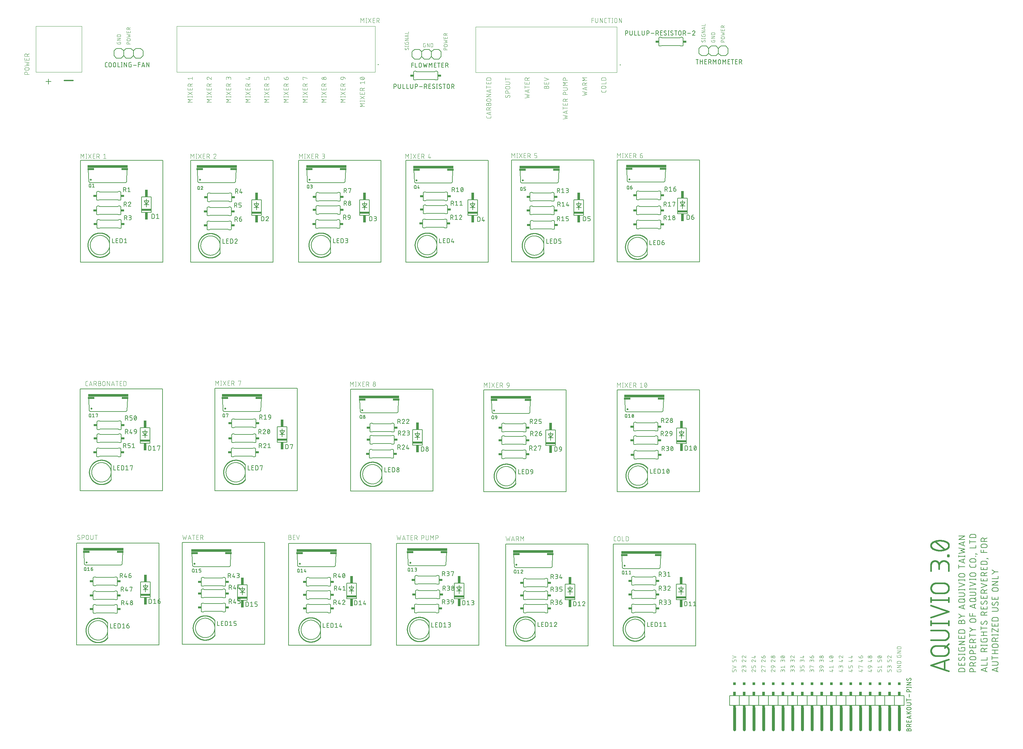
<source format=gbr>
G04 EAGLE Gerber RS-274X export*
G75*
%MOMM*%
%FSLAX34Y34*%
%LPD*%
%INSilkscreen Top*%
%IPPOS*%
%AMOC8*
5,1,8,0,0,1.08239X$1,22.5*%
G01*
%ADD10C,0.152400*%
%ADD11C,0.406400*%
%ADD12C,0.101600*%
%ADD13C,0.177800*%
%ADD14C,0.304800*%
%ADD15C,0.076200*%
%ADD16R,2.540000X0.508000*%
%ADD17R,0.762000X1.905000*%
%ADD18C,0.127000*%
%ADD19C,0.203200*%
%ADD20C,0.254000*%
%ADD21C,0.100000*%
%ADD22C,0.200000*%
%ADD23C,0.508000*%
%ADD24R,10.609669X0.701278*%
%ADD25R,1.703781X0.600931*%
%ADD26R,1.696231X0.601359*%
%ADD27R,0.863600X0.609600*%
%ADD28C,0.762000*%
%ADD29R,0.762000X0.508000*%
%ADD30R,0.762000X1.016000*%
%ADD31R,0.762000X0.762000*%


D10*
X318770Y1510030D02*
X318770Y1243330D01*
X534670Y1243330D01*
X534670Y1510030D01*
X318770Y1510030D01*
X607060Y1510030D02*
X607060Y1243330D01*
X822960Y1243330D01*
X822960Y1510030D01*
X607060Y1510030D01*
X890270Y1510030D02*
X890270Y1243330D01*
X1106170Y1243330D01*
X1106170Y1510030D01*
X890270Y1510030D01*
X1170940Y1510030D02*
X1170940Y1243330D01*
X1386840Y1243330D01*
X1386840Y1510030D01*
X1170940Y1510030D01*
X1447800Y1511300D02*
X1447800Y1244600D01*
X1663700Y1244600D01*
X1663700Y1511300D01*
X1447800Y1511300D01*
X1724660Y1511300D02*
X1724660Y1244600D01*
X1940560Y1244600D01*
X1940560Y1511300D01*
X1724660Y1511300D01*
X1714500Y505460D02*
X1714500Y238760D01*
X1930400Y238760D01*
X1930400Y505460D01*
X1714500Y505460D01*
X1432560Y505460D02*
X1432560Y238760D01*
X1648460Y238760D01*
X1648460Y505460D01*
X1432560Y505460D01*
X1146810Y506730D02*
X1146810Y240030D01*
X1362710Y240030D01*
X1362710Y506730D01*
X1146810Y506730D01*
X863600Y506730D02*
X863600Y240030D01*
X1079500Y240030D01*
X1079500Y506730D01*
X863600Y506730D01*
X585470Y509270D02*
X585470Y242570D01*
X801370Y242570D01*
X801370Y509270D01*
X585470Y509270D01*
X308610Y508000D02*
X308610Y241300D01*
X524510Y241300D01*
X524510Y508000D01*
X308610Y508000D01*
X670560Y645160D02*
X670560Y913130D01*
X670560Y645160D02*
X886460Y645160D01*
X886460Y913130D01*
X670560Y913130D01*
X1026160Y910590D02*
X1026160Y643890D01*
X1242060Y643890D01*
X1242060Y910590D01*
X1026160Y910590D01*
X1375410Y909320D02*
X1375410Y642620D01*
X1591310Y642620D01*
X1591310Y909320D01*
X1375410Y909320D01*
X1724660Y909320D02*
X1724660Y642620D01*
X1940560Y642620D01*
X1940560Y909320D01*
X1724660Y909320D01*
D11*
X2547112Y187791D02*
X2593848Y172212D01*
X2593848Y203369D02*
X2547112Y187791D01*
X2582164Y199475D02*
X2582164Y176107D01*
X2580866Y212513D02*
X2560094Y212513D01*
X2560094Y212514D02*
X2559778Y212518D01*
X2559462Y212529D01*
X2559146Y212549D01*
X2558831Y212576D01*
X2558517Y212610D01*
X2558204Y212652D01*
X2557892Y212702D01*
X2557581Y212760D01*
X2557271Y212825D01*
X2556964Y212897D01*
X2556658Y212977D01*
X2556354Y213064D01*
X2556052Y213159D01*
X2555753Y213261D01*
X2555456Y213371D01*
X2555163Y213487D01*
X2554872Y213611D01*
X2554584Y213741D01*
X2554299Y213879D01*
X2554018Y214024D01*
X2553740Y214175D01*
X2553467Y214333D01*
X2553197Y214498D01*
X2552931Y214669D01*
X2552669Y214847D01*
X2552412Y215031D01*
X2552160Y215221D01*
X2551912Y215417D01*
X2551669Y215619D01*
X2551431Y215827D01*
X2551198Y216041D01*
X2550970Y216261D01*
X2550748Y216486D01*
X2550532Y216716D01*
X2550321Y216951D01*
X2550115Y217192D01*
X2549916Y217437D01*
X2549723Y217687D01*
X2549536Y217942D01*
X2549355Y218202D01*
X2549181Y218465D01*
X2549013Y218733D01*
X2548851Y219005D01*
X2548697Y219281D01*
X2548549Y219560D01*
X2548407Y219843D01*
X2548273Y220129D01*
X2548146Y220419D01*
X2548026Y220711D01*
X2547913Y221006D01*
X2547807Y221304D01*
X2547709Y221605D01*
X2547618Y221908D01*
X2547534Y222212D01*
X2547458Y222519D01*
X2547389Y222828D01*
X2547328Y223138D01*
X2547274Y223450D01*
X2547228Y223762D01*
X2547190Y224076D01*
X2547159Y224391D01*
X2547136Y224706D01*
X2547121Y225022D01*
X2547113Y225338D01*
X2547113Y225654D01*
X2547121Y225970D01*
X2547136Y226286D01*
X2547159Y226601D01*
X2547190Y226916D01*
X2547228Y227230D01*
X2547274Y227542D01*
X2547328Y227854D01*
X2547389Y228164D01*
X2547458Y228473D01*
X2547534Y228780D01*
X2547618Y229084D01*
X2547709Y229387D01*
X2547807Y229688D01*
X2547913Y229986D01*
X2548026Y230281D01*
X2548146Y230573D01*
X2548273Y230863D01*
X2548407Y231149D01*
X2548549Y231432D01*
X2548697Y231711D01*
X2548851Y231987D01*
X2549013Y232259D01*
X2549181Y232527D01*
X2549355Y232790D01*
X2549536Y233050D01*
X2549723Y233305D01*
X2549916Y233555D01*
X2550115Y233800D01*
X2550321Y234041D01*
X2550532Y234276D01*
X2550748Y234506D01*
X2550970Y234731D01*
X2551198Y234951D01*
X2551431Y235165D01*
X2551669Y235373D01*
X2551912Y235575D01*
X2552160Y235771D01*
X2552412Y235961D01*
X2552669Y236145D01*
X2552931Y236323D01*
X2553197Y236494D01*
X2553467Y236659D01*
X2553740Y236817D01*
X2554018Y236968D01*
X2554299Y237113D01*
X2554584Y237251D01*
X2554872Y237381D01*
X2555163Y237505D01*
X2555456Y237621D01*
X2555753Y237731D01*
X2556052Y237833D01*
X2556354Y237928D01*
X2556658Y238015D01*
X2556964Y238095D01*
X2557271Y238167D01*
X2557581Y238232D01*
X2557892Y238290D01*
X2558204Y238340D01*
X2558517Y238382D01*
X2558831Y238416D01*
X2559146Y238443D01*
X2559462Y238463D01*
X2559778Y238474D01*
X2560094Y238478D01*
X2580866Y238478D01*
X2581182Y238474D01*
X2581498Y238463D01*
X2581814Y238443D01*
X2582129Y238416D01*
X2582443Y238382D01*
X2582756Y238340D01*
X2583068Y238290D01*
X2583379Y238232D01*
X2583689Y238167D01*
X2583996Y238095D01*
X2584302Y238015D01*
X2584606Y237928D01*
X2584908Y237833D01*
X2585207Y237731D01*
X2585504Y237621D01*
X2585797Y237505D01*
X2586088Y237381D01*
X2586376Y237251D01*
X2586661Y237113D01*
X2586942Y236968D01*
X2587220Y236817D01*
X2587493Y236659D01*
X2587763Y236494D01*
X2588029Y236323D01*
X2588291Y236145D01*
X2588548Y235961D01*
X2588800Y235771D01*
X2589048Y235575D01*
X2589291Y235373D01*
X2589529Y235165D01*
X2589762Y234951D01*
X2589990Y234731D01*
X2590212Y234506D01*
X2590428Y234276D01*
X2590639Y234041D01*
X2590845Y233800D01*
X2591044Y233555D01*
X2591237Y233305D01*
X2591424Y233050D01*
X2591605Y232790D01*
X2591779Y232527D01*
X2591947Y232259D01*
X2592109Y231987D01*
X2592263Y231711D01*
X2592411Y231432D01*
X2592553Y231149D01*
X2592687Y230863D01*
X2592814Y230573D01*
X2592934Y230281D01*
X2593047Y229986D01*
X2593153Y229688D01*
X2593251Y229387D01*
X2593342Y229084D01*
X2593426Y228780D01*
X2593502Y228473D01*
X2593571Y228164D01*
X2593632Y227854D01*
X2593686Y227542D01*
X2593732Y227230D01*
X2593770Y226916D01*
X2593801Y226601D01*
X2593824Y226286D01*
X2593839Y225970D01*
X2593847Y225654D01*
X2593847Y225338D01*
X2593839Y225022D01*
X2593824Y224706D01*
X2593801Y224391D01*
X2593770Y224076D01*
X2593732Y223762D01*
X2593686Y223450D01*
X2593632Y223138D01*
X2593571Y222828D01*
X2593502Y222519D01*
X2593426Y222212D01*
X2593342Y221908D01*
X2593251Y221605D01*
X2593153Y221304D01*
X2593047Y221006D01*
X2592934Y220711D01*
X2592814Y220419D01*
X2592687Y220129D01*
X2592553Y219843D01*
X2592411Y219560D01*
X2592263Y219281D01*
X2592109Y219005D01*
X2591947Y218733D01*
X2591779Y218465D01*
X2591605Y218202D01*
X2591424Y217942D01*
X2591237Y217687D01*
X2591044Y217437D01*
X2590845Y217192D01*
X2590639Y216951D01*
X2590428Y216716D01*
X2590212Y216486D01*
X2589990Y216261D01*
X2589762Y216041D01*
X2589529Y215827D01*
X2589291Y215619D01*
X2589048Y215417D01*
X2588800Y215221D01*
X2588548Y215031D01*
X2588291Y214847D01*
X2588029Y214669D01*
X2587763Y214498D01*
X2587493Y214333D01*
X2587220Y214175D01*
X2586942Y214024D01*
X2586661Y213879D01*
X2586376Y213741D01*
X2586088Y213611D01*
X2585797Y213487D01*
X2585504Y213371D01*
X2585207Y213261D01*
X2584908Y213159D01*
X2584606Y213064D01*
X2584302Y212977D01*
X2583996Y212897D01*
X2583689Y212825D01*
X2583379Y212760D01*
X2583068Y212702D01*
X2582756Y212652D01*
X2582443Y212610D01*
X2582129Y212576D01*
X2581814Y212549D01*
X2581498Y212529D01*
X2581182Y212518D01*
X2580866Y212514D01*
X2583462Y233285D02*
X2593848Y243671D01*
X2580866Y253548D02*
X2547112Y253548D01*
X2580866Y253549D02*
X2581182Y253553D01*
X2581498Y253564D01*
X2581814Y253584D01*
X2582129Y253611D01*
X2582443Y253645D01*
X2582756Y253687D01*
X2583068Y253737D01*
X2583379Y253795D01*
X2583689Y253860D01*
X2583996Y253932D01*
X2584302Y254012D01*
X2584606Y254099D01*
X2584908Y254194D01*
X2585207Y254296D01*
X2585504Y254406D01*
X2585797Y254522D01*
X2586088Y254646D01*
X2586376Y254776D01*
X2586661Y254914D01*
X2586942Y255059D01*
X2587220Y255210D01*
X2587493Y255368D01*
X2587763Y255533D01*
X2588029Y255704D01*
X2588291Y255882D01*
X2588548Y256066D01*
X2588800Y256256D01*
X2589048Y256452D01*
X2589291Y256654D01*
X2589529Y256862D01*
X2589762Y257076D01*
X2589990Y257296D01*
X2590212Y257521D01*
X2590428Y257751D01*
X2590639Y257986D01*
X2590845Y258227D01*
X2591044Y258472D01*
X2591237Y258722D01*
X2591424Y258977D01*
X2591605Y259237D01*
X2591779Y259500D01*
X2591947Y259768D01*
X2592109Y260040D01*
X2592263Y260316D01*
X2592411Y260595D01*
X2592553Y260878D01*
X2592687Y261164D01*
X2592814Y261454D01*
X2592934Y261746D01*
X2593047Y262041D01*
X2593153Y262339D01*
X2593251Y262640D01*
X2593342Y262943D01*
X2593426Y263247D01*
X2593502Y263554D01*
X2593571Y263863D01*
X2593632Y264173D01*
X2593686Y264485D01*
X2593732Y264797D01*
X2593770Y265111D01*
X2593801Y265426D01*
X2593824Y265741D01*
X2593839Y266057D01*
X2593847Y266373D01*
X2593847Y266689D01*
X2593839Y267005D01*
X2593824Y267321D01*
X2593801Y267636D01*
X2593770Y267951D01*
X2593732Y268265D01*
X2593686Y268577D01*
X2593632Y268889D01*
X2593571Y269199D01*
X2593502Y269508D01*
X2593426Y269815D01*
X2593342Y270119D01*
X2593251Y270422D01*
X2593153Y270723D01*
X2593047Y271021D01*
X2592934Y271316D01*
X2592814Y271608D01*
X2592687Y271898D01*
X2592553Y272184D01*
X2592411Y272467D01*
X2592263Y272746D01*
X2592109Y273022D01*
X2591947Y273294D01*
X2591779Y273562D01*
X2591605Y273825D01*
X2591424Y274085D01*
X2591237Y274340D01*
X2591044Y274590D01*
X2590845Y274835D01*
X2590639Y275076D01*
X2590428Y275311D01*
X2590212Y275541D01*
X2589990Y275766D01*
X2589762Y275986D01*
X2589529Y276200D01*
X2589291Y276408D01*
X2589048Y276610D01*
X2588800Y276806D01*
X2588548Y276996D01*
X2588291Y277180D01*
X2588029Y277358D01*
X2587763Y277529D01*
X2587493Y277694D01*
X2587220Y277852D01*
X2586942Y278003D01*
X2586661Y278148D01*
X2586376Y278286D01*
X2586088Y278416D01*
X2585797Y278540D01*
X2585504Y278656D01*
X2585207Y278766D01*
X2584908Y278868D01*
X2584606Y278963D01*
X2584302Y279050D01*
X2583996Y279130D01*
X2583689Y279202D01*
X2583379Y279267D01*
X2583068Y279325D01*
X2582756Y279375D01*
X2582443Y279417D01*
X2582129Y279451D01*
X2581814Y279478D01*
X2581498Y279498D01*
X2581182Y279509D01*
X2580866Y279513D01*
X2547112Y279513D01*
X2547112Y298281D02*
X2593848Y298281D01*
X2593848Y293088D02*
X2593848Y303474D01*
X2547112Y303474D02*
X2547112Y293088D01*
X2547112Y313182D02*
X2593848Y328761D01*
X2547112Y344339D01*
X2547112Y359241D02*
X2593848Y359241D01*
X2593848Y354048D02*
X2593848Y364434D01*
X2547112Y364434D02*
X2547112Y354048D01*
X2560094Y376738D02*
X2580866Y376738D01*
X2560094Y376739D02*
X2559778Y376743D01*
X2559462Y376754D01*
X2559146Y376774D01*
X2558831Y376801D01*
X2558517Y376835D01*
X2558204Y376877D01*
X2557892Y376927D01*
X2557581Y376985D01*
X2557271Y377050D01*
X2556964Y377122D01*
X2556658Y377202D01*
X2556354Y377289D01*
X2556052Y377384D01*
X2555753Y377486D01*
X2555456Y377596D01*
X2555163Y377712D01*
X2554872Y377836D01*
X2554584Y377966D01*
X2554299Y378104D01*
X2554018Y378249D01*
X2553740Y378400D01*
X2553467Y378558D01*
X2553197Y378723D01*
X2552931Y378894D01*
X2552669Y379072D01*
X2552412Y379256D01*
X2552160Y379446D01*
X2551912Y379642D01*
X2551669Y379844D01*
X2551431Y380052D01*
X2551198Y380266D01*
X2550970Y380486D01*
X2550748Y380711D01*
X2550532Y380941D01*
X2550321Y381176D01*
X2550115Y381417D01*
X2549916Y381662D01*
X2549723Y381912D01*
X2549536Y382167D01*
X2549355Y382427D01*
X2549181Y382690D01*
X2549013Y382958D01*
X2548851Y383230D01*
X2548697Y383506D01*
X2548549Y383785D01*
X2548407Y384068D01*
X2548273Y384354D01*
X2548146Y384644D01*
X2548026Y384936D01*
X2547913Y385231D01*
X2547807Y385529D01*
X2547709Y385830D01*
X2547618Y386133D01*
X2547534Y386437D01*
X2547458Y386744D01*
X2547389Y387053D01*
X2547328Y387363D01*
X2547274Y387675D01*
X2547228Y387987D01*
X2547190Y388301D01*
X2547159Y388616D01*
X2547136Y388931D01*
X2547121Y389247D01*
X2547113Y389563D01*
X2547113Y389879D01*
X2547121Y390195D01*
X2547136Y390511D01*
X2547159Y390826D01*
X2547190Y391141D01*
X2547228Y391455D01*
X2547274Y391767D01*
X2547328Y392079D01*
X2547389Y392389D01*
X2547458Y392698D01*
X2547534Y393005D01*
X2547618Y393309D01*
X2547709Y393612D01*
X2547807Y393913D01*
X2547913Y394211D01*
X2548026Y394506D01*
X2548146Y394798D01*
X2548273Y395088D01*
X2548407Y395374D01*
X2548549Y395657D01*
X2548697Y395936D01*
X2548851Y396212D01*
X2549013Y396484D01*
X2549181Y396752D01*
X2549355Y397015D01*
X2549536Y397275D01*
X2549723Y397530D01*
X2549916Y397780D01*
X2550115Y398025D01*
X2550321Y398266D01*
X2550532Y398501D01*
X2550748Y398731D01*
X2550970Y398956D01*
X2551198Y399176D01*
X2551431Y399390D01*
X2551669Y399598D01*
X2551912Y399800D01*
X2552160Y399996D01*
X2552412Y400186D01*
X2552669Y400370D01*
X2552931Y400548D01*
X2553197Y400719D01*
X2553467Y400884D01*
X2553740Y401042D01*
X2554018Y401193D01*
X2554299Y401338D01*
X2554584Y401476D01*
X2554872Y401606D01*
X2555163Y401730D01*
X2555456Y401846D01*
X2555753Y401956D01*
X2556052Y402058D01*
X2556354Y402153D01*
X2556658Y402240D01*
X2556964Y402320D01*
X2557271Y402392D01*
X2557581Y402457D01*
X2557892Y402515D01*
X2558204Y402565D01*
X2558517Y402607D01*
X2558831Y402641D01*
X2559146Y402668D01*
X2559462Y402688D01*
X2559778Y402699D01*
X2560094Y402703D01*
X2580866Y402703D01*
X2581182Y402699D01*
X2581498Y402688D01*
X2581814Y402668D01*
X2582129Y402641D01*
X2582443Y402607D01*
X2582756Y402565D01*
X2583068Y402515D01*
X2583379Y402457D01*
X2583689Y402392D01*
X2583996Y402320D01*
X2584302Y402240D01*
X2584606Y402153D01*
X2584908Y402058D01*
X2585207Y401956D01*
X2585504Y401846D01*
X2585797Y401730D01*
X2586088Y401606D01*
X2586376Y401476D01*
X2586661Y401338D01*
X2586942Y401193D01*
X2587220Y401042D01*
X2587493Y400884D01*
X2587763Y400719D01*
X2588029Y400548D01*
X2588291Y400370D01*
X2588548Y400186D01*
X2588800Y399996D01*
X2589048Y399800D01*
X2589291Y399598D01*
X2589529Y399390D01*
X2589762Y399176D01*
X2589990Y398956D01*
X2590212Y398731D01*
X2590428Y398501D01*
X2590639Y398266D01*
X2590845Y398025D01*
X2591044Y397780D01*
X2591237Y397530D01*
X2591424Y397275D01*
X2591605Y397015D01*
X2591779Y396752D01*
X2591947Y396484D01*
X2592109Y396212D01*
X2592263Y395936D01*
X2592411Y395657D01*
X2592553Y395374D01*
X2592687Y395088D01*
X2592814Y394798D01*
X2592934Y394506D01*
X2593047Y394211D01*
X2593153Y393913D01*
X2593251Y393612D01*
X2593342Y393309D01*
X2593426Y393005D01*
X2593502Y392698D01*
X2593571Y392389D01*
X2593632Y392079D01*
X2593686Y391767D01*
X2593732Y391455D01*
X2593770Y391141D01*
X2593801Y390826D01*
X2593824Y390511D01*
X2593839Y390195D01*
X2593847Y389879D01*
X2593847Y389563D01*
X2593839Y389247D01*
X2593824Y388931D01*
X2593801Y388616D01*
X2593770Y388301D01*
X2593732Y387987D01*
X2593686Y387675D01*
X2593632Y387363D01*
X2593571Y387053D01*
X2593502Y386744D01*
X2593426Y386437D01*
X2593342Y386133D01*
X2593251Y385830D01*
X2593153Y385529D01*
X2593047Y385231D01*
X2592934Y384936D01*
X2592814Y384644D01*
X2592687Y384354D01*
X2592553Y384068D01*
X2592411Y383785D01*
X2592263Y383506D01*
X2592109Y383230D01*
X2591947Y382958D01*
X2591779Y382690D01*
X2591605Y382427D01*
X2591424Y382167D01*
X2591237Y381912D01*
X2591044Y381662D01*
X2590845Y381417D01*
X2590639Y381176D01*
X2590428Y380941D01*
X2590212Y380711D01*
X2589990Y380486D01*
X2589762Y380266D01*
X2589529Y380052D01*
X2589291Y379844D01*
X2589048Y379642D01*
X2588800Y379446D01*
X2588548Y379256D01*
X2588291Y379072D01*
X2588029Y378894D01*
X2587763Y378723D01*
X2587493Y378558D01*
X2587220Y378400D01*
X2586942Y378249D01*
X2586661Y378104D01*
X2586376Y377966D01*
X2586088Y377836D01*
X2585797Y377712D01*
X2585504Y377596D01*
X2585207Y377486D01*
X2584908Y377384D01*
X2584606Y377289D01*
X2584302Y377202D01*
X2583996Y377122D01*
X2583689Y377050D01*
X2583379Y376985D01*
X2583068Y376927D01*
X2582756Y376877D01*
X2582443Y376835D01*
X2582129Y376801D01*
X2581814Y376774D01*
X2581498Y376754D01*
X2581182Y376743D01*
X2580866Y376739D01*
X2593848Y435158D02*
X2593848Y448141D01*
X2593844Y448457D01*
X2593833Y448773D01*
X2593813Y449089D01*
X2593786Y449404D01*
X2593752Y449718D01*
X2593710Y450031D01*
X2593660Y450343D01*
X2593602Y450654D01*
X2593537Y450964D01*
X2593465Y451271D01*
X2593385Y451577D01*
X2593298Y451881D01*
X2593203Y452183D01*
X2593101Y452482D01*
X2592991Y452779D01*
X2592875Y453072D01*
X2592751Y453363D01*
X2592621Y453651D01*
X2592483Y453936D01*
X2592338Y454217D01*
X2592187Y454495D01*
X2592029Y454768D01*
X2591864Y455038D01*
X2591693Y455304D01*
X2591515Y455566D01*
X2591331Y455823D01*
X2591141Y456075D01*
X2590945Y456323D01*
X2590743Y456566D01*
X2590535Y456804D01*
X2590321Y457037D01*
X2590101Y457265D01*
X2589876Y457487D01*
X2589646Y457703D01*
X2589411Y457914D01*
X2589170Y458120D01*
X2588925Y458319D01*
X2588675Y458512D01*
X2588420Y458699D01*
X2588160Y458880D01*
X2587897Y459054D01*
X2587629Y459222D01*
X2587357Y459384D01*
X2587081Y459538D01*
X2586802Y459686D01*
X2586519Y459828D01*
X2586233Y459962D01*
X2585943Y460089D01*
X2585651Y460209D01*
X2585356Y460322D01*
X2585058Y460428D01*
X2584757Y460526D01*
X2584454Y460617D01*
X2584150Y460701D01*
X2583843Y460777D01*
X2583534Y460846D01*
X2583224Y460907D01*
X2582912Y460961D01*
X2582600Y461007D01*
X2582286Y461045D01*
X2581971Y461076D01*
X2581656Y461099D01*
X2581340Y461114D01*
X2581024Y461122D01*
X2580708Y461122D01*
X2580392Y461114D01*
X2580076Y461099D01*
X2579761Y461076D01*
X2579446Y461045D01*
X2579132Y461007D01*
X2578820Y460961D01*
X2578508Y460907D01*
X2578198Y460846D01*
X2577889Y460777D01*
X2577582Y460701D01*
X2577278Y460617D01*
X2576975Y460526D01*
X2576674Y460428D01*
X2576376Y460322D01*
X2576081Y460209D01*
X2575789Y460089D01*
X2575499Y459962D01*
X2575213Y459828D01*
X2574930Y459686D01*
X2574651Y459538D01*
X2574375Y459384D01*
X2574103Y459222D01*
X2573835Y459054D01*
X2573572Y458880D01*
X2573312Y458699D01*
X2573057Y458512D01*
X2572807Y458319D01*
X2572562Y458120D01*
X2572321Y457914D01*
X2572086Y457703D01*
X2571856Y457487D01*
X2571631Y457265D01*
X2571411Y457037D01*
X2571197Y456804D01*
X2570989Y456566D01*
X2570787Y456323D01*
X2570591Y456075D01*
X2570401Y455823D01*
X2570217Y455566D01*
X2570039Y455304D01*
X2569868Y455038D01*
X2569703Y454768D01*
X2569545Y454495D01*
X2569394Y454217D01*
X2569249Y453936D01*
X2569111Y453651D01*
X2568981Y453363D01*
X2568857Y453072D01*
X2568741Y452779D01*
X2568631Y452482D01*
X2568529Y452183D01*
X2568434Y451881D01*
X2568347Y451577D01*
X2568267Y451271D01*
X2568195Y450964D01*
X2568130Y450654D01*
X2568072Y450343D01*
X2568022Y450031D01*
X2567980Y449718D01*
X2567946Y449404D01*
X2567919Y449089D01*
X2567899Y448773D01*
X2567888Y448457D01*
X2567884Y448141D01*
X2547112Y450737D02*
X2547112Y435158D01*
X2547112Y450737D02*
X2547115Y450990D01*
X2547124Y451243D01*
X2547140Y451495D01*
X2547161Y451747D01*
X2547189Y451999D01*
X2547223Y452249D01*
X2547263Y452499D01*
X2547308Y452748D01*
X2547360Y452995D01*
X2547418Y453241D01*
X2547482Y453486D01*
X2547552Y453729D01*
X2547628Y453970D01*
X2547710Y454210D01*
X2547797Y454447D01*
X2547891Y454682D01*
X2547989Y454915D01*
X2548094Y455145D01*
X2548204Y455373D01*
X2548320Y455598D01*
X2548441Y455820D01*
X2548567Y456039D01*
X2548699Y456255D01*
X2548836Y456468D01*
X2548978Y456677D01*
X2549125Y456883D01*
X2549278Y457085D01*
X2549435Y457283D01*
X2549596Y457477D01*
X2549763Y457668D01*
X2549934Y457854D01*
X2550109Y458036D01*
X2550289Y458214D01*
X2550474Y458387D01*
X2550662Y458556D01*
X2550854Y458720D01*
X2551051Y458880D01*
X2551251Y459034D01*
X2551455Y459184D01*
X2551662Y459328D01*
X2551873Y459468D01*
X2552088Y459602D01*
X2552305Y459732D01*
X2552526Y459855D01*
X2552749Y459974D01*
X2552975Y460087D01*
X2553204Y460194D01*
X2553436Y460296D01*
X2553670Y460392D01*
X2553906Y460482D01*
X2554145Y460567D01*
X2554385Y460645D01*
X2554627Y460718D01*
X2554871Y460785D01*
X2555116Y460846D01*
X2555363Y460901D01*
X2555612Y460950D01*
X2555861Y460993D01*
X2556111Y461030D01*
X2556362Y461061D01*
X2556614Y461085D01*
X2556866Y461104D01*
X2557119Y461116D01*
X2557372Y461122D01*
X2557624Y461122D01*
X2557877Y461116D01*
X2558130Y461104D01*
X2558382Y461085D01*
X2558634Y461061D01*
X2558885Y461030D01*
X2559135Y460993D01*
X2559384Y460950D01*
X2559633Y460901D01*
X2559880Y460846D01*
X2560125Y460785D01*
X2560369Y460718D01*
X2560611Y460645D01*
X2560851Y460567D01*
X2561090Y460482D01*
X2561326Y460392D01*
X2561560Y460296D01*
X2561792Y460194D01*
X2562021Y460087D01*
X2562247Y459974D01*
X2562470Y459855D01*
X2562691Y459732D01*
X2562908Y459602D01*
X2563123Y459468D01*
X2563334Y459328D01*
X2563541Y459184D01*
X2563745Y459034D01*
X2563945Y458880D01*
X2564142Y458720D01*
X2564334Y458556D01*
X2564522Y458387D01*
X2564707Y458214D01*
X2564887Y458036D01*
X2565062Y457854D01*
X2565233Y457668D01*
X2565400Y457477D01*
X2565561Y457283D01*
X2565718Y457085D01*
X2565871Y456883D01*
X2566018Y456677D01*
X2566160Y456468D01*
X2566297Y456255D01*
X2566429Y456039D01*
X2566555Y455820D01*
X2566676Y455598D01*
X2566792Y455373D01*
X2566902Y455145D01*
X2567007Y454915D01*
X2567105Y454682D01*
X2567199Y454447D01*
X2567286Y454210D01*
X2567368Y453970D01*
X2567444Y453729D01*
X2567514Y453486D01*
X2567578Y453241D01*
X2567636Y452995D01*
X2567688Y452748D01*
X2567733Y452499D01*
X2567773Y452249D01*
X2567807Y451999D01*
X2567835Y451747D01*
X2567856Y451495D01*
X2567872Y451243D01*
X2567881Y450990D01*
X2567884Y450737D01*
X2567884Y440351D01*
X2591252Y473512D02*
X2593848Y473512D01*
X2591252Y473512D02*
X2591252Y476109D01*
X2593848Y476109D01*
X2593848Y473512D01*
X2570480Y488498D02*
X2569561Y488509D01*
X2568642Y488542D01*
X2567724Y488597D01*
X2566808Y488673D01*
X2565894Y488772D01*
X2564982Y488892D01*
X2564074Y489035D01*
X2563169Y489198D01*
X2562268Y489384D01*
X2561372Y489590D01*
X2560482Y489818D01*
X2559597Y490068D01*
X2558718Y490338D01*
X2557846Y490629D01*
X2556981Y490941D01*
X2556124Y491274D01*
X2555275Y491627D01*
X2554434Y492000D01*
X2553603Y492393D01*
X2553383Y492472D01*
X2553165Y492556D01*
X2552949Y492645D01*
X2552735Y492739D01*
X2552524Y492838D01*
X2552315Y492943D01*
X2552108Y493053D01*
X2551905Y493167D01*
X2551704Y493287D01*
X2551506Y493411D01*
X2551312Y493540D01*
X2551120Y493674D01*
X2550932Y493813D01*
X2550747Y493956D01*
X2550566Y494103D01*
X2550388Y494255D01*
X2550214Y494411D01*
X2550044Y494571D01*
X2549878Y494736D01*
X2549716Y494904D01*
X2549558Y495076D01*
X2549405Y495253D01*
X2549255Y495432D01*
X2549110Y495616D01*
X2548970Y495802D01*
X2548834Y495993D01*
X2548703Y496186D01*
X2548577Y496382D01*
X2548455Y496582D01*
X2548338Y496784D01*
X2548227Y496990D01*
X2548120Y497198D01*
X2548018Y497408D01*
X2547922Y497621D01*
X2547830Y497836D01*
X2547744Y498053D01*
X2547664Y498272D01*
X2547588Y498494D01*
X2547518Y498717D01*
X2547454Y498941D01*
X2547395Y499167D01*
X2547341Y499395D01*
X2547293Y499623D01*
X2547251Y499853D01*
X2547214Y500084D01*
X2547183Y500315D01*
X2547157Y500548D01*
X2547138Y500781D01*
X2547123Y501014D01*
X2547115Y501247D01*
X2547112Y501481D01*
X2547115Y501715D01*
X2547123Y501948D01*
X2547138Y502181D01*
X2547157Y502414D01*
X2547183Y502647D01*
X2547214Y502878D01*
X2547251Y503109D01*
X2547293Y503339D01*
X2547341Y503567D01*
X2547395Y503795D01*
X2547454Y504021D01*
X2547518Y504245D01*
X2547588Y504468D01*
X2547664Y504690D01*
X2547744Y504909D01*
X2547830Y505126D01*
X2547922Y505341D01*
X2548018Y505554D01*
X2548120Y505765D01*
X2548227Y505972D01*
X2548338Y506178D01*
X2548455Y506380D01*
X2548577Y506580D01*
X2548703Y506776D01*
X2548834Y506969D01*
X2548970Y507160D01*
X2549110Y507346D01*
X2549255Y507530D01*
X2549405Y507709D01*
X2549558Y507886D01*
X2549716Y508058D01*
X2549878Y508226D01*
X2550044Y508391D01*
X2550214Y508551D01*
X2550388Y508707D01*
X2550566Y508859D01*
X2550747Y509006D01*
X2550932Y509149D01*
X2551120Y509288D01*
X2551312Y509422D01*
X2551506Y509551D01*
X2551704Y509675D01*
X2551905Y509795D01*
X2552108Y509909D01*
X2552315Y510019D01*
X2552524Y510124D01*
X2552735Y510223D01*
X2552949Y510317D01*
X2553165Y510406D01*
X2553383Y510490D01*
X2553603Y510569D01*
X2553603Y510568D02*
X2554434Y510961D01*
X2555275Y511334D01*
X2556124Y511687D01*
X2556981Y512020D01*
X2557846Y512332D01*
X2558718Y512623D01*
X2559597Y512893D01*
X2560482Y513143D01*
X2561372Y513371D01*
X2562268Y513577D01*
X2563169Y513763D01*
X2564074Y513926D01*
X2564982Y514069D01*
X2565894Y514189D01*
X2566808Y514288D01*
X2567724Y514364D01*
X2568642Y514419D01*
X2569561Y514452D01*
X2570480Y514463D01*
X2570480Y488498D02*
X2571399Y488509D01*
X2572318Y488542D01*
X2573236Y488597D01*
X2574152Y488673D01*
X2575066Y488772D01*
X2575978Y488892D01*
X2576886Y489035D01*
X2577791Y489198D01*
X2578692Y489384D01*
X2579588Y489590D01*
X2580478Y489818D01*
X2581363Y490068D01*
X2582242Y490338D01*
X2583114Y490629D01*
X2583979Y490941D01*
X2584836Y491274D01*
X2585685Y491627D01*
X2586526Y492000D01*
X2587357Y492393D01*
X2587577Y492472D01*
X2587795Y492556D01*
X2588011Y492645D01*
X2588225Y492739D01*
X2588436Y492838D01*
X2588645Y492943D01*
X2588852Y493053D01*
X2589055Y493167D01*
X2589256Y493287D01*
X2589454Y493411D01*
X2589649Y493540D01*
X2589840Y493674D01*
X2590028Y493813D01*
X2590213Y493956D01*
X2590394Y494103D01*
X2590572Y494255D01*
X2590746Y494411D01*
X2590916Y494571D01*
X2591082Y494736D01*
X2591244Y494904D01*
X2591402Y495077D01*
X2591555Y495253D01*
X2591705Y495432D01*
X2591850Y495616D01*
X2591990Y495802D01*
X2592126Y495993D01*
X2592257Y496186D01*
X2592383Y496382D01*
X2592505Y496582D01*
X2592622Y496784D01*
X2592733Y496990D01*
X2592840Y497198D01*
X2592942Y497408D01*
X2593038Y497621D01*
X2593130Y497836D01*
X2593216Y498053D01*
X2593296Y498272D01*
X2593372Y498494D01*
X2593442Y498717D01*
X2593506Y498941D01*
X2593565Y499167D01*
X2593619Y499395D01*
X2593667Y499623D01*
X2593709Y499853D01*
X2593746Y500084D01*
X2593777Y500316D01*
X2593803Y500548D01*
X2593822Y500781D01*
X2593837Y501014D01*
X2593845Y501247D01*
X2593848Y501481D01*
X2587357Y510568D02*
X2586526Y510961D01*
X2585685Y511334D01*
X2584836Y511687D01*
X2583979Y512020D01*
X2583114Y512332D01*
X2582242Y512623D01*
X2581363Y512893D01*
X2580478Y513143D01*
X2579588Y513371D01*
X2578692Y513577D01*
X2577791Y513763D01*
X2576886Y513926D01*
X2575978Y514069D01*
X2575066Y514189D01*
X2574152Y514288D01*
X2573236Y514364D01*
X2572318Y514419D01*
X2571399Y514452D01*
X2570480Y514463D01*
X2587357Y510569D02*
X2587577Y510490D01*
X2587795Y510406D01*
X2588011Y510317D01*
X2588225Y510223D01*
X2588436Y510124D01*
X2588645Y510019D01*
X2588852Y509909D01*
X2589055Y509795D01*
X2589256Y509675D01*
X2589454Y509551D01*
X2589649Y509422D01*
X2589840Y509288D01*
X2590028Y509149D01*
X2590213Y509006D01*
X2590394Y508859D01*
X2590572Y508707D01*
X2590746Y508551D01*
X2590916Y508391D01*
X2591082Y508226D01*
X2591244Y508058D01*
X2591402Y507886D01*
X2591555Y507709D01*
X2591705Y507530D01*
X2591850Y507346D01*
X2591990Y507160D01*
X2592126Y506969D01*
X2592257Y506776D01*
X2592383Y506580D01*
X2592505Y506380D01*
X2592622Y506178D01*
X2592733Y505972D01*
X2592840Y505764D01*
X2592942Y505554D01*
X2593038Y505341D01*
X2593130Y505126D01*
X2593216Y504909D01*
X2593296Y504690D01*
X2593372Y504468D01*
X2593442Y504245D01*
X2593506Y504021D01*
X2593565Y503795D01*
X2593619Y503567D01*
X2593667Y503339D01*
X2593709Y503109D01*
X2593746Y502878D01*
X2593777Y502647D01*
X2593803Y502414D01*
X2593822Y502181D01*
X2593837Y501948D01*
X2593845Y501715D01*
X2593848Y501481D01*
X2583462Y491095D02*
X2557498Y511866D01*
D10*
X2619502Y170942D02*
X2635758Y170942D01*
X2619502Y170942D02*
X2619502Y175458D01*
X2619504Y175589D01*
X2619510Y175721D01*
X2619519Y175852D01*
X2619533Y175982D01*
X2619550Y176113D01*
X2619571Y176242D01*
X2619595Y176371D01*
X2619624Y176499D01*
X2619656Y176627D01*
X2619692Y176753D01*
X2619731Y176878D01*
X2619774Y177003D01*
X2619821Y177125D01*
X2619871Y177247D01*
X2619925Y177367D01*
X2619982Y177485D01*
X2620043Y177601D01*
X2620107Y177716D01*
X2620174Y177829D01*
X2620245Y177940D01*
X2620319Y178048D01*
X2620396Y178155D01*
X2620476Y178259D01*
X2620559Y178361D01*
X2620644Y178460D01*
X2620733Y178557D01*
X2620825Y178651D01*
X2620919Y178743D01*
X2621016Y178832D01*
X2621115Y178917D01*
X2621217Y179000D01*
X2621321Y179080D01*
X2621428Y179157D01*
X2621536Y179231D01*
X2621647Y179302D01*
X2621760Y179369D01*
X2621875Y179433D01*
X2621991Y179494D01*
X2622109Y179551D01*
X2622229Y179605D01*
X2622351Y179655D01*
X2622473Y179702D01*
X2622598Y179745D01*
X2622723Y179784D01*
X2622849Y179820D01*
X2622977Y179852D01*
X2623105Y179881D01*
X2623234Y179905D01*
X2623363Y179926D01*
X2623494Y179943D01*
X2623624Y179957D01*
X2623755Y179966D01*
X2623887Y179972D01*
X2624018Y179974D01*
X2624018Y179973D02*
X2631242Y179973D01*
X2631242Y179974D02*
X2631373Y179972D01*
X2631505Y179966D01*
X2631636Y179957D01*
X2631766Y179943D01*
X2631897Y179926D01*
X2632026Y179905D01*
X2632155Y179881D01*
X2632283Y179852D01*
X2632411Y179820D01*
X2632537Y179784D01*
X2632662Y179745D01*
X2632787Y179702D01*
X2632909Y179655D01*
X2633031Y179605D01*
X2633151Y179551D01*
X2633269Y179494D01*
X2633385Y179433D01*
X2633500Y179369D01*
X2633613Y179302D01*
X2633724Y179231D01*
X2633832Y179157D01*
X2633939Y179080D01*
X2634043Y179000D01*
X2634145Y178917D01*
X2634244Y178832D01*
X2634341Y178743D01*
X2634435Y178651D01*
X2634527Y178557D01*
X2634616Y178460D01*
X2634701Y178361D01*
X2634784Y178259D01*
X2634864Y178155D01*
X2634941Y178048D01*
X2635015Y177940D01*
X2635086Y177829D01*
X2635153Y177716D01*
X2635217Y177601D01*
X2635278Y177485D01*
X2635335Y177367D01*
X2635389Y177247D01*
X2635439Y177125D01*
X2635486Y177003D01*
X2635529Y176878D01*
X2635568Y176753D01*
X2635604Y176627D01*
X2635636Y176499D01*
X2635665Y176371D01*
X2635689Y176242D01*
X2635710Y176112D01*
X2635727Y175982D01*
X2635741Y175852D01*
X2635750Y175721D01*
X2635756Y175589D01*
X2635758Y175458D01*
X2635758Y170942D01*
X2635758Y187645D02*
X2635758Y194870D01*
X2635758Y187645D02*
X2619502Y187645D01*
X2619502Y194870D01*
X2626727Y193064D02*
X2626727Y187645D01*
X2635758Y205539D02*
X2635756Y205657D01*
X2635750Y205775D01*
X2635741Y205893D01*
X2635727Y206010D01*
X2635710Y206127D01*
X2635689Y206244D01*
X2635664Y206359D01*
X2635635Y206474D01*
X2635602Y206588D01*
X2635566Y206700D01*
X2635526Y206811D01*
X2635483Y206921D01*
X2635436Y207030D01*
X2635386Y207137D01*
X2635331Y207242D01*
X2635274Y207345D01*
X2635213Y207446D01*
X2635149Y207546D01*
X2635082Y207643D01*
X2635012Y207738D01*
X2634938Y207830D01*
X2634862Y207921D01*
X2634782Y208008D01*
X2634700Y208093D01*
X2634615Y208175D01*
X2634528Y208255D01*
X2634437Y208331D01*
X2634345Y208405D01*
X2634250Y208475D01*
X2634153Y208542D01*
X2634053Y208606D01*
X2633952Y208667D01*
X2633849Y208724D01*
X2633744Y208779D01*
X2633637Y208829D01*
X2633528Y208876D01*
X2633418Y208919D01*
X2633307Y208959D01*
X2633195Y208995D01*
X2633081Y209028D01*
X2632966Y209057D01*
X2632851Y209082D01*
X2632734Y209103D01*
X2632617Y209120D01*
X2632500Y209134D01*
X2632382Y209143D01*
X2632264Y209149D01*
X2632146Y209151D01*
X2635758Y205539D02*
X2635756Y205356D01*
X2635749Y205174D01*
X2635738Y204992D01*
X2635723Y204810D01*
X2635703Y204628D01*
X2635680Y204447D01*
X2635651Y204267D01*
X2635619Y204087D01*
X2635582Y203908D01*
X2635541Y203731D01*
X2635495Y203554D01*
X2635446Y203378D01*
X2635392Y203204D01*
X2635334Y203030D01*
X2635272Y202859D01*
X2635206Y202689D01*
X2635135Y202520D01*
X2635061Y202353D01*
X2634983Y202188D01*
X2634901Y202025D01*
X2634815Y201864D01*
X2634725Y201705D01*
X2634631Y201548D01*
X2634534Y201394D01*
X2634433Y201242D01*
X2634328Y201092D01*
X2634220Y200945D01*
X2634109Y200801D01*
X2633994Y200659D01*
X2633875Y200520D01*
X2633753Y200384D01*
X2633628Y200251D01*
X2633500Y200121D01*
X2623114Y200572D02*
X2622996Y200574D01*
X2622878Y200580D01*
X2622760Y200589D01*
X2622643Y200603D01*
X2622526Y200620D01*
X2622409Y200641D01*
X2622294Y200666D01*
X2622179Y200695D01*
X2622065Y200728D01*
X2621953Y200764D01*
X2621842Y200804D01*
X2621732Y200847D01*
X2621623Y200894D01*
X2621516Y200944D01*
X2621411Y200999D01*
X2621308Y201056D01*
X2621207Y201117D01*
X2621107Y201181D01*
X2621010Y201248D01*
X2620915Y201318D01*
X2620823Y201392D01*
X2620732Y201468D01*
X2620645Y201548D01*
X2620560Y201630D01*
X2620478Y201715D01*
X2620398Y201802D01*
X2620322Y201893D01*
X2620248Y201985D01*
X2620178Y202080D01*
X2620111Y202177D01*
X2620047Y202277D01*
X2619986Y202378D01*
X2619929Y202481D01*
X2619874Y202586D01*
X2619824Y202693D01*
X2619777Y202802D01*
X2619734Y202912D01*
X2619694Y203023D01*
X2619658Y203135D01*
X2619625Y203249D01*
X2619596Y203364D01*
X2619571Y203479D01*
X2619550Y203596D01*
X2619533Y203713D01*
X2619519Y203830D01*
X2619510Y203948D01*
X2619504Y204066D01*
X2619502Y204184D01*
X2619504Y204345D01*
X2619510Y204507D01*
X2619519Y204668D01*
X2619533Y204829D01*
X2619550Y204989D01*
X2619571Y205149D01*
X2619596Y205309D01*
X2619625Y205468D01*
X2619657Y205626D01*
X2619693Y205783D01*
X2619733Y205939D01*
X2619777Y206095D01*
X2619825Y206249D01*
X2619876Y206402D01*
X2619930Y206554D01*
X2619989Y206705D01*
X2620050Y206854D01*
X2620116Y207001D01*
X2620185Y207147D01*
X2620257Y207292D01*
X2620333Y207434D01*
X2620412Y207575D01*
X2620494Y207714D01*
X2620580Y207850D01*
X2620669Y207985D01*
X2620761Y208118D01*
X2620857Y208248D01*
X2626275Y202378D02*
X2626213Y202277D01*
X2626148Y202177D01*
X2626079Y202080D01*
X2626007Y201985D01*
X2625933Y201892D01*
X2625855Y201802D01*
X2625774Y201714D01*
X2625691Y201629D01*
X2625605Y201547D01*
X2625516Y201468D01*
X2625425Y201391D01*
X2625331Y201318D01*
X2625235Y201247D01*
X2625137Y201180D01*
X2625037Y201116D01*
X2624934Y201055D01*
X2624830Y200998D01*
X2624724Y200944D01*
X2624616Y200894D01*
X2624507Y200847D01*
X2624396Y200803D01*
X2624284Y200763D01*
X2624170Y200727D01*
X2624056Y200695D01*
X2623940Y200666D01*
X2623824Y200641D01*
X2623707Y200620D01*
X2623589Y200603D01*
X2623471Y200589D01*
X2623352Y200580D01*
X2623233Y200574D01*
X2623114Y200572D01*
X2628985Y207346D02*
X2629047Y207447D01*
X2629112Y207547D01*
X2629181Y207644D01*
X2629253Y207739D01*
X2629327Y207832D01*
X2629405Y207922D01*
X2629486Y208010D01*
X2629569Y208095D01*
X2629655Y208177D01*
X2629744Y208256D01*
X2629835Y208333D01*
X2629929Y208406D01*
X2630025Y208477D01*
X2630123Y208544D01*
X2630223Y208608D01*
X2630326Y208669D01*
X2630430Y208726D01*
X2630536Y208780D01*
X2630644Y208830D01*
X2630753Y208877D01*
X2630864Y208921D01*
X2630976Y208961D01*
X2631090Y208997D01*
X2631204Y209029D01*
X2631320Y209058D01*
X2631436Y209083D01*
X2631553Y209104D01*
X2631671Y209121D01*
X2631789Y209135D01*
X2631908Y209144D01*
X2632027Y209150D01*
X2632146Y209152D01*
X2628985Y207345D02*
X2626275Y202378D01*
X2619502Y216620D02*
X2635758Y216620D01*
X2635758Y214814D02*
X2635758Y218426D01*
X2619502Y218426D02*
X2619502Y214814D01*
X2626727Y231452D02*
X2626727Y234161D01*
X2635758Y234161D01*
X2635758Y228743D01*
X2635756Y228625D01*
X2635750Y228507D01*
X2635741Y228389D01*
X2635727Y228272D01*
X2635710Y228155D01*
X2635689Y228038D01*
X2635664Y227923D01*
X2635635Y227808D01*
X2635602Y227694D01*
X2635566Y227582D01*
X2635526Y227471D01*
X2635483Y227361D01*
X2635436Y227252D01*
X2635386Y227145D01*
X2635331Y227040D01*
X2635274Y226937D01*
X2635213Y226836D01*
X2635149Y226736D01*
X2635082Y226639D01*
X2635012Y226544D01*
X2634938Y226452D01*
X2634862Y226361D01*
X2634782Y226274D01*
X2634700Y226189D01*
X2634615Y226107D01*
X2634528Y226027D01*
X2634437Y225951D01*
X2634345Y225877D01*
X2634250Y225807D01*
X2634153Y225740D01*
X2634053Y225676D01*
X2633952Y225615D01*
X2633849Y225558D01*
X2633744Y225503D01*
X2633637Y225453D01*
X2633528Y225406D01*
X2633418Y225363D01*
X2633307Y225323D01*
X2633195Y225287D01*
X2633081Y225254D01*
X2632966Y225225D01*
X2632851Y225200D01*
X2632734Y225179D01*
X2632617Y225162D01*
X2632500Y225148D01*
X2632382Y225139D01*
X2632264Y225133D01*
X2632146Y225131D01*
X2632146Y225130D02*
X2623114Y225130D01*
X2622996Y225132D01*
X2622878Y225138D01*
X2622760Y225147D01*
X2622642Y225161D01*
X2622525Y225178D01*
X2622409Y225199D01*
X2622294Y225224D01*
X2622179Y225253D01*
X2622065Y225286D01*
X2621953Y225322D01*
X2621841Y225362D01*
X2621731Y225405D01*
X2621623Y225452D01*
X2621516Y225503D01*
X2621411Y225557D01*
X2621308Y225614D01*
X2621206Y225675D01*
X2621107Y225739D01*
X2621010Y225806D01*
X2620915Y225877D01*
X2620822Y225950D01*
X2620732Y226027D01*
X2620644Y226106D01*
X2620559Y226188D01*
X2620477Y226273D01*
X2620398Y226361D01*
X2620321Y226451D01*
X2620248Y226544D01*
X2620177Y226638D01*
X2620110Y226736D01*
X2620046Y226835D01*
X2619985Y226936D01*
X2619928Y227040D01*
X2619874Y227145D01*
X2619823Y227252D01*
X2619776Y227360D01*
X2619733Y227470D01*
X2619693Y227582D01*
X2619657Y227694D01*
X2619624Y227808D01*
X2619595Y227923D01*
X2619570Y228038D01*
X2619549Y228154D01*
X2619532Y228271D01*
X2619518Y228389D01*
X2619509Y228507D01*
X2619503Y228625D01*
X2619501Y228743D01*
X2619502Y228743D02*
X2619502Y234161D01*
X2619502Y241804D02*
X2635758Y241804D01*
X2635758Y250835D02*
X2619502Y241804D01*
X2619502Y250835D02*
X2635758Y250835D01*
X2635758Y258507D02*
X2635758Y265732D01*
X2635758Y258507D02*
X2619502Y258507D01*
X2619502Y265732D01*
X2626727Y263925D02*
X2626727Y258507D01*
X2619502Y272024D02*
X2635758Y272024D01*
X2619502Y272024D02*
X2619502Y276540D01*
X2619504Y276671D01*
X2619510Y276803D01*
X2619519Y276934D01*
X2619533Y277064D01*
X2619550Y277195D01*
X2619571Y277324D01*
X2619595Y277453D01*
X2619624Y277581D01*
X2619656Y277709D01*
X2619692Y277835D01*
X2619731Y277960D01*
X2619774Y278085D01*
X2619821Y278207D01*
X2619871Y278329D01*
X2619925Y278449D01*
X2619982Y278567D01*
X2620043Y278683D01*
X2620107Y278798D01*
X2620174Y278911D01*
X2620245Y279022D01*
X2620319Y279130D01*
X2620396Y279237D01*
X2620476Y279341D01*
X2620559Y279443D01*
X2620644Y279542D01*
X2620733Y279639D01*
X2620825Y279733D01*
X2620919Y279825D01*
X2621016Y279914D01*
X2621115Y279999D01*
X2621217Y280082D01*
X2621321Y280162D01*
X2621428Y280239D01*
X2621536Y280313D01*
X2621647Y280384D01*
X2621760Y280451D01*
X2621875Y280515D01*
X2621991Y280576D01*
X2622109Y280633D01*
X2622229Y280687D01*
X2622351Y280737D01*
X2622473Y280784D01*
X2622598Y280827D01*
X2622723Y280866D01*
X2622849Y280902D01*
X2622977Y280934D01*
X2623105Y280963D01*
X2623234Y280987D01*
X2623363Y281008D01*
X2623494Y281025D01*
X2623624Y281039D01*
X2623755Y281048D01*
X2623887Y281054D01*
X2624018Y281056D01*
X2624018Y281055D02*
X2631242Y281055D01*
X2631242Y281056D02*
X2631373Y281054D01*
X2631505Y281048D01*
X2631636Y281039D01*
X2631766Y281025D01*
X2631897Y281008D01*
X2632026Y280987D01*
X2632155Y280963D01*
X2632283Y280934D01*
X2632411Y280902D01*
X2632537Y280866D01*
X2632662Y280827D01*
X2632787Y280784D01*
X2632909Y280737D01*
X2633031Y280687D01*
X2633151Y280633D01*
X2633269Y280576D01*
X2633385Y280515D01*
X2633500Y280451D01*
X2633613Y280384D01*
X2633724Y280313D01*
X2633832Y280239D01*
X2633939Y280162D01*
X2634043Y280082D01*
X2634145Y279999D01*
X2634244Y279914D01*
X2634341Y279825D01*
X2634435Y279733D01*
X2634527Y279639D01*
X2634616Y279542D01*
X2634701Y279443D01*
X2634784Y279341D01*
X2634864Y279237D01*
X2634941Y279130D01*
X2635015Y279022D01*
X2635086Y278911D01*
X2635153Y278798D01*
X2635217Y278683D01*
X2635278Y278567D01*
X2635335Y278449D01*
X2635389Y278329D01*
X2635439Y278207D01*
X2635486Y278085D01*
X2635529Y277960D01*
X2635568Y277835D01*
X2635604Y277709D01*
X2635636Y277581D01*
X2635665Y277453D01*
X2635689Y277324D01*
X2635710Y277194D01*
X2635727Y277064D01*
X2635741Y276934D01*
X2635750Y276803D01*
X2635756Y276671D01*
X2635758Y276540D01*
X2635758Y272024D01*
X2626727Y297245D02*
X2626727Y301760D01*
X2626726Y301760D02*
X2626728Y301893D01*
X2626734Y302025D01*
X2626744Y302157D01*
X2626757Y302289D01*
X2626775Y302421D01*
X2626796Y302551D01*
X2626821Y302682D01*
X2626850Y302811D01*
X2626883Y302939D01*
X2626919Y303067D01*
X2626959Y303193D01*
X2627003Y303318D01*
X2627051Y303442D01*
X2627102Y303564D01*
X2627157Y303685D01*
X2627215Y303804D01*
X2627277Y303922D01*
X2627342Y304037D01*
X2627411Y304151D01*
X2627482Y304262D01*
X2627558Y304371D01*
X2627636Y304478D01*
X2627717Y304583D01*
X2627802Y304685D01*
X2627889Y304785D01*
X2627979Y304882D01*
X2628072Y304977D01*
X2628168Y305068D01*
X2628266Y305157D01*
X2628367Y305243D01*
X2628471Y305326D01*
X2628577Y305406D01*
X2628685Y305482D01*
X2628795Y305556D01*
X2628908Y305626D01*
X2629022Y305693D01*
X2629139Y305756D01*
X2629257Y305816D01*
X2629377Y305873D01*
X2629499Y305926D01*
X2629622Y305975D01*
X2629746Y306021D01*
X2629872Y306063D01*
X2629999Y306101D01*
X2630127Y306136D01*
X2630256Y306167D01*
X2630385Y306194D01*
X2630516Y306217D01*
X2630647Y306237D01*
X2630779Y306252D01*
X2630911Y306264D01*
X2631043Y306272D01*
X2631176Y306276D01*
X2631308Y306276D01*
X2631441Y306272D01*
X2631573Y306264D01*
X2631705Y306252D01*
X2631837Y306237D01*
X2631968Y306217D01*
X2632099Y306194D01*
X2632228Y306167D01*
X2632357Y306136D01*
X2632485Y306101D01*
X2632612Y306063D01*
X2632738Y306021D01*
X2632862Y305975D01*
X2632985Y305926D01*
X2633107Y305873D01*
X2633227Y305816D01*
X2633345Y305756D01*
X2633462Y305693D01*
X2633576Y305626D01*
X2633689Y305556D01*
X2633799Y305482D01*
X2633907Y305406D01*
X2634013Y305326D01*
X2634117Y305243D01*
X2634218Y305157D01*
X2634316Y305068D01*
X2634412Y304977D01*
X2634505Y304882D01*
X2634595Y304785D01*
X2634682Y304685D01*
X2634767Y304583D01*
X2634848Y304478D01*
X2634926Y304371D01*
X2635002Y304262D01*
X2635073Y304151D01*
X2635142Y304037D01*
X2635207Y303922D01*
X2635269Y303804D01*
X2635327Y303685D01*
X2635382Y303564D01*
X2635433Y303442D01*
X2635481Y303318D01*
X2635525Y303193D01*
X2635565Y303067D01*
X2635601Y302939D01*
X2635634Y302811D01*
X2635663Y302682D01*
X2635688Y302551D01*
X2635709Y302421D01*
X2635727Y302289D01*
X2635740Y302157D01*
X2635750Y302025D01*
X2635756Y301893D01*
X2635758Y301760D01*
X2635758Y297245D01*
X2619502Y297245D01*
X2619502Y301760D01*
X2619504Y301879D01*
X2619510Y301999D01*
X2619520Y302118D01*
X2619534Y302236D01*
X2619551Y302355D01*
X2619573Y302472D01*
X2619598Y302589D01*
X2619628Y302704D01*
X2619661Y302819D01*
X2619698Y302933D01*
X2619738Y303045D01*
X2619783Y303156D01*
X2619831Y303265D01*
X2619882Y303373D01*
X2619937Y303479D01*
X2619996Y303583D01*
X2620058Y303685D01*
X2620123Y303785D01*
X2620192Y303883D01*
X2620264Y303979D01*
X2620339Y304072D01*
X2620416Y304162D01*
X2620497Y304250D01*
X2620581Y304335D01*
X2620668Y304417D01*
X2620757Y304497D01*
X2620849Y304573D01*
X2620943Y304647D01*
X2621040Y304717D01*
X2621138Y304784D01*
X2621239Y304848D01*
X2621343Y304908D01*
X2621448Y304965D01*
X2621555Y305018D01*
X2621663Y305068D01*
X2621773Y305114D01*
X2621885Y305156D01*
X2621998Y305195D01*
X2622112Y305230D01*
X2622227Y305261D01*
X2622344Y305289D01*
X2622461Y305312D01*
X2622578Y305332D01*
X2622697Y305348D01*
X2622816Y305360D01*
X2622935Y305368D01*
X2623054Y305372D01*
X2623174Y305372D01*
X2623293Y305368D01*
X2623412Y305360D01*
X2623531Y305348D01*
X2623650Y305332D01*
X2623767Y305312D01*
X2623884Y305289D01*
X2624001Y305261D01*
X2624116Y305230D01*
X2624230Y305195D01*
X2624343Y305156D01*
X2624455Y305114D01*
X2624565Y305068D01*
X2624673Y305018D01*
X2624780Y304965D01*
X2624885Y304908D01*
X2624989Y304848D01*
X2625090Y304784D01*
X2625188Y304717D01*
X2625285Y304647D01*
X2625379Y304573D01*
X2625471Y304497D01*
X2625560Y304417D01*
X2625647Y304335D01*
X2625731Y304250D01*
X2625812Y304162D01*
X2625889Y304072D01*
X2625964Y303979D01*
X2626036Y303883D01*
X2626105Y303785D01*
X2626170Y303685D01*
X2626232Y303583D01*
X2626291Y303479D01*
X2626346Y303373D01*
X2626397Y303265D01*
X2626445Y303156D01*
X2626490Y303045D01*
X2626530Y302933D01*
X2626567Y302819D01*
X2626600Y302704D01*
X2626630Y302589D01*
X2626655Y302472D01*
X2626677Y302355D01*
X2626694Y302236D01*
X2626708Y302118D01*
X2626718Y301999D01*
X2626724Y301879D01*
X2626726Y301760D01*
X2619502Y311241D02*
X2627178Y316660D01*
X2619502Y322078D01*
X2627178Y316660D02*
X2635758Y316660D01*
X2635758Y335209D02*
X2619502Y340628D01*
X2635758Y346046D01*
X2631694Y344692D02*
X2631694Y336564D01*
X2631242Y352580D02*
X2624018Y352580D01*
X2624018Y352579D02*
X2623885Y352581D01*
X2623753Y352587D01*
X2623621Y352597D01*
X2623489Y352610D01*
X2623357Y352628D01*
X2623227Y352649D01*
X2623096Y352674D01*
X2622967Y352703D01*
X2622839Y352736D01*
X2622711Y352772D01*
X2622585Y352812D01*
X2622460Y352856D01*
X2622336Y352904D01*
X2622214Y352955D01*
X2622093Y353010D01*
X2621974Y353068D01*
X2621856Y353130D01*
X2621741Y353195D01*
X2621627Y353264D01*
X2621516Y353335D01*
X2621407Y353411D01*
X2621300Y353489D01*
X2621195Y353570D01*
X2621093Y353655D01*
X2620993Y353742D01*
X2620896Y353832D01*
X2620801Y353925D01*
X2620710Y354021D01*
X2620621Y354119D01*
X2620535Y354220D01*
X2620452Y354324D01*
X2620372Y354430D01*
X2620296Y354538D01*
X2620222Y354648D01*
X2620152Y354761D01*
X2620085Y354875D01*
X2620022Y354992D01*
X2619962Y355110D01*
X2619905Y355230D01*
X2619852Y355352D01*
X2619803Y355475D01*
X2619757Y355599D01*
X2619715Y355725D01*
X2619677Y355852D01*
X2619642Y355980D01*
X2619611Y356109D01*
X2619584Y356238D01*
X2619561Y356369D01*
X2619541Y356500D01*
X2619526Y356632D01*
X2619514Y356764D01*
X2619506Y356896D01*
X2619502Y357029D01*
X2619502Y357161D01*
X2619506Y357294D01*
X2619514Y357426D01*
X2619526Y357558D01*
X2619541Y357690D01*
X2619561Y357821D01*
X2619584Y357952D01*
X2619611Y358081D01*
X2619642Y358210D01*
X2619677Y358338D01*
X2619715Y358465D01*
X2619757Y358591D01*
X2619803Y358715D01*
X2619852Y358838D01*
X2619905Y358960D01*
X2619962Y359080D01*
X2620022Y359198D01*
X2620085Y359315D01*
X2620152Y359429D01*
X2620222Y359542D01*
X2620296Y359652D01*
X2620372Y359760D01*
X2620452Y359866D01*
X2620535Y359970D01*
X2620621Y360071D01*
X2620710Y360169D01*
X2620801Y360265D01*
X2620896Y360358D01*
X2620993Y360448D01*
X2621093Y360535D01*
X2621195Y360620D01*
X2621300Y360701D01*
X2621407Y360779D01*
X2621516Y360855D01*
X2621627Y360926D01*
X2621741Y360995D01*
X2621856Y361060D01*
X2621974Y361122D01*
X2622093Y361180D01*
X2622214Y361235D01*
X2622336Y361286D01*
X2622460Y361334D01*
X2622585Y361378D01*
X2622711Y361418D01*
X2622839Y361454D01*
X2622967Y361487D01*
X2623096Y361516D01*
X2623227Y361541D01*
X2623357Y361562D01*
X2623489Y361580D01*
X2623621Y361593D01*
X2623753Y361603D01*
X2623885Y361609D01*
X2624018Y361611D01*
X2631242Y361611D01*
X2631375Y361609D01*
X2631507Y361603D01*
X2631639Y361593D01*
X2631771Y361580D01*
X2631903Y361562D01*
X2632033Y361541D01*
X2632164Y361516D01*
X2632293Y361487D01*
X2632421Y361454D01*
X2632549Y361418D01*
X2632675Y361378D01*
X2632800Y361334D01*
X2632924Y361286D01*
X2633046Y361235D01*
X2633167Y361180D01*
X2633286Y361122D01*
X2633404Y361060D01*
X2633519Y360995D01*
X2633633Y360926D01*
X2633744Y360855D01*
X2633853Y360779D01*
X2633960Y360701D01*
X2634065Y360620D01*
X2634167Y360535D01*
X2634267Y360448D01*
X2634364Y360358D01*
X2634459Y360265D01*
X2634550Y360169D01*
X2634639Y360071D01*
X2634725Y359970D01*
X2634808Y359866D01*
X2634888Y359760D01*
X2634964Y359652D01*
X2635038Y359542D01*
X2635108Y359429D01*
X2635175Y359315D01*
X2635238Y359198D01*
X2635298Y359080D01*
X2635355Y358960D01*
X2635408Y358838D01*
X2635457Y358715D01*
X2635503Y358591D01*
X2635545Y358465D01*
X2635583Y358338D01*
X2635618Y358210D01*
X2635649Y358081D01*
X2635676Y357952D01*
X2635699Y357821D01*
X2635719Y357690D01*
X2635734Y357558D01*
X2635746Y357426D01*
X2635754Y357294D01*
X2635758Y357161D01*
X2635758Y357029D01*
X2635754Y356896D01*
X2635746Y356764D01*
X2635734Y356632D01*
X2635719Y356500D01*
X2635699Y356369D01*
X2635676Y356238D01*
X2635649Y356109D01*
X2635618Y355980D01*
X2635583Y355852D01*
X2635545Y355725D01*
X2635503Y355599D01*
X2635457Y355475D01*
X2635408Y355352D01*
X2635355Y355230D01*
X2635298Y355110D01*
X2635238Y354992D01*
X2635175Y354875D01*
X2635108Y354761D01*
X2635038Y354648D01*
X2634964Y354538D01*
X2634888Y354430D01*
X2634808Y354324D01*
X2634725Y354220D01*
X2634639Y354119D01*
X2634550Y354021D01*
X2634459Y353925D01*
X2634364Y353832D01*
X2634267Y353742D01*
X2634167Y353655D01*
X2634065Y353570D01*
X2633960Y353489D01*
X2633853Y353411D01*
X2633744Y353335D01*
X2633633Y353264D01*
X2633519Y353195D01*
X2633404Y353130D01*
X2633286Y353068D01*
X2633167Y353010D01*
X2633046Y352955D01*
X2632924Y352904D01*
X2632800Y352856D01*
X2632675Y352812D01*
X2632549Y352772D01*
X2632421Y352736D01*
X2632293Y352703D01*
X2632164Y352674D01*
X2632033Y352649D01*
X2631903Y352628D01*
X2631771Y352610D01*
X2631639Y352597D01*
X2631507Y352587D01*
X2631375Y352581D01*
X2631242Y352579D01*
X2632146Y359804D02*
X2635758Y363417D01*
X2631242Y368417D02*
X2619502Y368417D01*
X2631242Y368416D02*
X2631375Y368418D01*
X2631507Y368424D01*
X2631639Y368434D01*
X2631771Y368447D01*
X2631903Y368465D01*
X2632033Y368486D01*
X2632164Y368511D01*
X2632293Y368540D01*
X2632421Y368573D01*
X2632549Y368609D01*
X2632675Y368649D01*
X2632800Y368693D01*
X2632924Y368741D01*
X2633046Y368792D01*
X2633167Y368847D01*
X2633286Y368905D01*
X2633404Y368967D01*
X2633519Y369032D01*
X2633633Y369101D01*
X2633744Y369172D01*
X2633853Y369248D01*
X2633960Y369326D01*
X2634065Y369407D01*
X2634167Y369492D01*
X2634267Y369579D01*
X2634364Y369669D01*
X2634459Y369762D01*
X2634550Y369858D01*
X2634639Y369956D01*
X2634725Y370057D01*
X2634808Y370161D01*
X2634888Y370267D01*
X2634964Y370375D01*
X2635038Y370485D01*
X2635108Y370598D01*
X2635175Y370712D01*
X2635238Y370829D01*
X2635298Y370947D01*
X2635355Y371067D01*
X2635408Y371189D01*
X2635457Y371312D01*
X2635503Y371436D01*
X2635545Y371562D01*
X2635583Y371689D01*
X2635618Y371817D01*
X2635649Y371946D01*
X2635676Y372075D01*
X2635699Y372206D01*
X2635719Y372337D01*
X2635734Y372469D01*
X2635746Y372601D01*
X2635754Y372733D01*
X2635758Y372866D01*
X2635758Y372998D01*
X2635754Y373131D01*
X2635746Y373263D01*
X2635734Y373395D01*
X2635719Y373527D01*
X2635699Y373658D01*
X2635676Y373789D01*
X2635649Y373918D01*
X2635618Y374047D01*
X2635583Y374175D01*
X2635545Y374302D01*
X2635503Y374428D01*
X2635457Y374552D01*
X2635408Y374675D01*
X2635355Y374797D01*
X2635298Y374917D01*
X2635238Y375035D01*
X2635175Y375152D01*
X2635108Y375266D01*
X2635038Y375379D01*
X2634964Y375489D01*
X2634888Y375597D01*
X2634808Y375703D01*
X2634725Y375807D01*
X2634639Y375908D01*
X2634550Y376006D01*
X2634459Y376102D01*
X2634364Y376195D01*
X2634267Y376285D01*
X2634167Y376372D01*
X2634065Y376457D01*
X2633960Y376538D01*
X2633853Y376616D01*
X2633744Y376692D01*
X2633633Y376763D01*
X2633519Y376832D01*
X2633404Y376897D01*
X2633286Y376959D01*
X2633167Y377017D01*
X2633046Y377072D01*
X2632924Y377123D01*
X2632800Y377171D01*
X2632675Y377215D01*
X2632549Y377255D01*
X2632421Y377291D01*
X2632293Y377324D01*
X2632164Y377353D01*
X2632033Y377378D01*
X2631903Y377399D01*
X2631771Y377417D01*
X2631639Y377430D01*
X2631507Y377440D01*
X2631375Y377446D01*
X2631242Y377448D01*
X2619502Y377448D01*
X2619502Y385958D02*
X2635758Y385958D01*
X2635758Y384152D02*
X2635758Y387764D01*
X2619502Y387764D02*
X2619502Y384152D01*
X2619502Y393045D02*
X2635758Y398463D01*
X2619502Y403882D01*
X2619502Y410968D02*
X2635758Y410968D01*
X2635758Y409162D02*
X2635758Y412774D01*
X2619502Y412774D02*
X2619502Y409162D01*
X2624018Y418958D02*
X2631242Y418958D01*
X2624018Y418957D02*
X2623885Y418959D01*
X2623753Y418965D01*
X2623621Y418975D01*
X2623489Y418988D01*
X2623357Y419006D01*
X2623227Y419027D01*
X2623096Y419052D01*
X2622967Y419081D01*
X2622839Y419114D01*
X2622711Y419150D01*
X2622585Y419190D01*
X2622460Y419234D01*
X2622336Y419282D01*
X2622214Y419333D01*
X2622093Y419388D01*
X2621974Y419446D01*
X2621856Y419508D01*
X2621741Y419573D01*
X2621627Y419642D01*
X2621516Y419713D01*
X2621407Y419789D01*
X2621300Y419867D01*
X2621195Y419948D01*
X2621093Y420033D01*
X2620993Y420120D01*
X2620896Y420210D01*
X2620801Y420303D01*
X2620710Y420399D01*
X2620621Y420497D01*
X2620535Y420598D01*
X2620452Y420702D01*
X2620372Y420808D01*
X2620296Y420916D01*
X2620222Y421026D01*
X2620152Y421139D01*
X2620085Y421253D01*
X2620022Y421370D01*
X2619962Y421488D01*
X2619905Y421608D01*
X2619852Y421730D01*
X2619803Y421853D01*
X2619757Y421977D01*
X2619715Y422103D01*
X2619677Y422230D01*
X2619642Y422358D01*
X2619611Y422487D01*
X2619584Y422616D01*
X2619561Y422747D01*
X2619541Y422878D01*
X2619526Y423010D01*
X2619514Y423142D01*
X2619506Y423274D01*
X2619502Y423407D01*
X2619502Y423539D01*
X2619506Y423672D01*
X2619514Y423804D01*
X2619526Y423936D01*
X2619541Y424068D01*
X2619561Y424199D01*
X2619584Y424330D01*
X2619611Y424459D01*
X2619642Y424588D01*
X2619677Y424716D01*
X2619715Y424843D01*
X2619757Y424969D01*
X2619803Y425093D01*
X2619852Y425216D01*
X2619905Y425338D01*
X2619962Y425458D01*
X2620022Y425576D01*
X2620085Y425693D01*
X2620152Y425807D01*
X2620222Y425920D01*
X2620296Y426030D01*
X2620372Y426138D01*
X2620452Y426244D01*
X2620535Y426348D01*
X2620621Y426449D01*
X2620710Y426547D01*
X2620801Y426643D01*
X2620896Y426736D01*
X2620993Y426826D01*
X2621093Y426913D01*
X2621195Y426998D01*
X2621300Y427079D01*
X2621407Y427157D01*
X2621516Y427233D01*
X2621627Y427304D01*
X2621741Y427373D01*
X2621856Y427438D01*
X2621974Y427500D01*
X2622093Y427558D01*
X2622214Y427613D01*
X2622336Y427664D01*
X2622460Y427712D01*
X2622585Y427756D01*
X2622711Y427796D01*
X2622839Y427832D01*
X2622967Y427865D01*
X2623096Y427894D01*
X2623227Y427919D01*
X2623357Y427940D01*
X2623489Y427958D01*
X2623621Y427971D01*
X2623753Y427981D01*
X2623885Y427987D01*
X2624018Y427989D01*
X2631242Y427989D01*
X2631375Y427987D01*
X2631507Y427981D01*
X2631639Y427971D01*
X2631771Y427958D01*
X2631903Y427940D01*
X2632033Y427919D01*
X2632164Y427894D01*
X2632293Y427865D01*
X2632421Y427832D01*
X2632549Y427796D01*
X2632675Y427756D01*
X2632800Y427712D01*
X2632924Y427664D01*
X2633046Y427613D01*
X2633167Y427558D01*
X2633286Y427500D01*
X2633404Y427438D01*
X2633519Y427373D01*
X2633633Y427304D01*
X2633744Y427233D01*
X2633853Y427157D01*
X2633960Y427079D01*
X2634065Y426998D01*
X2634167Y426913D01*
X2634267Y426826D01*
X2634364Y426736D01*
X2634459Y426643D01*
X2634550Y426547D01*
X2634639Y426449D01*
X2634725Y426348D01*
X2634808Y426244D01*
X2634888Y426138D01*
X2634964Y426030D01*
X2635038Y425920D01*
X2635108Y425807D01*
X2635175Y425693D01*
X2635238Y425576D01*
X2635298Y425458D01*
X2635355Y425338D01*
X2635408Y425216D01*
X2635457Y425093D01*
X2635503Y424969D01*
X2635545Y424843D01*
X2635583Y424716D01*
X2635618Y424588D01*
X2635649Y424459D01*
X2635676Y424330D01*
X2635699Y424199D01*
X2635719Y424068D01*
X2635734Y423936D01*
X2635746Y423804D01*
X2635754Y423672D01*
X2635758Y423539D01*
X2635758Y423407D01*
X2635754Y423274D01*
X2635746Y423142D01*
X2635734Y423010D01*
X2635719Y422878D01*
X2635699Y422747D01*
X2635676Y422616D01*
X2635649Y422487D01*
X2635618Y422358D01*
X2635583Y422230D01*
X2635545Y422103D01*
X2635503Y421977D01*
X2635457Y421853D01*
X2635408Y421730D01*
X2635355Y421608D01*
X2635298Y421488D01*
X2635238Y421370D01*
X2635175Y421253D01*
X2635108Y421139D01*
X2635038Y421026D01*
X2634964Y420916D01*
X2634888Y420808D01*
X2634808Y420702D01*
X2634725Y420598D01*
X2634639Y420497D01*
X2634550Y420399D01*
X2634459Y420303D01*
X2634364Y420210D01*
X2634267Y420120D01*
X2634167Y420033D01*
X2634065Y419948D01*
X2633960Y419867D01*
X2633853Y419789D01*
X2633744Y419713D01*
X2633633Y419642D01*
X2633519Y419573D01*
X2633404Y419508D01*
X2633286Y419446D01*
X2633167Y419388D01*
X2633046Y419333D01*
X2632924Y419282D01*
X2632800Y419234D01*
X2632675Y419190D01*
X2632549Y419150D01*
X2632421Y419114D01*
X2632293Y419081D01*
X2632164Y419052D01*
X2632033Y419027D01*
X2631903Y419006D01*
X2631771Y418988D01*
X2631639Y418975D01*
X2631507Y418965D01*
X2631375Y418959D01*
X2631242Y418957D01*
X2635758Y446399D02*
X2619502Y446399D01*
X2619502Y450914D02*
X2619502Y441883D01*
X2619502Y460988D02*
X2635758Y455569D01*
X2635758Y466407D02*
X2619502Y460988D01*
X2631694Y465052D02*
X2631694Y456924D01*
X2635758Y473493D02*
X2619502Y473493D01*
X2635758Y471687D02*
X2635758Y475299D01*
X2619502Y475299D02*
X2619502Y471687D01*
X2619502Y480857D02*
X2635758Y484470D01*
X2624921Y488082D01*
X2635758Y491695D01*
X2619502Y495307D01*
X2619502Y505798D02*
X2635758Y500379D01*
X2635758Y511216D02*
X2619502Y505798D01*
X2631694Y509862D02*
X2631694Y501734D01*
X2635758Y517434D02*
X2619502Y517434D01*
X2635758Y526465D01*
X2619502Y526465D01*
X2648712Y170942D02*
X2664968Y170942D01*
X2648712Y170942D02*
X2648712Y175458D01*
X2648714Y175591D01*
X2648720Y175723D01*
X2648730Y175855D01*
X2648743Y175987D01*
X2648761Y176119D01*
X2648782Y176249D01*
X2648807Y176380D01*
X2648836Y176509D01*
X2648869Y176637D01*
X2648905Y176765D01*
X2648945Y176891D01*
X2648989Y177016D01*
X2649037Y177140D01*
X2649088Y177262D01*
X2649143Y177383D01*
X2649201Y177502D01*
X2649263Y177620D01*
X2649328Y177735D01*
X2649397Y177849D01*
X2649468Y177960D01*
X2649544Y178069D01*
X2649622Y178176D01*
X2649703Y178281D01*
X2649788Y178383D01*
X2649875Y178483D01*
X2649965Y178580D01*
X2650058Y178675D01*
X2650154Y178766D01*
X2650252Y178855D01*
X2650353Y178941D01*
X2650457Y179024D01*
X2650563Y179104D01*
X2650671Y179180D01*
X2650781Y179254D01*
X2650894Y179324D01*
X2651008Y179391D01*
X2651125Y179454D01*
X2651243Y179514D01*
X2651363Y179571D01*
X2651485Y179624D01*
X2651608Y179673D01*
X2651732Y179719D01*
X2651858Y179761D01*
X2651985Y179799D01*
X2652113Y179834D01*
X2652242Y179865D01*
X2652371Y179892D01*
X2652502Y179915D01*
X2652633Y179935D01*
X2652765Y179950D01*
X2652897Y179962D01*
X2653029Y179970D01*
X2653162Y179974D01*
X2653294Y179974D01*
X2653427Y179970D01*
X2653559Y179962D01*
X2653691Y179950D01*
X2653823Y179935D01*
X2653954Y179915D01*
X2654085Y179892D01*
X2654214Y179865D01*
X2654343Y179834D01*
X2654471Y179799D01*
X2654598Y179761D01*
X2654724Y179719D01*
X2654848Y179673D01*
X2654971Y179624D01*
X2655093Y179571D01*
X2655213Y179514D01*
X2655331Y179454D01*
X2655448Y179391D01*
X2655562Y179324D01*
X2655675Y179254D01*
X2655785Y179180D01*
X2655893Y179104D01*
X2655999Y179024D01*
X2656103Y178941D01*
X2656204Y178855D01*
X2656302Y178766D01*
X2656398Y178675D01*
X2656491Y178580D01*
X2656581Y178483D01*
X2656668Y178383D01*
X2656753Y178281D01*
X2656834Y178176D01*
X2656912Y178069D01*
X2656988Y177960D01*
X2657059Y177849D01*
X2657128Y177735D01*
X2657193Y177620D01*
X2657255Y177502D01*
X2657313Y177383D01*
X2657368Y177262D01*
X2657419Y177140D01*
X2657467Y177016D01*
X2657511Y176891D01*
X2657551Y176765D01*
X2657587Y176637D01*
X2657620Y176509D01*
X2657649Y176380D01*
X2657674Y176249D01*
X2657695Y176119D01*
X2657713Y175987D01*
X2657726Y175855D01*
X2657736Y175723D01*
X2657742Y175591D01*
X2657744Y175458D01*
X2657743Y175458D02*
X2657743Y170942D01*
X2664968Y186454D02*
X2648712Y186454D01*
X2648712Y190969D01*
X2648714Y191102D01*
X2648720Y191234D01*
X2648730Y191366D01*
X2648743Y191498D01*
X2648761Y191630D01*
X2648782Y191760D01*
X2648807Y191891D01*
X2648836Y192020D01*
X2648869Y192148D01*
X2648905Y192276D01*
X2648945Y192402D01*
X2648989Y192527D01*
X2649037Y192651D01*
X2649088Y192773D01*
X2649143Y192894D01*
X2649201Y193013D01*
X2649263Y193131D01*
X2649328Y193246D01*
X2649397Y193360D01*
X2649468Y193471D01*
X2649544Y193580D01*
X2649622Y193687D01*
X2649703Y193792D01*
X2649788Y193894D01*
X2649875Y193994D01*
X2649965Y194091D01*
X2650058Y194186D01*
X2650154Y194277D01*
X2650252Y194366D01*
X2650353Y194452D01*
X2650457Y194535D01*
X2650563Y194615D01*
X2650671Y194691D01*
X2650781Y194765D01*
X2650894Y194835D01*
X2651008Y194902D01*
X2651125Y194965D01*
X2651243Y195025D01*
X2651363Y195082D01*
X2651485Y195135D01*
X2651608Y195184D01*
X2651732Y195230D01*
X2651858Y195272D01*
X2651985Y195310D01*
X2652113Y195345D01*
X2652242Y195376D01*
X2652371Y195403D01*
X2652502Y195426D01*
X2652633Y195446D01*
X2652765Y195461D01*
X2652897Y195473D01*
X2653029Y195481D01*
X2653162Y195485D01*
X2653294Y195485D01*
X2653427Y195481D01*
X2653559Y195473D01*
X2653691Y195461D01*
X2653823Y195446D01*
X2653954Y195426D01*
X2654085Y195403D01*
X2654214Y195376D01*
X2654343Y195345D01*
X2654471Y195310D01*
X2654598Y195272D01*
X2654724Y195230D01*
X2654848Y195184D01*
X2654971Y195135D01*
X2655093Y195082D01*
X2655213Y195025D01*
X2655331Y194965D01*
X2655448Y194902D01*
X2655562Y194835D01*
X2655675Y194765D01*
X2655785Y194691D01*
X2655893Y194615D01*
X2655999Y194535D01*
X2656103Y194452D01*
X2656204Y194366D01*
X2656302Y194277D01*
X2656398Y194186D01*
X2656491Y194091D01*
X2656581Y193994D01*
X2656668Y193894D01*
X2656753Y193792D01*
X2656834Y193687D01*
X2656912Y193580D01*
X2656988Y193471D01*
X2657059Y193360D01*
X2657128Y193246D01*
X2657193Y193131D01*
X2657255Y193013D01*
X2657313Y192894D01*
X2657368Y192773D01*
X2657419Y192651D01*
X2657467Y192527D01*
X2657511Y192402D01*
X2657551Y192276D01*
X2657587Y192148D01*
X2657620Y192020D01*
X2657649Y191891D01*
X2657674Y191760D01*
X2657695Y191630D01*
X2657713Y191498D01*
X2657726Y191366D01*
X2657736Y191234D01*
X2657742Y191102D01*
X2657744Y190969D01*
X2657743Y190969D02*
X2657743Y186454D01*
X2657743Y191873D02*
X2664968Y195485D01*
X2660452Y201994D02*
X2653228Y201994D01*
X2653228Y201993D02*
X2653095Y201995D01*
X2652963Y202001D01*
X2652831Y202011D01*
X2652699Y202024D01*
X2652567Y202042D01*
X2652437Y202063D01*
X2652306Y202088D01*
X2652177Y202117D01*
X2652049Y202150D01*
X2651921Y202186D01*
X2651795Y202226D01*
X2651670Y202270D01*
X2651546Y202318D01*
X2651424Y202369D01*
X2651303Y202424D01*
X2651184Y202482D01*
X2651066Y202544D01*
X2650951Y202609D01*
X2650837Y202678D01*
X2650726Y202749D01*
X2650617Y202825D01*
X2650510Y202903D01*
X2650405Y202984D01*
X2650303Y203069D01*
X2650203Y203156D01*
X2650106Y203246D01*
X2650011Y203339D01*
X2649920Y203435D01*
X2649831Y203533D01*
X2649745Y203634D01*
X2649662Y203738D01*
X2649582Y203844D01*
X2649506Y203952D01*
X2649432Y204062D01*
X2649362Y204175D01*
X2649295Y204289D01*
X2649232Y204406D01*
X2649172Y204524D01*
X2649115Y204644D01*
X2649062Y204766D01*
X2649013Y204889D01*
X2648967Y205013D01*
X2648925Y205139D01*
X2648887Y205266D01*
X2648852Y205394D01*
X2648821Y205523D01*
X2648794Y205652D01*
X2648771Y205783D01*
X2648751Y205914D01*
X2648736Y206046D01*
X2648724Y206178D01*
X2648716Y206310D01*
X2648712Y206443D01*
X2648712Y206575D01*
X2648716Y206708D01*
X2648724Y206840D01*
X2648736Y206972D01*
X2648751Y207104D01*
X2648771Y207235D01*
X2648794Y207366D01*
X2648821Y207495D01*
X2648852Y207624D01*
X2648887Y207752D01*
X2648925Y207879D01*
X2648967Y208005D01*
X2649013Y208129D01*
X2649062Y208252D01*
X2649115Y208374D01*
X2649172Y208494D01*
X2649232Y208612D01*
X2649295Y208729D01*
X2649362Y208843D01*
X2649432Y208956D01*
X2649506Y209066D01*
X2649582Y209174D01*
X2649662Y209280D01*
X2649745Y209384D01*
X2649831Y209485D01*
X2649920Y209583D01*
X2650011Y209679D01*
X2650106Y209772D01*
X2650203Y209862D01*
X2650303Y209949D01*
X2650405Y210034D01*
X2650510Y210115D01*
X2650617Y210193D01*
X2650726Y210269D01*
X2650837Y210340D01*
X2650951Y210409D01*
X2651066Y210474D01*
X2651184Y210536D01*
X2651303Y210594D01*
X2651424Y210649D01*
X2651546Y210700D01*
X2651670Y210748D01*
X2651795Y210792D01*
X2651921Y210832D01*
X2652049Y210868D01*
X2652177Y210901D01*
X2652306Y210930D01*
X2652437Y210955D01*
X2652567Y210976D01*
X2652699Y210994D01*
X2652831Y211007D01*
X2652963Y211017D01*
X2653095Y211023D01*
X2653228Y211025D01*
X2660452Y211025D01*
X2660585Y211023D01*
X2660717Y211017D01*
X2660849Y211007D01*
X2660981Y210994D01*
X2661113Y210976D01*
X2661243Y210955D01*
X2661374Y210930D01*
X2661503Y210901D01*
X2661631Y210868D01*
X2661759Y210832D01*
X2661885Y210792D01*
X2662010Y210748D01*
X2662134Y210700D01*
X2662256Y210649D01*
X2662377Y210594D01*
X2662496Y210536D01*
X2662614Y210474D01*
X2662729Y210409D01*
X2662843Y210340D01*
X2662954Y210269D01*
X2663063Y210193D01*
X2663170Y210115D01*
X2663275Y210034D01*
X2663377Y209949D01*
X2663477Y209862D01*
X2663574Y209772D01*
X2663669Y209679D01*
X2663760Y209583D01*
X2663849Y209485D01*
X2663935Y209384D01*
X2664018Y209280D01*
X2664098Y209174D01*
X2664174Y209066D01*
X2664248Y208956D01*
X2664318Y208843D01*
X2664385Y208729D01*
X2664448Y208612D01*
X2664508Y208494D01*
X2664565Y208374D01*
X2664618Y208252D01*
X2664667Y208129D01*
X2664713Y208005D01*
X2664755Y207879D01*
X2664793Y207752D01*
X2664828Y207624D01*
X2664859Y207495D01*
X2664886Y207366D01*
X2664909Y207235D01*
X2664929Y207104D01*
X2664944Y206972D01*
X2664956Y206840D01*
X2664964Y206708D01*
X2664968Y206575D01*
X2664968Y206443D01*
X2664964Y206310D01*
X2664956Y206178D01*
X2664944Y206046D01*
X2664929Y205914D01*
X2664909Y205783D01*
X2664886Y205652D01*
X2664859Y205523D01*
X2664828Y205394D01*
X2664793Y205266D01*
X2664755Y205139D01*
X2664713Y205013D01*
X2664667Y204889D01*
X2664618Y204766D01*
X2664565Y204644D01*
X2664508Y204524D01*
X2664448Y204406D01*
X2664385Y204289D01*
X2664318Y204175D01*
X2664248Y204062D01*
X2664174Y203952D01*
X2664098Y203844D01*
X2664018Y203738D01*
X2663935Y203634D01*
X2663849Y203533D01*
X2663760Y203435D01*
X2663669Y203339D01*
X2663574Y203246D01*
X2663477Y203156D01*
X2663377Y203069D01*
X2663275Y202984D01*
X2663170Y202903D01*
X2663063Y202825D01*
X2662954Y202749D01*
X2662843Y202678D01*
X2662729Y202609D01*
X2662614Y202544D01*
X2662496Y202482D01*
X2662377Y202424D01*
X2662256Y202369D01*
X2662134Y202318D01*
X2662010Y202270D01*
X2661885Y202226D01*
X2661759Y202186D01*
X2661631Y202150D01*
X2661503Y202117D01*
X2661374Y202088D01*
X2661243Y202063D01*
X2661113Y202042D01*
X2660981Y202024D01*
X2660849Y202011D01*
X2660717Y202001D01*
X2660585Y201995D01*
X2660452Y201993D01*
X2664968Y218357D02*
X2648712Y218357D01*
X2648712Y222872D01*
X2648714Y223005D01*
X2648720Y223137D01*
X2648730Y223269D01*
X2648743Y223401D01*
X2648761Y223533D01*
X2648782Y223663D01*
X2648807Y223794D01*
X2648836Y223923D01*
X2648869Y224051D01*
X2648905Y224179D01*
X2648945Y224305D01*
X2648989Y224430D01*
X2649037Y224554D01*
X2649088Y224676D01*
X2649143Y224797D01*
X2649201Y224916D01*
X2649263Y225034D01*
X2649328Y225149D01*
X2649397Y225263D01*
X2649468Y225374D01*
X2649544Y225483D01*
X2649622Y225590D01*
X2649703Y225695D01*
X2649788Y225797D01*
X2649875Y225897D01*
X2649965Y225994D01*
X2650058Y226089D01*
X2650154Y226180D01*
X2650252Y226269D01*
X2650353Y226355D01*
X2650457Y226438D01*
X2650563Y226518D01*
X2650671Y226594D01*
X2650781Y226668D01*
X2650894Y226738D01*
X2651008Y226805D01*
X2651125Y226868D01*
X2651243Y226928D01*
X2651363Y226985D01*
X2651485Y227038D01*
X2651608Y227087D01*
X2651732Y227133D01*
X2651858Y227175D01*
X2651985Y227213D01*
X2652113Y227248D01*
X2652242Y227279D01*
X2652371Y227306D01*
X2652502Y227329D01*
X2652633Y227349D01*
X2652765Y227364D01*
X2652897Y227376D01*
X2653029Y227384D01*
X2653162Y227388D01*
X2653294Y227388D01*
X2653427Y227384D01*
X2653559Y227376D01*
X2653691Y227364D01*
X2653823Y227349D01*
X2653954Y227329D01*
X2654085Y227306D01*
X2654214Y227279D01*
X2654343Y227248D01*
X2654471Y227213D01*
X2654598Y227175D01*
X2654724Y227133D01*
X2654848Y227087D01*
X2654971Y227038D01*
X2655093Y226985D01*
X2655213Y226928D01*
X2655331Y226868D01*
X2655448Y226805D01*
X2655562Y226738D01*
X2655675Y226668D01*
X2655785Y226594D01*
X2655893Y226518D01*
X2655999Y226438D01*
X2656103Y226355D01*
X2656204Y226269D01*
X2656302Y226180D01*
X2656398Y226089D01*
X2656491Y225994D01*
X2656581Y225897D01*
X2656668Y225797D01*
X2656753Y225695D01*
X2656834Y225590D01*
X2656912Y225483D01*
X2656988Y225374D01*
X2657059Y225263D01*
X2657128Y225149D01*
X2657193Y225034D01*
X2657255Y224916D01*
X2657313Y224797D01*
X2657368Y224676D01*
X2657419Y224554D01*
X2657467Y224430D01*
X2657511Y224305D01*
X2657551Y224179D01*
X2657587Y224051D01*
X2657620Y223923D01*
X2657649Y223794D01*
X2657674Y223663D01*
X2657695Y223533D01*
X2657713Y223401D01*
X2657726Y223269D01*
X2657736Y223137D01*
X2657742Y223005D01*
X2657744Y222872D01*
X2657743Y222872D02*
X2657743Y218357D01*
X2664968Y233807D02*
X2664968Y241032D01*
X2664968Y233807D02*
X2648712Y233807D01*
X2648712Y241032D01*
X2655937Y239225D02*
X2655937Y233807D01*
X2648712Y247416D02*
X2664968Y247416D01*
X2648712Y247416D02*
X2648712Y251931D01*
X2648714Y252064D01*
X2648720Y252196D01*
X2648730Y252328D01*
X2648743Y252460D01*
X2648761Y252592D01*
X2648782Y252722D01*
X2648807Y252853D01*
X2648836Y252982D01*
X2648869Y253110D01*
X2648905Y253238D01*
X2648945Y253364D01*
X2648989Y253489D01*
X2649037Y253613D01*
X2649088Y253735D01*
X2649143Y253856D01*
X2649201Y253975D01*
X2649263Y254093D01*
X2649328Y254208D01*
X2649397Y254322D01*
X2649468Y254433D01*
X2649544Y254542D01*
X2649622Y254649D01*
X2649703Y254754D01*
X2649788Y254856D01*
X2649875Y254956D01*
X2649965Y255053D01*
X2650058Y255148D01*
X2650154Y255239D01*
X2650252Y255328D01*
X2650353Y255414D01*
X2650457Y255497D01*
X2650563Y255577D01*
X2650671Y255653D01*
X2650781Y255727D01*
X2650894Y255797D01*
X2651008Y255864D01*
X2651125Y255927D01*
X2651243Y255987D01*
X2651363Y256044D01*
X2651485Y256097D01*
X2651608Y256146D01*
X2651732Y256192D01*
X2651858Y256234D01*
X2651985Y256272D01*
X2652113Y256307D01*
X2652242Y256338D01*
X2652371Y256365D01*
X2652502Y256388D01*
X2652633Y256408D01*
X2652765Y256423D01*
X2652897Y256435D01*
X2653029Y256443D01*
X2653162Y256447D01*
X2653294Y256447D01*
X2653427Y256443D01*
X2653559Y256435D01*
X2653691Y256423D01*
X2653823Y256408D01*
X2653954Y256388D01*
X2654085Y256365D01*
X2654214Y256338D01*
X2654343Y256307D01*
X2654471Y256272D01*
X2654598Y256234D01*
X2654724Y256192D01*
X2654848Y256146D01*
X2654971Y256097D01*
X2655093Y256044D01*
X2655213Y255987D01*
X2655331Y255927D01*
X2655448Y255864D01*
X2655562Y255797D01*
X2655675Y255727D01*
X2655785Y255653D01*
X2655893Y255577D01*
X2655999Y255497D01*
X2656103Y255414D01*
X2656204Y255328D01*
X2656302Y255239D01*
X2656398Y255148D01*
X2656491Y255053D01*
X2656581Y254956D01*
X2656668Y254856D01*
X2656753Y254754D01*
X2656834Y254649D01*
X2656912Y254542D01*
X2656988Y254433D01*
X2657059Y254322D01*
X2657128Y254208D01*
X2657193Y254093D01*
X2657255Y253975D01*
X2657313Y253856D01*
X2657368Y253735D01*
X2657419Y253613D01*
X2657467Y253489D01*
X2657511Y253364D01*
X2657551Y253238D01*
X2657587Y253110D01*
X2657620Y252982D01*
X2657649Y252853D01*
X2657674Y252722D01*
X2657695Y252592D01*
X2657713Y252460D01*
X2657726Y252328D01*
X2657736Y252196D01*
X2657742Y252064D01*
X2657744Y251931D01*
X2657743Y251931D02*
X2657743Y247416D01*
X2657743Y252834D02*
X2664968Y256447D01*
X2664968Y266429D02*
X2648712Y266429D01*
X2648712Y270944D02*
X2648712Y261913D01*
X2648712Y275599D02*
X2656388Y281018D01*
X2648712Y286437D01*
X2656388Y281018D02*
X2664968Y281018D01*
X2660452Y300470D02*
X2653228Y300470D01*
X2653095Y300472D01*
X2652963Y300478D01*
X2652831Y300488D01*
X2652699Y300501D01*
X2652567Y300519D01*
X2652437Y300540D01*
X2652306Y300565D01*
X2652177Y300594D01*
X2652049Y300627D01*
X2651921Y300663D01*
X2651795Y300703D01*
X2651670Y300747D01*
X2651546Y300795D01*
X2651424Y300846D01*
X2651303Y300901D01*
X2651184Y300959D01*
X2651066Y301021D01*
X2650951Y301086D01*
X2650837Y301155D01*
X2650726Y301226D01*
X2650617Y301302D01*
X2650510Y301380D01*
X2650405Y301461D01*
X2650303Y301546D01*
X2650203Y301633D01*
X2650106Y301723D01*
X2650011Y301816D01*
X2649920Y301912D01*
X2649831Y302010D01*
X2649745Y302111D01*
X2649662Y302215D01*
X2649582Y302321D01*
X2649506Y302429D01*
X2649432Y302539D01*
X2649362Y302652D01*
X2649295Y302766D01*
X2649232Y302883D01*
X2649172Y303001D01*
X2649115Y303121D01*
X2649062Y303243D01*
X2649013Y303366D01*
X2648967Y303490D01*
X2648925Y303616D01*
X2648887Y303743D01*
X2648852Y303871D01*
X2648821Y304000D01*
X2648794Y304129D01*
X2648771Y304260D01*
X2648751Y304391D01*
X2648736Y304523D01*
X2648724Y304655D01*
X2648716Y304787D01*
X2648712Y304920D01*
X2648712Y305052D01*
X2648716Y305185D01*
X2648724Y305317D01*
X2648736Y305449D01*
X2648751Y305581D01*
X2648771Y305712D01*
X2648794Y305843D01*
X2648821Y305972D01*
X2648852Y306101D01*
X2648887Y306229D01*
X2648925Y306356D01*
X2648967Y306482D01*
X2649013Y306606D01*
X2649062Y306729D01*
X2649115Y306851D01*
X2649172Y306971D01*
X2649232Y307089D01*
X2649295Y307206D01*
X2649362Y307320D01*
X2649432Y307433D01*
X2649506Y307543D01*
X2649582Y307651D01*
X2649662Y307757D01*
X2649745Y307861D01*
X2649831Y307962D01*
X2649920Y308060D01*
X2650011Y308156D01*
X2650106Y308249D01*
X2650203Y308339D01*
X2650303Y308426D01*
X2650405Y308511D01*
X2650510Y308592D01*
X2650617Y308670D01*
X2650726Y308746D01*
X2650837Y308817D01*
X2650951Y308886D01*
X2651066Y308951D01*
X2651184Y309013D01*
X2651303Y309071D01*
X2651424Y309126D01*
X2651546Y309177D01*
X2651670Y309225D01*
X2651795Y309269D01*
X2651921Y309309D01*
X2652049Y309345D01*
X2652177Y309378D01*
X2652306Y309407D01*
X2652437Y309432D01*
X2652567Y309453D01*
X2652699Y309471D01*
X2652831Y309484D01*
X2652963Y309494D01*
X2653095Y309500D01*
X2653228Y309502D01*
X2653228Y309501D02*
X2660452Y309501D01*
X2660452Y309502D02*
X2660585Y309500D01*
X2660717Y309494D01*
X2660849Y309484D01*
X2660981Y309471D01*
X2661113Y309453D01*
X2661243Y309432D01*
X2661374Y309407D01*
X2661503Y309378D01*
X2661631Y309345D01*
X2661759Y309309D01*
X2661885Y309269D01*
X2662010Y309225D01*
X2662134Y309177D01*
X2662256Y309126D01*
X2662377Y309071D01*
X2662496Y309013D01*
X2662614Y308951D01*
X2662729Y308886D01*
X2662843Y308817D01*
X2662954Y308746D01*
X2663063Y308670D01*
X2663170Y308592D01*
X2663275Y308511D01*
X2663377Y308426D01*
X2663477Y308339D01*
X2663574Y308249D01*
X2663669Y308156D01*
X2663760Y308060D01*
X2663849Y307962D01*
X2663935Y307861D01*
X2664018Y307757D01*
X2664098Y307651D01*
X2664174Y307543D01*
X2664248Y307433D01*
X2664318Y307320D01*
X2664385Y307206D01*
X2664448Y307089D01*
X2664508Y306971D01*
X2664565Y306851D01*
X2664618Y306729D01*
X2664667Y306606D01*
X2664713Y306482D01*
X2664755Y306356D01*
X2664793Y306229D01*
X2664828Y306101D01*
X2664859Y305972D01*
X2664886Y305843D01*
X2664909Y305712D01*
X2664929Y305581D01*
X2664944Y305449D01*
X2664956Y305317D01*
X2664964Y305185D01*
X2664968Y305052D01*
X2664968Y304920D01*
X2664964Y304787D01*
X2664956Y304655D01*
X2664944Y304523D01*
X2664929Y304391D01*
X2664909Y304260D01*
X2664886Y304129D01*
X2664859Y304000D01*
X2664828Y303871D01*
X2664793Y303743D01*
X2664755Y303616D01*
X2664713Y303490D01*
X2664667Y303366D01*
X2664618Y303243D01*
X2664565Y303121D01*
X2664508Y303001D01*
X2664448Y302883D01*
X2664385Y302766D01*
X2664318Y302652D01*
X2664248Y302539D01*
X2664174Y302429D01*
X2664098Y302321D01*
X2664018Y302215D01*
X2663935Y302111D01*
X2663849Y302010D01*
X2663760Y301912D01*
X2663669Y301816D01*
X2663574Y301723D01*
X2663477Y301633D01*
X2663377Y301546D01*
X2663275Y301461D01*
X2663170Y301380D01*
X2663063Y301302D01*
X2662954Y301226D01*
X2662843Y301155D01*
X2662729Y301086D01*
X2662614Y301021D01*
X2662496Y300959D01*
X2662377Y300901D01*
X2662256Y300846D01*
X2662134Y300795D01*
X2662010Y300747D01*
X2661885Y300703D01*
X2661759Y300663D01*
X2661631Y300627D01*
X2661503Y300594D01*
X2661374Y300565D01*
X2661243Y300540D01*
X2661113Y300519D01*
X2660981Y300501D01*
X2660849Y300488D01*
X2660717Y300478D01*
X2660585Y300472D01*
X2660452Y300470D01*
X2664968Y316652D02*
X2648712Y316652D01*
X2648712Y323877D01*
X2655937Y323877D02*
X2655937Y316652D01*
X2664968Y337082D02*
X2648712Y342501D01*
X2664968Y347919D01*
X2660904Y346565D02*
X2660904Y338437D01*
X2660452Y354453D02*
X2653228Y354453D01*
X2653228Y354452D02*
X2653095Y354454D01*
X2652963Y354460D01*
X2652831Y354470D01*
X2652699Y354483D01*
X2652567Y354501D01*
X2652437Y354522D01*
X2652306Y354547D01*
X2652177Y354576D01*
X2652049Y354609D01*
X2651921Y354645D01*
X2651795Y354685D01*
X2651670Y354729D01*
X2651546Y354777D01*
X2651424Y354828D01*
X2651303Y354883D01*
X2651184Y354941D01*
X2651066Y355003D01*
X2650951Y355068D01*
X2650837Y355137D01*
X2650726Y355208D01*
X2650617Y355284D01*
X2650510Y355362D01*
X2650405Y355443D01*
X2650303Y355528D01*
X2650203Y355615D01*
X2650106Y355705D01*
X2650011Y355798D01*
X2649920Y355894D01*
X2649831Y355992D01*
X2649745Y356093D01*
X2649662Y356197D01*
X2649582Y356303D01*
X2649506Y356411D01*
X2649432Y356521D01*
X2649362Y356634D01*
X2649295Y356748D01*
X2649232Y356865D01*
X2649172Y356983D01*
X2649115Y357103D01*
X2649062Y357225D01*
X2649013Y357348D01*
X2648967Y357472D01*
X2648925Y357598D01*
X2648887Y357725D01*
X2648852Y357853D01*
X2648821Y357982D01*
X2648794Y358111D01*
X2648771Y358242D01*
X2648751Y358373D01*
X2648736Y358505D01*
X2648724Y358637D01*
X2648716Y358769D01*
X2648712Y358902D01*
X2648712Y359034D01*
X2648716Y359167D01*
X2648724Y359299D01*
X2648736Y359431D01*
X2648751Y359563D01*
X2648771Y359694D01*
X2648794Y359825D01*
X2648821Y359954D01*
X2648852Y360083D01*
X2648887Y360211D01*
X2648925Y360338D01*
X2648967Y360464D01*
X2649013Y360588D01*
X2649062Y360711D01*
X2649115Y360833D01*
X2649172Y360953D01*
X2649232Y361071D01*
X2649295Y361188D01*
X2649362Y361302D01*
X2649432Y361415D01*
X2649506Y361525D01*
X2649582Y361633D01*
X2649662Y361739D01*
X2649745Y361843D01*
X2649831Y361944D01*
X2649920Y362042D01*
X2650011Y362138D01*
X2650106Y362231D01*
X2650203Y362321D01*
X2650303Y362408D01*
X2650405Y362493D01*
X2650510Y362574D01*
X2650617Y362652D01*
X2650726Y362728D01*
X2650837Y362799D01*
X2650951Y362868D01*
X2651066Y362933D01*
X2651184Y362995D01*
X2651303Y363053D01*
X2651424Y363108D01*
X2651546Y363159D01*
X2651670Y363207D01*
X2651795Y363251D01*
X2651921Y363291D01*
X2652049Y363327D01*
X2652177Y363360D01*
X2652306Y363389D01*
X2652437Y363414D01*
X2652567Y363435D01*
X2652699Y363453D01*
X2652831Y363466D01*
X2652963Y363476D01*
X2653095Y363482D01*
X2653228Y363484D01*
X2660452Y363484D01*
X2660585Y363482D01*
X2660717Y363476D01*
X2660849Y363466D01*
X2660981Y363453D01*
X2661113Y363435D01*
X2661243Y363414D01*
X2661374Y363389D01*
X2661503Y363360D01*
X2661631Y363327D01*
X2661759Y363291D01*
X2661885Y363251D01*
X2662010Y363207D01*
X2662134Y363159D01*
X2662256Y363108D01*
X2662377Y363053D01*
X2662496Y362995D01*
X2662614Y362933D01*
X2662729Y362868D01*
X2662843Y362799D01*
X2662954Y362728D01*
X2663063Y362652D01*
X2663170Y362574D01*
X2663275Y362493D01*
X2663377Y362408D01*
X2663477Y362321D01*
X2663574Y362231D01*
X2663669Y362138D01*
X2663760Y362042D01*
X2663849Y361944D01*
X2663935Y361843D01*
X2664018Y361739D01*
X2664098Y361633D01*
X2664174Y361525D01*
X2664248Y361415D01*
X2664318Y361302D01*
X2664385Y361188D01*
X2664448Y361071D01*
X2664508Y360953D01*
X2664565Y360833D01*
X2664618Y360711D01*
X2664667Y360588D01*
X2664713Y360464D01*
X2664755Y360338D01*
X2664793Y360211D01*
X2664828Y360083D01*
X2664859Y359954D01*
X2664886Y359825D01*
X2664909Y359694D01*
X2664929Y359563D01*
X2664944Y359431D01*
X2664956Y359299D01*
X2664964Y359167D01*
X2664968Y359034D01*
X2664968Y358902D01*
X2664964Y358769D01*
X2664956Y358637D01*
X2664944Y358505D01*
X2664929Y358373D01*
X2664909Y358242D01*
X2664886Y358111D01*
X2664859Y357982D01*
X2664828Y357853D01*
X2664793Y357725D01*
X2664755Y357598D01*
X2664713Y357472D01*
X2664667Y357348D01*
X2664618Y357225D01*
X2664565Y357103D01*
X2664508Y356983D01*
X2664448Y356865D01*
X2664385Y356748D01*
X2664318Y356634D01*
X2664248Y356521D01*
X2664174Y356411D01*
X2664098Y356303D01*
X2664018Y356197D01*
X2663935Y356093D01*
X2663849Y355992D01*
X2663760Y355894D01*
X2663669Y355798D01*
X2663574Y355705D01*
X2663477Y355615D01*
X2663377Y355528D01*
X2663275Y355443D01*
X2663170Y355362D01*
X2663063Y355284D01*
X2662954Y355208D01*
X2662843Y355137D01*
X2662729Y355068D01*
X2662614Y355003D01*
X2662496Y354941D01*
X2662377Y354883D01*
X2662256Y354828D01*
X2662134Y354777D01*
X2662010Y354729D01*
X2661885Y354685D01*
X2661759Y354645D01*
X2661631Y354609D01*
X2661503Y354576D01*
X2661374Y354547D01*
X2661243Y354522D01*
X2661113Y354501D01*
X2660981Y354483D01*
X2660849Y354470D01*
X2660717Y354460D01*
X2660585Y354454D01*
X2660452Y354452D01*
X2661356Y361678D02*
X2664968Y365290D01*
X2660452Y370290D02*
X2648712Y370290D01*
X2660452Y370289D02*
X2660585Y370291D01*
X2660717Y370297D01*
X2660849Y370307D01*
X2660981Y370320D01*
X2661113Y370338D01*
X2661243Y370359D01*
X2661374Y370384D01*
X2661503Y370413D01*
X2661631Y370446D01*
X2661759Y370482D01*
X2661885Y370522D01*
X2662010Y370566D01*
X2662134Y370614D01*
X2662256Y370665D01*
X2662377Y370720D01*
X2662496Y370778D01*
X2662614Y370840D01*
X2662729Y370905D01*
X2662843Y370974D01*
X2662954Y371045D01*
X2663063Y371121D01*
X2663170Y371199D01*
X2663275Y371280D01*
X2663377Y371365D01*
X2663477Y371452D01*
X2663574Y371542D01*
X2663669Y371635D01*
X2663760Y371731D01*
X2663849Y371829D01*
X2663935Y371930D01*
X2664018Y372034D01*
X2664098Y372140D01*
X2664174Y372248D01*
X2664248Y372358D01*
X2664318Y372471D01*
X2664385Y372585D01*
X2664448Y372702D01*
X2664508Y372820D01*
X2664565Y372940D01*
X2664618Y373062D01*
X2664667Y373185D01*
X2664713Y373309D01*
X2664755Y373435D01*
X2664793Y373562D01*
X2664828Y373690D01*
X2664859Y373819D01*
X2664886Y373948D01*
X2664909Y374079D01*
X2664929Y374210D01*
X2664944Y374342D01*
X2664956Y374474D01*
X2664964Y374606D01*
X2664968Y374739D01*
X2664968Y374871D01*
X2664964Y375004D01*
X2664956Y375136D01*
X2664944Y375268D01*
X2664929Y375400D01*
X2664909Y375531D01*
X2664886Y375662D01*
X2664859Y375791D01*
X2664828Y375920D01*
X2664793Y376048D01*
X2664755Y376175D01*
X2664713Y376301D01*
X2664667Y376425D01*
X2664618Y376548D01*
X2664565Y376670D01*
X2664508Y376790D01*
X2664448Y376908D01*
X2664385Y377025D01*
X2664318Y377139D01*
X2664248Y377252D01*
X2664174Y377362D01*
X2664098Y377470D01*
X2664018Y377576D01*
X2663935Y377680D01*
X2663849Y377781D01*
X2663760Y377879D01*
X2663669Y377975D01*
X2663574Y378068D01*
X2663477Y378158D01*
X2663377Y378245D01*
X2663275Y378330D01*
X2663170Y378411D01*
X2663063Y378489D01*
X2662954Y378565D01*
X2662843Y378636D01*
X2662729Y378705D01*
X2662614Y378770D01*
X2662496Y378832D01*
X2662377Y378890D01*
X2662256Y378945D01*
X2662134Y378996D01*
X2662010Y379044D01*
X2661885Y379088D01*
X2661759Y379128D01*
X2661631Y379164D01*
X2661503Y379197D01*
X2661374Y379226D01*
X2661243Y379251D01*
X2661113Y379272D01*
X2660981Y379290D01*
X2660849Y379303D01*
X2660717Y379313D01*
X2660585Y379319D01*
X2660452Y379321D01*
X2648712Y379321D01*
X2648712Y387831D02*
X2664968Y387831D01*
X2664968Y386025D02*
X2664968Y389638D01*
X2648712Y389638D02*
X2648712Y386025D01*
X2648712Y394918D02*
X2664968Y400336D01*
X2648712Y405755D01*
X2648712Y412841D02*
X2664968Y412841D01*
X2664968Y411035D02*
X2664968Y414648D01*
X2648712Y414648D02*
X2648712Y411035D01*
X2653228Y420831D02*
X2660452Y420831D01*
X2653228Y420830D02*
X2653095Y420832D01*
X2652963Y420838D01*
X2652831Y420848D01*
X2652699Y420861D01*
X2652567Y420879D01*
X2652437Y420900D01*
X2652306Y420925D01*
X2652177Y420954D01*
X2652049Y420987D01*
X2651921Y421023D01*
X2651795Y421063D01*
X2651670Y421107D01*
X2651546Y421155D01*
X2651424Y421206D01*
X2651303Y421261D01*
X2651184Y421319D01*
X2651066Y421381D01*
X2650951Y421446D01*
X2650837Y421515D01*
X2650726Y421586D01*
X2650617Y421662D01*
X2650510Y421740D01*
X2650405Y421821D01*
X2650303Y421906D01*
X2650203Y421993D01*
X2650106Y422083D01*
X2650011Y422176D01*
X2649920Y422272D01*
X2649831Y422370D01*
X2649745Y422471D01*
X2649662Y422575D01*
X2649582Y422681D01*
X2649506Y422789D01*
X2649432Y422899D01*
X2649362Y423012D01*
X2649295Y423126D01*
X2649232Y423243D01*
X2649172Y423361D01*
X2649115Y423481D01*
X2649062Y423603D01*
X2649013Y423726D01*
X2648967Y423850D01*
X2648925Y423976D01*
X2648887Y424103D01*
X2648852Y424231D01*
X2648821Y424360D01*
X2648794Y424489D01*
X2648771Y424620D01*
X2648751Y424751D01*
X2648736Y424883D01*
X2648724Y425015D01*
X2648716Y425147D01*
X2648712Y425280D01*
X2648712Y425412D01*
X2648716Y425545D01*
X2648724Y425677D01*
X2648736Y425809D01*
X2648751Y425941D01*
X2648771Y426072D01*
X2648794Y426203D01*
X2648821Y426332D01*
X2648852Y426461D01*
X2648887Y426589D01*
X2648925Y426716D01*
X2648967Y426842D01*
X2649013Y426966D01*
X2649062Y427089D01*
X2649115Y427211D01*
X2649172Y427331D01*
X2649232Y427449D01*
X2649295Y427566D01*
X2649362Y427680D01*
X2649432Y427793D01*
X2649506Y427903D01*
X2649582Y428011D01*
X2649662Y428117D01*
X2649745Y428221D01*
X2649831Y428322D01*
X2649920Y428420D01*
X2650011Y428516D01*
X2650106Y428609D01*
X2650203Y428699D01*
X2650303Y428786D01*
X2650405Y428871D01*
X2650510Y428952D01*
X2650617Y429030D01*
X2650726Y429106D01*
X2650837Y429177D01*
X2650951Y429246D01*
X2651066Y429311D01*
X2651184Y429373D01*
X2651303Y429431D01*
X2651424Y429486D01*
X2651546Y429537D01*
X2651670Y429585D01*
X2651795Y429629D01*
X2651921Y429669D01*
X2652049Y429705D01*
X2652177Y429738D01*
X2652306Y429767D01*
X2652437Y429792D01*
X2652567Y429813D01*
X2652699Y429831D01*
X2652831Y429844D01*
X2652963Y429854D01*
X2653095Y429860D01*
X2653228Y429862D01*
X2660452Y429862D01*
X2660585Y429860D01*
X2660717Y429854D01*
X2660849Y429844D01*
X2660981Y429831D01*
X2661113Y429813D01*
X2661243Y429792D01*
X2661374Y429767D01*
X2661503Y429738D01*
X2661631Y429705D01*
X2661759Y429669D01*
X2661885Y429629D01*
X2662010Y429585D01*
X2662134Y429537D01*
X2662256Y429486D01*
X2662377Y429431D01*
X2662496Y429373D01*
X2662614Y429311D01*
X2662729Y429246D01*
X2662843Y429177D01*
X2662954Y429106D01*
X2663063Y429030D01*
X2663170Y428952D01*
X2663275Y428871D01*
X2663377Y428786D01*
X2663477Y428699D01*
X2663574Y428609D01*
X2663669Y428516D01*
X2663760Y428420D01*
X2663849Y428322D01*
X2663935Y428221D01*
X2664018Y428117D01*
X2664098Y428011D01*
X2664174Y427903D01*
X2664248Y427793D01*
X2664318Y427680D01*
X2664385Y427566D01*
X2664448Y427449D01*
X2664508Y427331D01*
X2664565Y427211D01*
X2664618Y427089D01*
X2664667Y426966D01*
X2664713Y426842D01*
X2664755Y426716D01*
X2664793Y426589D01*
X2664828Y426461D01*
X2664859Y426332D01*
X2664886Y426203D01*
X2664909Y426072D01*
X2664929Y425941D01*
X2664944Y425809D01*
X2664956Y425677D01*
X2664964Y425545D01*
X2664968Y425412D01*
X2664968Y425280D01*
X2664964Y425147D01*
X2664956Y425015D01*
X2664944Y424883D01*
X2664929Y424751D01*
X2664909Y424620D01*
X2664886Y424489D01*
X2664859Y424360D01*
X2664828Y424231D01*
X2664793Y424103D01*
X2664755Y423976D01*
X2664713Y423850D01*
X2664667Y423726D01*
X2664618Y423603D01*
X2664565Y423481D01*
X2664508Y423361D01*
X2664448Y423243D01*
X2664385Y423126D01*
X2664318Y423012D01*
X2664248Y422899D01*
X2664174Y422789D01*
X2664098Y422681D01*
X2664018Y422575D01*
X2663935Y422471D01*
X2663849Y422370D01*
X2663760Y422272D01*
X2663669Y422176D01*
X2663574Y422083D01*
X2663477Y421993D01*
X2663377Y421906D01*
X2663275Y421821D01*
X2663170Y421740D01*
X2663063Y421662D01*
X2662954Y421586D01*
X2662843Y421515D01*
X2662729Y421446D01*
X2662614Y421381D01*
X2662496Y421319D01*
X2662377Y421261D01*
X2662256Y421206D01*
X2662134Y421155D01*
X2662010Y421107D01*
X2661885Y421063D01*
X2661759Y421023D01*
X2661631Y420987D01*
X2661503Y420954D01*
X2661374Y420925D01*
X2661243Y420900D01*
X2661113Y420879D01*
X2660981Y420861D01*
X2660849Y420848D01*
X2660717Y420838D01*
X2660585Y420832D01*
X2660452Y420830D01*
X2664968Y448371D02*
X2664968Y451984D01*
X2664968Y448371D02*
X2664966Y448253D01*
X2664960Y448135D01*
X2664951Y448017D01*
X2664937Y447900D01*
X2664920Y447783D01*
X2664899Y447666D01*
X2664874Y447551D01*
X2664845Y447436D01*
X2664812Y447322D01*
X2664776Y447210D01*
X2664736Y447099D01*
X2664693Y446989D01*
X2664646Y446880D01*
X2664596Y446773D01*
X2664541Y446668D01*
X2664484Y446565D01*
X2664423Y446464D01*
X2664359Y446364D01*
X2664292Y446267D01*
X2664222Y446172D01*
X2664148Y446080D01*
X2664072Y445989D01*
X2663992Y445902D01*
X2663910Y445817D01*
X2663825Y445735D01*
X2663738Y445655D01*
X2663647Y445579D01*
X2663555Y445505D01*
X2663460Y445435D01*
X2663363Y445368D01*
X2663263Y445304D01*
X2663162Y445243D01*
X2663059Y445186D01*
X2662954Y445131D01*
X2662847Y445081D01*
X2662738Y445034D01*
X2662628Y444991D01*
X2662517Y444951D01*
X2662405Y444915D01*
X2662291Y444882D01*
X2662176Y444853D01*
X2662061Y444828D01*
X2661944Y444807D01*
X2661827Y444790D01*
X2661710Y444776D01*
X2661592Y444767D01*
X2661474Y444761D01*
X2661356Y444759D01*
X2652324Y444759D01*
X2652206Y444761D01*
X2652088Y444767D01*
X2651970Y444776D01*
X2651852Y444790D01*
X2651735Y444807D01*
X2651619Y444828D01*
X2651504Y444853D01*
X2651389Y444882D01*
X2651275Y444915D01*
X2651163Y444951D01*
X2651051Y444991D01*
X2650941Y445034D01*
X2650833Y445081D01*
X2650726Y445132D01*
X2650621Y445186D01*
X2650518Y445243D01*
X2650416Y445304D01*
X2650317Y445368D01*
X2650220Y445435D01*
X2650125Y445506D01*
X2650032Y445579D01*
X2649942Y445656D01*
X2649854Y445735D01*
X2649769Y445817D01*
X2649687Y445902D01*
X2649608Y445990D01*
X2649531Y446080D01*
X2649458Y446173D01*
X2649387Y446267D01*
X2649320Y446365D01*
X2649256Y446464D01*
X2649195Y446565D01*
X2649138Y446669D01*
X2649084Y446774D01*
X2649033Y446881D01*
X2648986Y446989D01*
X2648943Y447099D01*
X2648903Y447211D01*
X2648867Y447323D01*
X2648834Y447437D01*
X2648805Y447552D01*
X2648780Y447667D01*
X2648759Y447783D01*
X2648742Y447900D01*
X2648728Y448018D01*
X2648719Y448136D01*
X2648713Y448254D01*
X2648711Y448372D01*
X2648712Y448371D02*
X2648712Y451984D01*
X2653228Y457825D02*
X2660452Y457825D01*
X2653228Y457824D02*
X2653095Y457826D01*
X2652963Y457832D01*
X2652831Y457842D01*
X2652699Y457855D01*
X2652567Y457873D01*
X2652437Y457894D01*
X2652306Y457919D01*
X2652177Y457948D01*
X2652049Y457981D01*
X2651921Y458017D01*
X2651795Y458057D01*
X2651670Y458101D01*
X2651546Y458149D01*
X2651424Y458200D01*
X2651303Y458255D01*
X2651184Y458313D01*
X2651066Y458375D01*
X2650951Y458440D01*
X2650837Y458509D01*
X2650726Y458580D01*
X2650617Y458656D01*
X2650510Y458734D01*
X2650405Y458815D01*
X2650303Y458900D01*
X2650203Y458987D01*
X2650106Y459077D01*
X2650011Y459170D01*
X2649920Y459266D01*
X2649831Y459364D01*
X2649745Y459465D01*
X2649662Y459569D01*
X2649582Y459675D01*
X2649506Y459783D01*
X2649432Y459893D01*
X2649362Y460006D01*
X2649295Y460120D01*
X2649232Y460237D01*
X2649172Y460355D01*
X2649115Y460475D01*
X2649062Y460597D01*
X2649013Y460720D01*
X2648967Y460844D01*
X2648925Y460970D01*
X2648887Y461097D01*
X2648852Y461225D01*
X2648821Y461354D01*
X2648794Y461483D01*
X2648771Y461614D01*
X2648751Y461745D01*
X2648736Y461877D01*
X2648724Y462009D01*
X2648716Y462141D01*
X2648712Y462274D01*
X2648712Y462406D01*
X2648716Y462539D01*
X2648724Y462671D01*
X2648736Y462803D01*
X2648751Y462935D01*
X2648771Y463066D01*
X2648794Y463197D01*
X2648821Y463326D01*
X2648852Y463455D01*
X2648887Y463583D01*
X2648925Y463710D01*
X2648967Y463836D01*
X2649013Y463960D01*
X2649062Y464083D01*
X2649115Y464205D01*
X2649172Y464325D01*
X2649232Y464443D01*
X2649295Y464560D01*
X2649362Y464674D01*
X2649432Y464787D01*
X2649506Y464897D01*
X2649582Y465005D01*
X2649662Y465111D01*
X2649745Y465215D01*
X2649831Y465316D01*
X2649920Y465414D01*
X2650011Y465510D01*
X2650106Y465603D01*
X2650203Y465693D01*
X2650303Y465780D01*
X2650405Y465865D01*
X2650510Y465946D01*
X2650617Y466024D01*
X2650726Y466100D01*
X2650837Y466171D01*
X2650951Y466240D01*
X2651066Y466305D01*
X2651184Y466367D01*
X2651303Y466425D01*
X2651424Y466480D01*
X2651546Y466531D01*
X2651670Y466579D01*
X2651795Y466623D01*
X2651921Y466663D01*
X2652049Y466699D01*
X2652177Y466732D01*
X2652306Y466761D01*
X2652437Y466786D01*
X2652567Y466807D01*
X2652699Y466825D01*
X2652831Y466838D01*
X2652963Y466848D01*
X2653095Y466854D01*
X2653228Y466856D01*
X2660452Y466856D01*
X2660585Y466854D01*
X2660717Y466848D01*
X2660849Y466838D01*
X2660981Y466825D01*
X2661113Y466807D01*
X2661243Y466786D01*
X2661374Y466761D01*
X2661503Y466732D01*
X2661631Y466699D01*
X2661759Y466663D01*
X2661885Y466623D01*
X2662010Y466579D01*
X2662134Y466531D01*
X2662256Y466480D01*
X2662377Y466425D01*
X2662496Y466367D01*
X2662614Y466305D01*
X2662729Y466240D01*
X2662843Y466171D01*
X2662954Y466100D01*
X2663063Y466024D01*
X2663170Y465946D01*
X2663275Y465865D01*
X2663377Y465780D01*
X2663477Y465693D01*
X2663574Y465603D01*
X2663669Y465510D01*
X2663760Y465414D01*
X2663849Y465316D01*
X2663935Y465215D01*
X2664018Y465111D01*
X2664098Y465005D01*
X2664174Y464897D01*
X2664248Y464787D01*
X2664318Y464674D01*
X2664385Y464560D01*
X2664448Y464443D01*
X2664508Y464325D01*
X2664565Y464205D01*
X2664618Y464083D01*
X2664667Y463960D01*
X2664713Y463836D01*
X2664755Y463710D01*
X2664793Y463583D01*
X2664828Y463455D01*
X2664859Y463326D01*
X2664886Y463197D01*
X2664909Y463066D01*
X2664929Y462935D01*
X2664944Y462803D01*
X2664956Y462671D01*
X2664964Y462539D01*
X2664968Y462406D01*
X2664968Y462274D01*
X2664964Y462141D01*
X2664956Y462009D01*
X2664944Y461877D01*
X2664929Y461745D01*
X2664909Y461614D01*
X2664886Y461483D01*
X2664859Y461354D01*
X2664828Y461225D01*
X2664793Y461097D01*
X2664755Y460970D01*
X2664713Y460844D01*
X2664667Y460720D01*
X2664618Y460597D01*
X2664565Y460475D01*
X2664508Y460355D01*
X2664448Y460237D01*
X2664385Y460120D01*
X2664318Y460006D01*
X2664248Y459893D01*
X2664174Y459783D01*
X2664098Y459675D01*
X2664018Y459569D01*
X2663935Y459465D01*
X2663849Y459364D01*
X2663760Y459266D01*
X2663669Y459170D01*
X2663574Y459077D01*
X2663477Y458987D01*
X2663377Y458900D01*
X2663275Y458815D01*
X2663170Y458734D01*
X2663063Y458656D01*
X2662954Y458580D01*
X2662843Y458509D01*
X2662729Y458440D01*
X2662614Y458375D01*
X2662496Y458313D01*
X2662377Y458255D01*
X2662256Y458200D01*
X2662134Y458149D01*
X2662010Y458101D01*
X2661885Y458057D01*
X2661759Y458017D01*
X2661631Y457981D01*
X2661503Y457948D01*
X2661374Y457919D01*
X2661243Y457894D01*
X2661113Y457873D01*
X2660981Y457855D01*
X2660849Y457842D01*
X2660717Y457832D01*
X2660585Y457826D01*
X2660452Y457824D01*
X2664065Y472830D02*
X2664968Y472830D01*
X2664065Y472830D02*
X2664065Y473733D01*
X2664968Y473733D01*
X2664968Y472830D01*
X2664968Y479029D02*
X2664968Y479933D01*
X2664968Y479029D02*
X2664065Y479029D01*
X2664065Y479933D01*
X2664968Y479933D01*
X2668580Y478578D01*
X2664968Y494848D02*
X2648712Y494848D01*
X2664968Y494848D02*
X2664968Y502073D01*
X2664968Y511318D02*
X2648712Y511318D01*
X2648712Y515833D02*
X2648712Y506802D01*
X2648712Y521913D02*
X2664968Y521913D01*
X2648712Y521913D02*
X2648712Y526428D01*
X2648714Y526559D01*
X2648720Y526691D01*
X2648729Y526822D01*
X2648743Y526952D01*
X2648760Y527083D01*
X2648781Y527212D01*
X2648805Y527341D01*
X2648834Y527469D01*
X2648866Y527597D01*
X2648902Y527723D01*
X2648941Y527848D01*
X2648984Y527973D01*
X2649031Y528095D01*
X2649081Y528217D01*
X2649135Y528337D01*
X2649192Y528455D01*
X2649253Y528571D01*
X2649317Y528686D01*
X2649384Y528799D01*
X2649455Y528910D01*
X2649529Y529018D01*
X2649606Y529125D01*
X2649686Y529229D01*
X2649769Y529331D01*
X2649854Y529430D01*
X2649943Y529527D01*
X2650035Y529621D01*
X2650129Y529713D01*
X2650226Y529802D01*
X2650325Y529887D01*
X2650427Y529970D01*
X2650531Y530050D01*
X2650638Y530127D01*
X2650746Y530201D01*
X2650857Y530272D01*
X2650970Y530339D01*
X2651085Y530403D01*
X2651201Y530464D01*
X2651319Y530521D01*
X2651439Y530575D01*
X2651561Y530625D01*
X2651683Y530672D01*
X2651808Y530715D01*
X2651933Y530754D01*
X2652059Y530790D01*
X2652187Y530822D01*
X2652315Y530851D01*
X2652444Y530875D01*
X2652573Y530896D01*
X2652704Y530913D01*
X2652834Y530927D01*
X2652965Y530936D01*
X2653097Y530942D01*
X2653228Y530944D01*
X2660452Y530944D01*
X2660583Y530942D01*
X2660715Y530936D01*
X2660846Y530927D01*
X2660976Y530913D01*
X2661107Y530896D01*
X2661236Y530875D01*
X2661365Y530851D01*
X2661493Y530822D01*
X2661621Y530790D01*
X2661747Y530754D01*
X2661872Y530715D01*
X2661997Y530672D01*
X2662119Y530625D01*
X2662241Y530575D01*
X2662361Y530521D01*
X2662479Y530464D01*
X2662595Y530403D01*
X2662710Y530339D01*
X2662823Y530272D01*
X2662934Y530201D01*
X2663042Y530127D01*
X2663149Y530050D01*
X2663253Y529970D01*
X2663355Y529887D01*
X2663454Y529802D01*
X2663551Y529713D01*
X2663645Y529621D01*
X2663737Y529527D01*
X2663826Y529430D01*
X2663911Y529331D01*
X2663994Y529229D01*
X2664074Y529125D01*
X2664151Y529018D01*
X2664225Y528910D01*
X2664296Y528799D01*
X2664363Y528686D01*
X2664427Y528571D01*
X2664488Y528455D01*
X2664545Y528337D01*
X2664599Y528217D01*
X2664649Y528095D01*
X2664696Y527973D01*
X2664739Y527848D01*
X2664778Y527723D01*
X2664814Y527597D01*
X2664846Y527469D01*
X2664875Y527341D01*
X2664899Y527212D01*
X2664920Y527082D01*
X2664937Y526952D01*
X2664951Y526822D01*
X2664960Y526691D01*
X2664966Y526559D01*
X2664968Y526428D01*
X2664968Y521913D01*
X2677922Y176361D02*
X2694178Y170942D01*
X2694178Y181779D02*
X2677922Y176361D01*
X2690114Y180425D02*
X2690114Y172297D01*
X2694178Y188027D02*
X2677922Y188027D01*
X2694178Y188027D02*
X2694178Y195252D01*
X2694178Y201574D02*
X2677922Y201574D01*
X2694178Y201574D02*
X2694178Y208799D01*
X2694178Y223520D02*
X2677922Y223520D01*
X2677922Y228035D01*
X2677924Y228168D01*
X2677930Y228300D01*
X2677940Y228432D01*
X2677953Y228564D01*
X2677971Y228696D01*
X2677992Y228826D01*
X2678017Y228957D01*
X2678046Y229086D01*
X2678079Y229214D01*
X2678115Y229342D01*
X2678155Y229468D01*
X2678199Y229593D01*
X2678247Y229717D01*
X2678298Y229839D01*
X2678353Y229960D01*
X2678411Y230079D01*
X2678473Y230197D01*
X2678538Y230312D01*
X2678607Y230426D01*
X2678678Y230537D01*
X2678754Y230646D01*
X2678832Y230753D01*
X2678913Y230858D01*
X2678998Y230960D01*
X2679085Y231060D01*
X2679175Y231157D01*
X2679268Y231252D01*
X2679364Y231343D01*
X2679462Y231432D01*
X2679563Y231518D01*
X2679667Y231601D01*
X2679773Y231681D01*
X2679881Y231757D01*
X2679991Y231831D01*
X2680104Y231901D01*
X2680218Y231968D01*
X2680335Y232031D01*
X2680453Y232091D01*
X2680573Y232148D01*
X2680695Y232201D01*
X2680818Y232250D01*
X2680942Y232296D01*
X2681068Y232338D01*
X2681195Y232376D01*
X2681323Y232411D01*
X2681452Y232442D01*
X2681581Y232469D01*
X2681712Y232492D01*
X2681843Y232512D01*
X2681975Y232527D01*
X2682107Y232539D01*
X2682239Y232547D01*
X2682372Y232551D01*
X2682504Y232551D01*
X2682637Y232547D01*
X2682769Y232539D01*
X2682901Y232527D01*
X2683033Y232512D01*
X2683164Y232492D01*
X2683295Y232469D01*
X2683424Y232442D01*
X2683553Y232411D01*
X2683681Y232376D01*
X2683808Y232338D01*
X2683934Y232296D01*
X2684058Y232250D01*
X2684181Y232201D01*
X2684303Y232148D01*
X2684423Y232091D01*
X2684541Y232031D01*
X2684658Y231968D01*
X2684772Y231901D01*
X2684885Y231831D01*
X2684995Y231757D01*
X2685103Y231681D01*
X2685209Y231601D01*
X2685313Y231518D01*
X2685414Y231432D01*
X2685512Y231343D01*
X2685608Y231252D01*
X2685701Y231157D01*
X2685791Y231060D01*
X2685878Y230960D01*
X2685963Y230858D01*
X2686044Y230753D01*
X2686122Y230646D01*
X2686198Y230537D01*
X2686269Y230426D01*
X2686338Y230312D01*
X2686403Y230197D01*
X2686465Y230079D01*
X2686523Y229960D01*
X2686578Y229839D01*
X2686629Y229717D01*
X2686677Y229593D01*
X2686721Y229468D01*
X2686761Y229342D01*
X2686797Y229214D01*
X2686830Y229086D01*
X2686859Y228957D01*
X2686884Y228826D01*
X2686905Y228696D01*
X2686923Y228564D01*
X2686936Y228432D01*
X2686946Y228300D01*
X2686952Y228168D01*
X2686954Y228035D01*
X2686953Y228035D02*
X2686953Y223520D01*
X2686953Y228938D02*
X2694178Y232551D01*
X2694178Y240449D02*
X2677922Y240449D01*
X2694178Y238642D02*
X2694178Y242255D01*
X2677922Y242255D02*
X2677922Y238642D01*
X2685147Y255281D02*
X2685147Y257990D01*
X2694178Y257990D01*
X2694178Y252572D01*
X2694176Y252454D01*
X2694170Y252336D01*
X2694161Y252218D01*
X2694147Y252101D01*
X2694130Y251984D01*
X2694109Y251867D01*
X2694084Y251752D01*
X2694055Y251637D01*
X2694022Y251523D01*
X2693986Y251411D01*
X2693946Y251300D01*
X2693903Y251190D01*
X2693856Y251081D01*
X2693806Y250974D01*
X2693751Y250869D01*
X2693694Y250766D01*
X2693633Y250665D01*
X2693569Y250565D01*
X2693502Y250468D01*
X2693432Y250373D01*
X2693358Y250281D01*
X2693282Y250190D01*
X2693202Y250103D01*
X2693120Y250018D01*
X2693035Y249936D01*
X2692948Y249856D01*
X2692857Y249780D01*
X2692765Y249706D01*
X2692670Y249636D01*
X2692573Y249569D01*
X2692473Y249505D01*
X2692372Y249444D01*
X2692269Y249387D01*
X2692164Y249332D01*
X2692057Y249282D01*
X2691948Y249235D01*
X2691838Y249192D01*
X2691727Y249152D01*
X2691615Y249116D01*
X2691501Y249083D01*
X2691386Y249054D01*
X2691271Y249029D01*
X2691154Y249008D01*
X2691037Y248991D01*
X2690920Y248977D01*
X2690802Y248968D01*
X2690684Y248962D01*
X2690566Y248960D01*
X2690566Y248959D02*
X2681534Y248959D01*
X2681416Y248961D01*
X2681298Y248967D01*
X2681180Y248976D01*
X2681062Y248990D01*
X2680945Y249007D01*
X2680829Y249028D01*
X2680714Y249053D01*
X2680599Y249082D01*
X2680485Y249115D01*
X2680373Y249151D01*
X2680261Y249191D01*
X2680151Y249234D01*
X2680043Y249281D01*
X2679936Y249332D01*
X2679831Y249386D01*
X2679728Y249443D01*
X2679626Y249504D01*
X2679527Y249568D01*
X2679430Y249635D01*
X2679335Y249706D01*
X2679242Y249779D01*
X2679152Y249856D01*
X2679064Y249935D01*
X2678979Y250017D01*
X2678897Y250102D01*
X2678818Y250190D01*
X2678741Y250280D01*
X2678668Y250373D01*
X2678597Y250467D01*
X2678530Y250565D01*
X2678466Y250664D01*
X2678405Y250765D01*
X2678348Y250869D01*
X2678294Y250974D01*
X2678243Y251081D01*
X2678196Y251189D01*
X2678153Y251299D01*
X2678113Y251411D01*
X2678077Y251523D01*
X2678044Y251637D01*
X2678015Y251752D01*
X2677990Y251867D01*
X2677969Y251983D01*
X2677952Y252100D01*
X2677938Y252218D01*
X2677929Y252336D01*
X2677923Y252454D01*
X2677921Y252572D01*
X2677922Y252572D02*
X2677922Y257990D01*
X2677922Y265632D02*
X2694178Y265632D01*
X2685147Y265632D02*
X2685147Y274664D01*
X2677922Y274664D02*
X2694178Y274664D01*
X2694178Y285258D02*
X2677922Y285258D01*
X2677922Y280743D02*
X2677922Y289774D01*
X2690566Y303841D02*
X2690684Y303839D01*
X2690802Y303833D01*
X2690920Y303824D01*
X2691037Y303810D01*
X2691154Y303793D01*
X2691271Y303772D01*
X2691386Y303747D01*
X2691501Y303718D01*
X2691615Y303685D01*
X2691727Y303649D01*
X2691838Y303609D01*
X2691948Y303566D01*
X2692057Y303519D01*
X2692164Y303469D01*
X2692269Y303414D01*
X2692372Y303357D01*
X2692473Y303296D01*
X2692573Y303232D01*
X2692670Y303165D01*
X2692765Y303095D01*
X2692857Y303021D01*
X2692948Y302945D01*
X2693035Y302865D01*
X2693120Y302783D01*
X2693202Y302698D01*
X2693282Y302611D01*
X2693358Y302520D01*
X2693432Y302428D01*
X2693502Y302333D01*
X2693569Y302236D01*
X2693633Y302136D01*
X2693694Y302035D01*
X2693751Y301932D01*
X2693806Y301827D01*
X2693856Y301720D01*
X2693903Y301611D01*
X2693946Y301501D01*
X2693986Y301390D01*
X2694022Y301278D01*
X2694055Y301164D01*
X2694084Y301049D01*
X2694109Y300934D01*
X2694130Y300817D01*
X2694147Y300700D01*
X2694161Y300583D01*
X2694170Y300465D01*
X2694176Y300347D01*
X2694178Y300229D01*
X2694176Y300046D01*
X2694169Y299864D01*
X2694158Y299682D01*
X2694143Y299500D01*
X2694123Y299318D01*
X2694100Y299137D01*
X2694071Y298957D01*
X2694039Y298777D01*
X2694002Y298598D01*
X2693961Y298421D01*
X2693915Y298244D01*
X2693866Y298068D01*
X2693812Y297894D01*
X2693754Y297720D01*
X2693692Y297549D01*
X2693626Y297379D01*
X2693555Y297210D01*
X2693481Y297043D01*
X2693403Y296878D01*
X2693321Y296715D01*
X2693235Y296554D01*
X2693145Y296395D01*
X2693051Y296238D01*
X2692954Y296084D01*
X2692853Y295932D01*
X2692748Y295782D01*
X2692640Y295635D01*
X2692529Y295491D01*
X2692414Y295349D01*
X2692295Y295210D01*
X2692173Y295074D01*
X2692048Y294941D01*
X2691920Y294811D01*
X2681534Y295263D02*
X2681416Y295265D01*
X2681298Y295271D01*
X2681180Y295280D01*
X2681063Y295294D01*
X2680946Y295311D01*
X2680829Y295332D01*
X2680714Y295357D01*
X2680599Y295386D01*
X2680485Y295419D01*
X2680373Y295455D01*
X2680262Y295495D01*
X2680152Y295538D01*
X2680043Y295585D01*
X2679936Y295635D01*
X2679831Y295690D01*
X2679728Y295747D01*
X2679627Y295808D01*
X2679527Y295872D01*
X2679430Y295939D01*
X2679335Y296009D01*
X2679243Y296083D01*
X2679152Y296159D01*
X2679065Y296239D01*
X2678980Y296321D01*
X2678898Y296406D01*
X2678818Y296493D01*
X2678742Y296584D01*
X2678668Y296676D01*
X2678598Y296771D01*
X2678531Y296868D01*
X2678467Y296968D01*
X2678406Y297069D01*
X2678349Y297172D01*
X2678294Y297277D01*
X2678244Y297384D01*
X2678197Y297493D01*
X2678154Y297603D01*
X2678114Y297714D01*
X2678078Y297826D01*
X2678045Y297940D01*
X2678016Y298055D01*
X2677991Y298170D01*
X2677970Y298287D01*
X2677953Y298404D01*
X2677939Y298521D01*
X2677930Y298639D01*
X2677924Y298757D01*
X2677922Y298875D01*
X2677924Y299036D01*
X2677930Y299198D01*
X2677939Y299359D01*
X2677953Y299520D01*
X2677970Y299680D01*
X2677991Y299840D01*
X2678016Y300000D01*
X2678045Y300159D01*
X2678077Y300317D01*
X2678113Y300474D01*
X2678153Y300630D01*
X2678197Y300786D01*
X2678245Y300940D01*
X2678296Y301093D01*
X2678350Y301245D01*
X2678409Y301396D01*
X2678470Y301545D01*
X2678536Y301692D01*
X2678605Y301838D01*
X2678677Y301983D01*
X2678753Y302125D01*
X2678832Y302266D01*
X2678914Y302405D01*
X2679000Y302541D01*
X2679089Y302676D01*
X2679181Y302809D01*
X2679277Y302939D01*
X2684695Y297068D02*
X2684633Y296967D01*
X2684568Y296867D01*
X2684499Y296770D01*
X2684427Y296675D01*
X2684353Y296582D01*
X2684275Y296492D01*
X2684194Y296404D01*
X2684111Y296319D01*
X2684025Y296237D01*
X2683936Y296158D01*
X2683845Y296081D01*
X2683751Y296008D01*
X2683655Y295937D01*
X2683557Y295870D01*
X2683457Y295806D01*
X2683354Y295745D01*
X2683250Y295688D01*
X2683144Y295634D01*
X2683036Y295584D01*
X2682927Y295537D01*
X2682816Y295493D01*
X2682704Y295453D01*
X2682590Y295417D01*
X2682476Y295385D01*
X2682360Y295356D01*
X2682244Y295331D01*
X2682127Y295310D01*
X2682009Y295293D01*
X2681891Y295279D01*
X2681772Y295270D01*
X2681653Y295264D01*
X2681534Y295262D01*
X2687405Y302036D02*
X2687467Y302137D01*
X2687532Y302237D01*
X2687601Y302334D01*
X2687673Y302429D01*
X2687747Y302522D01*
X2687825Y302612D01*
X2687906Y302700D01*
X2687989Y302785D01*
X2688075Y302867D01*
X2688164Y302946D01*
X2688255Y303023D01*
X2688349Y303096D01*
X2688445Y303167D01*
X2688543Y303234D01*
X2688643Y303298D01*
X2688746Y303359D01*
X2688850Y303416D01*
X2688956Y303470D01*
X2689064Y303520D01*
X2689173Y303567D01*
X2689284Y303611D01*
X2689396Y303651D01*
X2689510Y303687D01*
X2689624Y303719D01*
X2689740Y303748D01*
X2689856Y303773D01*
X2689973Y303794D01*
X2690091Y303811D01*
X2690209Y303825D01*
X2690328Y303834D01*
X2690447Y303840D01*
X2690566Y303842D01*
X2687405Y302036D02*
X2684695Y297069D01*
X2677922Y318870D02*
X2694178Y318870D01*
X2677922Y318870D02*
X2677922Y323386D01*
X2677924Y323519D01*
X2677930Y323651D01*
X2677940Y323783D01*
X2677953Y323915D01*
X2677971Y324047D01*
X2677992Y324177D01*
X2678017Y324308D01*
X2678046Y324437D01*
X2678079Y324565D01*
X2678115Y324693D01*
X2678155Y324819D01*
X2678199Y324944D01*
X2678247Y325068D01*
X2678298Y325190D01*
X2678353Y325311D01*
X2678411Y325430D01*
X2678473Y325548D01*
X2678538Y325663D01*
X2678607Y325777D01*
X2678678Y325888D01*
X2678754Y325997D01*
X2678832Y326104D01*
X2678913Y326209D01*
X2678998Y326311D01*
X2679085Y326411D01*
X2679175Y326508D01*
X2679268Y326603D01*
X2679364Y326694D01*
X2679462Y326783D01*
X2679563Y326869D01*
X2679667Y326952D01*
X2679773Y327032D01*
X2679881Y327108D01*
X2679991Y327182D01*
X2680104Y327252D01*
X2680218Y327319D01*
X2680335Y327382D01*
X2680453Y327442D01*
X2680573Y327499D01*
X2680695Y327552D01*
X2680818Y327601D01*
X2680942Y327647D01*
X2681068Y327689D01*
X2681195Y327727D01*
X2681323Y327762D01*
X2681452Y327793D01*
X2681581Y327820D01*
X2681712Y327843D01*
X2681843Y327863D01*
X2681975Y327878D01*
X2682107Y327890D01*
X2682239Y327898D01*
X2682372Y327902D01*
X2682504Y327902D01*
X2682637Y327898D01*
X2682769Y327890D01*
X2682901Y327878D01*
X2683033Y327863D01*
X2683164Y327843D01*
X2683295Y327820D01*
X2683424Y327793D01*
X2683553Y327762D01*
X2683681Y327727D01*
X2683808Y327689D01*
X2683934Y327647D01*
X2684058Y327601D01*
X2684181Y327552D01*
X2684303Y327499D01*
X2684423Y327442D01*
X2684541Y327382D01*
X2684658Y327319D01*
X2684772Y327252D01*
X2684885Y327182D01*
X2684995Y327108D01*
X2685103Y327032D01*
X2685209Y326952D01*
X2685313Y326869D01*
X2685414Y326783D01*
X2685512Y326694D01*
X2685608Y326603D01*
X2685701Y326508D01*
X2685791Y326411D01*
X2685878Y326311D01*
X2685963Y326209D01*
X2686044Y326104D01*
X2686122Y325997D01*
X2686198Y325888D01*
X2686269Y325777D01*
X2686338Y325663D01*
X2686403Y325548D01*
X2686465Y325430D01*
X2686523Y325311D01*
X2686578Y325190D01*
X2686629Y325068D01*
X2686677Y324944D01*
X2686721Y324819D01*
X2686761Y324693D01*
X2686797Y324565D01*
X2686830Y324437D01*
X2686859Y324308D01*
X2686884Y324177D01*
X2686905Y324047D01*
X2686923Y323915D01*
X2686936Y323783D01*
X2686946Y323651D01*
X2686952Y323519D01*
X2686954Y323386D01*
X2686953Y323386D02*
X2686953Y318870D01*
X2686953Y324289D02*
X2694178Y327901D01*
X2694178Y334961D02*
X2694178Y342186D01*
X2694178Y334961D02*
X2677922Y334961D01*
X2677922Y342186D01*
X2685147Y340379D02*
X2685147Y334961D01*
X2694178Y352855D02*
X2694176Y352973D01*
X2694170Y353091D01*
X2694161Y353209D01*
X2694147Y353326D01*
X2694130Y353443D01*
X2694109Y353560D01*
X2694084Y353675D01*
X2694055Y353790D01*
X2694022Y353904D01*
X2693986Y354016D01*
X2693946Y354127D01*
X2693903Y354237D01*
X2693856Y354346D01*
X2693806Y354453D01*
X2693751Y354558D01*
X2693694Y354661D01*
X2693633Y354762D01*
X2693569Y354862D01*
X2693502Y354959D01*
X2693432Y355054D01*
X2693358Y355146D01*
X2693282Y355237D01*
X2693202Y355324D01*
X2693120Y355409D01*
X2693035Y355491D01*
X2692948Y355571D01*
X2692857Y355647D01*
X2692765Y355721D01*
X2692670Y355791D01*
X2692573Y355858D01*
X2692473Y355922D01*
X2692372Y355983D01*
X2692269Y356040D01*
X2692164Y356095D01*
X2692057Y356145D01*
X2691948Y356192D01*
X2691838Y356235D01*
X2691727Y356275D01*
X2691615Y356311D01*
X2691501Y356344D01*
X2691386Y356373D01*
X2691271Y356398D01*
X2691154Y356419D01*
X2691037Y356436D01*
X2690920Y356450D01*
X2690802Y356459D01*
X2690684Y356465D01*
X2690566Y356467D01*
X2694178Y352855D02*
X2694176Y352672D01*
X2694169Y352490D01*
X2694158Y352308D01*
X2694143Y352126D01*
X2694123Y351944D01*
X2694100Y351763D01*
X2694071Y351583D01*
X2694039Y351403D01*
X2694002Y351224D01*
X2693961Y351047D01*
X2693915Y350870D01*
X2693866Y350694D01*
X2693812Y350520D01*
X2693754Y350346D01*
X2693692Y350175D01*
X2693626Y350005D01*
X2693555Y349836D01*
X2693481Y349669D01*
X2693403Y349504D01*
X2693321Y349341D01*
X2693235Y349180D01*
X2693145Y349021D01*
X2693051Y348864D01*
X2692954Y348710D01*
X2692853Y348558D01*
X2692748Y348408D01*
X2692640Y348261D01*
X2692529Y348117D01*
X2692414Y347975D01*
X2692295Y347836D01*
X2692173Y347700D01*
X2692048Y347567D01*
X2691920Y347437D01*
X2681534Y347888D02*
X2681416Y347890D01*
X2681298Y347896D01*
X2681180Y347905D01*
X2681063Y347919D01*
X2680946Y347936D01*
X2680829Y347957D01*
X2680714Y347982D01*
X2680599Y348011D01*
X2680485Y348044D01*
X2680373Y348080D01*
X2680262Y348120D01*
X2680152Y348163D01*
X2680043Y348210D01*
X2679936Y348260D01*
X2679831Y348315D01*
X2679728Y348372D01*
X2679627Y348433D01*
X2679527Y348497D01*
X2679430Y348564D01*
X2679335Y348634D01*
X2679243Y348708D01*
X2679152Y348784D01*
X2679065Y348864D01*
X2678980Y348946D01*
X2678898Y349031D01*
X2678818Y349118D01*
X2678742Y349209D01*
X2678668Y349301D01*
X2678598Y349396D01*
X2678531Y349493D01*
X2678467Y349593D01*
X2678406Y349694D01*
X2678349Y349797D01*
X2678294Y349902D01*
X2678244Y350009D01*
X2678197Y350118D01*
X2678154Y350228D01*
X2678114Y350339D01*
X2678078Y350451D01*
X2678045Y350565D01*
X2678016Y350680D01*
X2677991Y350795D01*
X2677970Y350912D01*
X2677953Y351029D01*
X2677939Y351146D01*
X2677930Y351264D01*
X2677924Y351382D01*
X2677922Y351500D01*
X2677924Y351661D01*
X2677930Y351823D01*
X2677939Y351984D01*
X2677953Y352145D01*
X2677970Y352305D01*
X2677991Y352465D01*
X2678016Y352625D01*
X2678045Y352784D01*
X2678077Y352942D01*
X2678113Y353099D01*
X2678153Y353255D01*
X2678197Y353411D01*
X2678245Y353565D01*
X2678296Y353718D01*
X2678350Y353870D01*
X2678409Y354021D01*
X2678470Y354170D01*
X2678536Y354317D01*
X2678605Y354463D01*
X2678677Y354608D01*
X2678753Y354750D01*
X2678832Y354891D01*
X2678914Y355030D01*
X2679000Y355166D01*
X2679089Y355301D01*
X2679181Y355434D01*
X2679277Y355564D01*
X2684695Y349693D02*
X2684633Y349592D01*
X2684568Y349492D01*
X2684499Y349395D01*
X2684427Y349300D01*
X2684353Y349207D01*
X2684275Y349117D01*
X2684194Y349029D01*
X2684111Y348944D01*
X2684025Y348862D01*
X2683936Y348783D01*
X2683845Y348706D01*
X2683751Y348633D01*
X2683655Y348562D01*
X2683557Y348495D01*
X2683457Y348431D01*
X2683354Y348370D01*
X2683250Y348313D01*
X2683144Y348259D01*
X2683036Y348209D01*
X2682927Y348162D01*
X2682816Y348118D01*
X2682704Y348078D01*
X2682590Y348042D01*
X2682476Y348010D01*
X2682360Y347981D01*
X2682244Y347956D01*
X2682127Y347935D01*
X2682009Y347918D01*
X2681891Y347904D01*
X2681772Y347895D01*
X2681653Y347889D01*
X2681534Y347887D01*
X2687405Y354661D02*
X2687467Y354762D01*
X2687532Y354862D01*
X2687601Y354959D01*
X2687673Y355054D01*
X2687747Y355147D01*
X2687825Y355237D01*
X2687906Y355325D01*
X2687989Y355410D01*
X2688075Y355492D01*
X2688164Y355571D01*
X2688255Y355648D01*
X2688349Y355721D01*
X2688445Y355792D01*
X2688543Y355859D01*
X2688643Y355923D01*
X2688746Y355984D01*
X2688850Y356041D01*
X2688956Y356095D01*
X2689064Y356145D01*
X2689173Y356192D01*
X2689284Y356236D01*
X2689396Y356276D01*
X2689510Y356312D01*
X2689624Y356344D01*
X2689740Y356373D01*
X2689856Y356398D01*
X2689973Y356419D01*
X2690091Y356436D01*
X2690209Y356450D01*
X2690328Y356459D01*
X2690447Y356465D01*
X2690566Y356467D01*
X2687405Y354661D02*
X2684695Y349694D01*
X2694178Y363097D02*
X2694178Y370322D01*
X2694178Y363097D02*
X2677922Y363097D01*
X2677922Y370322D01*
X2685147Y368516D02*
X2685147Y363097D01*
X2677922Y376706D02*
X2694178Y376706D01*
X2677922Y376706D02*
X2677922Y381221D01*
X2677924Y381354D01*
X2677930Y381486D01*
X2677940Y381618D01*
X2677953Y381750D01*
X2677971Y381882D01*
X2677992Y382012D01*
X2678017Y382143D01*
X2678046Y382272D01*
X2678079Y382400D01*
X2678115Y382528D01*
X2678155Y382654D01*
X2678199Y382779D01*
X2678247Y382903D01*
X2678298Y383025D01*
X2678353Y383146D01*
X2678411Y383265D01*
X2678473Y383383D01*
X2678538Y383498D01*
X2678607Y383612D01*
X2678678Y383723D01*
X2678754Y383832D01*
X2678832Y383939D01*
X2678913Y384044D01*
X2678998Y384146D01*
X2679085Y384246D01*
X2679175Y384343D01*
X2679268Y384438D01*
X2679364Y384529D01*
X2679462Y384618D01*
X2679563Y384704D01*
X2679667Y384787D01*
X2679773Y384867D01*
X2679881Y384943D01*
X2679991Y385017D01*
X2680104Y385087D01*
X2680218Y385154D01*
X2680335Y385217D01*
X2680453Y385277D01*
X2680573Y385334D01*
X2680695Y385387D01*
X2680818Y385436D01*
X2680942Y385482D01*
X2681068Y385524D01*
X2681195Y385562D01*
X2681323Y385597D01*
X2681452Y385628D01*
X2681581Y385655D01*
X2681712Y385678D01*
X2681843Y385698D01*
X2681975Y385713D01*
X2682107Y385725D01*
X2682239Y385733D01*
X2682372Y385737D01*
X2682504Y385737D01*
X2682637Y385733D01*
X2682769Y385725D01*
X2682901Y385713D01*
X2683033Y385698D01*
X2683164Y385678D01*
X2683295Y385655D01*
X2683424Y385628D01*
X2683553Y385597D01*
X2683681Y385562D01*
X2683808Y385524D01*
X2683934Y385482D01*
X2684058Y385436D01*
X2684181Y385387D01*
X2684303Y385334D01*
X2684423Y385277D01*
X2684541Y385217D01*
X2684658Y385154D01*
X2684772Y385087D01*
X2684885Y385017D01*
X2684995Y384943D01*
X2685103Y384867D01*
X2685209Y384787D01*
X2685313Y384704D01*
X2685414Y384618D01*
X2685512Y384529D01*
X2685608Y384438D01*
X2685701Y384343D01*
X2685791Y384246D01*
X2685878Y384146D01*
X2685963Y384044D01*
X2686044Y383939D01*
X2686122Y383832D01*
X2686198Y383723D01*
X2686269Y383612D01*
X2686338Y383498D01*
X2686403Y383383D01*
X2686465Y383265D01*
X2686523Y383146D01*
X2686578Y383025D01*
X2686629Y382903D01*
X2686677Y382779D01*
X2686721Y382654D01*
X2686761Y382528D01*
X2686797Y382400D01*
X2686830Y382272D01*
X2686859Y382143D01*
X2686884Y382012D01*
X2686905Y381882D01*
X2686923Y381750D01*
X2686936Y381618D01*
X2686946Y381486D01*
X2686952Y381354D01*
X2686954Y381221D01*
X2686953Y381221D02*
X2686953Y376706D01*
X2686953Y382124D02*
X2694178Y385737D01*
X2694178Y396761D02*
X2677922Y391342D01*
X2677922Y402180D02*
X2694178Y396761D01*
X2694178Y408428D02*
X2694178Y415652D01*
X2694178Y408428D02*
X2677922Y408428D01*
X2677922Y415652D01*
X2685147Y413846D02*
X2685147Y408428D01*
X2677922Y422036D02*
X2694178Y422036D01*
X2677922Y422036D02*
X2677922Y426552D01*
X2677924Y426685D01*
X2677930Y426817D01*
X2677940Y426949D01*
X2677953Y427081D01*
X2677971Y427213D01*
X2677992Y427343D01*
X2678017Y427474D01*
X2678046Y427603D01*
X2678079Y427731D01*
X2678115Y427859D01*
X2678155Y427985D01*
X2678199Y428110D01*
X2678247Y428234D01*
X2678298Y428356D01*
X2678353Y428477D01*
X2678411Y428596D01*
X2678473Y428714D01*
X2678538Y428829D01*
X2678607Y428943D01*
X2678678Y429054D01*
X2678754Y429163D01*
X2678832Y429270D01*
X2678913Y429375D01*
X2678998Y429477D01*
X2679085Y429577D01*
X2679175Y429674D01*
X2679268Y429769D01*
X2679364Y429860D01*
X2679462Y429949D01*
X2679563Y430035D01*
X2679667Y430118D01*
X2679773Y430198D01*
X2679881Y430274D01*
X2679991Y430348D01*
X2680104Y430418D01*
X2680218Y430485D01*
X2680335Y430548D01*
X2680453Y430608D01*
X2680573Y430665D01*
X2680695Y430718D01*
X2680818Y430767D01*
X2680942Y430813D01*
X2681068Y430855D01*
X2681195Y430893D01*
X2681323Y430928D01*
X2681452Y430959D01*
X2681581Y430986D01*
X2681712Y431009D01*
X2681843Y431029D01*
X2681975Y431044D01*
X2682107Y431056D01*
X2682239Y431064D01*
X2682372Y431068D01*
X2682504Y431068D01*
X2682637Y431064D01*
X2682769Y431056D01*
X2682901Y431044D01*
X2683033Y431029D01*
X2683164Y431009D01*
X2683295Y430986D01*
X2683424Y430959D01*
X2683553Y430928D01*
X2683681Y430893D01*
X2683808Y430855D01*
X2683934Y430813D01*
X2684058Y430767D01*
X2684181Y430718D01*
X2684303Y430665D01*
X2684423Y430608D01*
X2684541Y430548D01*
X2684658Y430485D01*
X2684772Y430418D01*
X2684885Y430348D01*
X2684995Y430274D01*
X2685103Y430198D01*
X2685209Y430118D01*
X2685313Y430035D01*
X2685414Y429949D01*
X2685512Y429860D01*
X2685608Y429769D01*
X2685701Y429674D01*
X2685791Y429577D01*
X2685878Y429477D01*
X2685963Y429375D01*
X2686044Y429270D01*
X2686122Y429163D01*
X2686198Y429054D01*
X2686269Y428943D01*
X2686338Y428829D01*
X2686403Y428714D01*
X2686465Y428596D01*
X2686523Y428477D01*
X2686578Y428356D01*
X2686629Y428234D01*
X2686677Y428110D01*
X2686721Y427985D01*
X2686761Y427859D01*
X2686797Y427731D01*
X2686830Y427603D01*
X2686859Y427474D01*
X2686884Y427343D01*
X2686905Y427213D01*
X2686923Y427081D01*
X2686936Y426949D01*
X2686946Y426817D01*
X2686952Y426685D01*
X2686954Y426552D01*
X2686953Y426552D02*
X2686953Y422036D01*
X2686953Y427455D02*
X2694178Y431068D01*
X2694178Y438127D02*
X2694178Y445352D01*
X2694178Y438127D02*
X2677922Y438127D01*
X2677922Y445352D01*
X2685147Y443546D02*
X2685147Y438127D01*
X2677922Y451644D02*
X2694178Y451644D01*
X2677922Y451644D02*
X2677922Y456160D01*
X2677924Y456291D01*
X2677930Y456423D01*
X2677939Y456554D01*
X2677953Y456684D01*
X2677970Y456815D01*
X2677991Y456944D01*
X2678015Y457073D01*
X2678044Y457201D01*
X2678076Y457329D01*
X2678112Y457455D01*
X2678151Y457580D01*
X2678194Y457705D01*
X2678241Y457827D01*
X2678291Y457949D01*
X2678345Y458069D01*
X2678402Y458187D01*
X2678463Y458303D01*
X2678527Y458418D01*
X2678594Y458531D01*
X2678665Y458642D01*
X2678739Y458750D01*
X2678816Y458857D01*
X2678896Y458961D01*
X2678979Y459063D01*
X2679064Y459162D01*
X2679153Y459259D01*
X2679245Y459353D01*
X2679339Y459445D01*
X2679436Y459534D01*
X2679535Y459619D01*
X2679637Y459702D01*
X2679741Y459782D01*
X2679848Y459859D01*
X2679956Y459933D01*
X2680067Y460004D01*
X2680180Y460071D01*
X2680295Y460135D01*
X2680411Y460196D01*
X2680529Y460253D01*
X2680649Y460307D01*
X2680771Y460357D01*
X2680893Y460404D01*
X2681018Y460447D01*
X2681143Y460486D01*
X2681269Y460522D01*
X2681397Y460554D01*
X2681525Y460583D01*
X2681654Y460607D01*
X2681783Y460628D01*
X2681914Y460645D01*
X2682044Y460659D01*
X2682175Y460668D01*
X2682307Y460674D01*
X2682438Y460676D01*
X2682438Y460675D02*
X2689662Y460675D01*
X2689662Y460676D02*
X2689793Y460674D01*
X2689925Y460668D01*
X2690056Y460659D01*
X2690186Y460645D01*
X2690317Y460628D01*
X2690446Y460607D01*
X2690575Y460583D01*
X2690703Y460554D01*
X2690831Y460522D01*
X2690957Y460486D01*
X2691082Y460447D01*
X2691207Y460404D01*
X2691329Y460357D01*
X2691451Y460307D01*
X2691571Y460253D01*
X2691689Y460196D01*
X2691805Y460135D01*
X2691920Y460071D01*
X2692033Y460004D01*
X2692144Y459933D01*
X2692252Y459859D01*
X2692359Y459782D01*
X2692463Y459702D01*
X2692565Y459619D01*
X2692664Y459534D01*
X2692761Y459445D01*
X2692855Y459353D01*
X2692947Y459259D01*
X2693036Y459162D01*
X2693121Y459063D01*
X2693204Y458961D01*
X2693284Y458857D01*
X2693361Y458750D01*
X2693435Y458642D01*
X2693506Y458531D01*
X2693573Y458418D01*
X2693637Y458303D01*
X2693698Y458187D01*
X2693755Y458069D01*
X2693809Y457949D01*
X2693859Y457827D01*
X2693906Y457705D01*
X2693949Y457580D01*
X2693988Y457455D01*
X2694024Y457329D01*
X2694056Y457201D01*
X2694085Y457073D01*
X2694109Y456944D01*
X2694130Y456814D01*
X2694147Y456684D01*
X2694161Y456554D01*
X2694170Y456423D01*
X2694176Y456291D01*
X2694178Y456160D01*
X2694178Y451644D01*
X2694178Y467118D02*
X2694178Y468021D01*
X2694178Y467118D02*
X2693275Y467118D01*
X2693275Y468021D01*
X2694178Y468021D01*
X2697790Y466666D01*
X2694178Y482936D02*
X2677922Y482936D01*
X2677922Y490161D01*
X2685147Y490161D02*
X2685147Y482936D01*
X2682438Y495933D02*
X2689662Y495933D01*
X2682438Y495932D02*
X2682305Y495934D01*
X2682173Y495940D01*
X2682041Y495950D01*
X2681909Y495963D01*
X2681777Y495981D01*
X2681647Y496002D01*
X2681516Y496027D01*
X2681387Y496056D01*
X2681259Y496089D01*
X2681131Y496125D01*
X2681005Y496165D01*
X2680880Y496209D01*
X2680756Y496257D01*
X2680634Y496308D01*
X2680513Y496363D01*
X2680394Y496421D01*
X2680276Y496483D01*
X2680161Y496548D01*
X2680047Y496617D01*
X2679936Y496688D01*
X2679827Y496764D01*
X2679720Y496842D01*
X2679615Y496923D01*
X2679513Y497008D01*
X2679413Y497095D01*
X2679316Y497185D01*
X2679221Y497278D01*
X2679130Y497374D01*
X2679041Y497472D01*
X2678955Y497573D01*
X2678872Y497677D01*
X2678792Y497783D01*
X2678716Y497891D01*
X2678642Y498001D01*
X2678572Y498114D01*
X2678505Y498228D01*
X2678442Y498345D01*
X2678382Y498463D01*
X2678325Y498583D01*
X2678272Y498705D01*
X2678223Y498828D01*
X2678177Y498952D01*
X2678135Y499078D01*
X2678097Y499205D01*
X2678062Y499333D01*
X2678031Y499462D01*
X2678004Y499591D01*
X2677981Y499722D01*
X2677961Y499853D01*
X2677946Y499985D01*
X2677934Y500117D01*
X2677926Y500249D01*
X2677922Y500382D01*
X2677922Y500514D01*
X2677926Y500647D01*
X2677934Y500779D01*
X2677946Y500911D01*
X2677961Y501043D01*
X2677981Y501174D01*
X2678004Y501305D01*
X2678031Y501434D01*
X2678062Y501563D01*
X2678097Y501691D01*
X2678135Y501818D01*
X2678177Y501944D01*
X2678223Y502068D01*
X2678272Y502191D01*
X2678325Y502313D01*
X2678382Y502433D01*
X2678442Y502551D01*
X2678505Y502668D01*
X2678572Y502782D01*
X2678642Y502895D01*
X2678716Y503005D01*
X2678792Y503113D01*
X2678872Y503219D01*
X2678955Y503323D01*
X2679041Y503424D01*
X2679130Y503522D01*
X2679221Y503618D01*
X2679316Y503711D01*
X2679413Y503801D01*
X2679513Y503888D01*
X2679615Y503973D01*
X2679720Y504054D01*
X2679827Y504132D01*
X2679936Y504208D01*
X2680047Y504279D01*
X2680161Y504348D01*
X2680276Y504413D01*
X2680394Y504475D01*
X2680513Y504533D01*
X2680634Y504588D01*
X2680756Y504639D01*
X2680880Y504687D01*
X2681005Y504731D01*
X2681131Y504771D01*
X2681259Y504807D01*
X2681387Y504840D01*
X2681516Y504869D01*
X2681647Y504894D01*
X2681777Y504915D01*
X2681909Y504933D01*
X2682041Y504946D01*
X2682173Y504956D01*
X2682305Y504962D01*
X2682438Y504964D01*
X2689662Y504964D01*
X2689795Y504962D01*
X2689927Y504956D01*
X2690059Y504946D01*
X2690191Y504933D01*
X2690323Y504915D01*
X2690453Y504894D01*
X2690584Y504869D01*
X2690713Y504840D01*
X2690841Y504807D01*
X2690969Y504771D01*
X2691095Y504731D01*
X2691220Y504687D01*
X2691344Y504639D01*
X2691466Y504588D01*
X2691587Y504533D01*
X2691706Y504475D01*
X2691824Y504413D01*
X2691939Y504348D01*
X2692053Y504279D01*
X2692164Y504208D01*
X2692273Y504132D01*
X2692380Y504054D01*
X2692485Y503973D01*
X2692587Y503888D01*
X2692687Y503801D01*
X2692784Y503711D01*
X2692879Y503618D01*
X2692970Y503522D01*
X2693059Y503424D01*
X2693145Y503323D01*
X2693228Y503219D01*
X2693308Y503113D01*
X2693384Y503005D01*
X2693458Y502895D01*
X2693528Y502782D01*
X2693595Y502668D01*
X2693658Y502551D01*
X2693718Y502433D01*
X2693775Y502313D01*
X2693828Y502191D01*
X2693877Y502068D01*
X2693923Y501944D01*
X2693965Y501818D01*
X2694003Y501691D01*
X2694038Y501563D01*
X2694069Y501434D01*
X2694096Y501305D01*
X2694119Y501174D01*
X2694139Y501043D01*
X2694154Y500911D01*
X2694166Y500779D01*
X2694174Y500647D01*
X2694178Y500514D01*
X2694178Y500382D01*
X2694174Y500249D01*
X2694166Y500117D01*
X2694154Y499985D01*
X2694139Y499853D01*
X2694119Y499722D01*
X2694096Y499591D01*
X2694069Y499462D01*
X2694038Y499333D01*
X2694003Y499205D01*
X2693965Y499078D01*
X2693923Y498952D01*
X2693877Y498828D01*
X2693828Y498705D01*
X2693775Y498583D01*
X2693718Y498463D01*
X2693658Y498345D01*
X2693595Y498228D01*
X2693528Y498114D01*
X2693458Y498001D01*
X2693384Y497891D01*
X2693308Y497783D01*
X2693228Y497677D01*
X2693145Y497573D01*
X2693059Y497472D01*
X2692970Y497374D01*
X2692879Y497278D01*
X2692784Y497185D01*
X2692687Y497095D01*
X2692587Y497008D01*
X2692485Y496923D01*
X2692380Y496842D01*
X2692273Y496764D01*
X2692164Y496688D01*
X2692053Y496617D01*
X2691939Y496548D01*
X2691824Y496483D01*
X2691706Y496421D01*
X2691587Y496363D01*
X2691466Y496308D01*
X2691344Y496257D01*
X2691220Y496209D01*
X2691095Y496165D01*
X2690969Y496125D01*
X2690841Y496089D01*
X2690713Y496056D01*
X2690584Y496027D01*
X2690453Y496002D01*
X2690323Y495981D01*
X2690191Y495963D01*
X2690059Y495950D01*
X2689927Y495940D01*
X2689795Y495934D01*
X2689662Y495932D01*
X2694178Y512177D02*
X2677922Y512177D01*
X2677922Y516692D01*
X2677924Y516825D01*
X2677930Y516957D01*
X2677940Y517089D01*
X2677953Y517221D01*
X2677971Y517353D01*
X2677992Y517483D01*
X2678017Y517614D01*
X2678046Y517743D01*
X2678079Y517871D01*
X2678115Y517999D01*
X2678155Y518125D01*
X2678199Y518250D01*
X2678247Y518374D01*
X2678298Y518496D01*
X2678353Y518617D01*
X2678411Y518736D01*
X2678473Y518854D01*
X2678538Y518969D01*
X2678607Y519083D01*
X2678678Y519194D01*
X2678754Y519303D01*
X2678832Y519410D01*
X2678913Y519515D01*
X2678998Y519617D01*
X2679085Y519717D01*
X2679175Y519814D01*
X2679268Y519909D01*
X2679364Y520000D01*
X2679462Y520089D01*
X2679563Y520175D01*
X2679667Y520258D01*
X2679773Y520338D01*
X2679881Y520414D01*
X2679991Y520488D01*
X2680104Y520558D01*
X2680218Y520625D01*
X2680335Y520688D01*
X2680453Y520748D01*
X2680573Y520805D01*
X2680695Y520858D01*
X2680818Y520907D01*
X2680942Y520953D01*
X2681068Y520995D01*
X2681195Y521033D01*
X2681323Y521068D01*
X2681452Y521099D01*
X2681581Y521126D01*
X2681712Y521149D01*
X2681843Y521169D01*
X2681975Y521184D01*
X2682107Y521196D01*
X2682239Y521204D01*
X2682372Y521208D01*
X2682504Y521208D01*
X2682637Y521204D01*
X2682769Y521196D01*
X2682901Y521184D01*
X2683033Y521169D01*
X2683164Y521149D01*
X2683295Y521126D01*
X2683424Y521099D01*
X2683553Y521068D01*
X2683681Y521033D01*
X2683808Y520995D01*
X2683934Y520953D01*
X2684058Y520907D01*
X2684181Y520858D01*
X2684303Y520805D01*
X2684423Y520748D01*
X2684541Y520688D01*
X2684658Y520625D01*
X2684772Y520558D01*
X2684885Y520488D01*
X2684995Y520414D01*
X2685103Y520338D01*
X2685209Y520258D01*
X2685313Y520175D01*
X2685414Y520089D01*
X2685512Y520000D01*
X2685608Y519909D01*
X2685701Y519814D01*
X2685791Y519717D01*
X2685878Y519617D01*
X2685963Y519515D01*
X2686044Y519410D01*
X2686122Y519303D01*
X2686198Y519194D01*
X2686269Y519083D01*
X2686338Y518969D01*
X2686403Y518854D01*
X2686465Y518736D01*
X2686523Y518617D01*
X2686578Y518496D01*
X2686629Y518374D01*
X2686677Y518250D01*
X2686721Y518125D01*
X2686761Y517999D01*
X2686797Y517871D01*
X2686830Y517743D01*
X2686859Y517614D01*
X2686884Y517483D01*
X2686905Y517353D01*
X2686923Y517221D01*
X2686936Y517089D01*
X2686946Y516957D01*
X2686952Y516825D01*
X2686954Y516692D01*
X2686953Y516692D02*
X2686953Y512177D01*
X2686953Y517595D02*
X2694178Y521208D01*
X2707132Y176361D02*
X2723388Y170942D01*
X2723388Y181779D02*
X2707132Y176361D01*
X2719324Y180425D02*
X2719324Y172297D01*
X2718872Y187997D02*
X2707132Y187997D01*
X2718872Y187997D02*
X2719005Y187999D01*
X2719137Y188005D01*
X2719269Y188015D01*
X2719401Y188028D01*
X2719533Y188046D01*
X2719663Y188067D01*
X2719794Y188092D01*
X2719923Y188121D01*
X2720051Y188154D01*
X2720179Y188190D01*
X2720305Y188230D01*
X2720430Y188274D01*
X2720554Y188322D01*
X2720676Y188373D01*
X2720797Y188428D01*
X2720916Y188486D01*
X2721034Y188548D01*
X2721149Y188613D01*
X2721263Y188682D01*
X2721374Y188753D01*
X2721483Y188829D01*
X2721590Y188907D01*
X2721695Y188988D01*
X2721797Y189073D01*
X2721897Y189160D01*
X2721994Y189250D01*
X2722089Y189343D01*
X2722180Y189439D01*
X2722269Y189537D01*
X2722355Y189638D01*
X2722438Y189742D01*
X2722518Y189848D01*
X2722594Y189956D01*
X2722668Y190066D01*
X2722738Y190179D01*
X2722805Y190293D01*
X2722868Y190410D01*
X2722928Y190528D01*
X2722985Y190648D01*
X2723038Y190770D01*
X2723087Y190893D01*
X2723133Y191017D01*
X2723175Y191143D01*
X2723213Y191270D01*
X2723248Y191398D01*
X2723279Y191527D01*
X2723306Y191656D01*
X2723329Y191787D01*
X2723349Y191918D01*
X2723364Y192050D01*
X2723376Y192182D01*
X2723384Y192314D01*
X2723388Y192447D01*
X2723388Y192579D01*
X2723384Y192712D01*
X2723376Y192844D01*
X2723364Y192976D01*
X2723349Y193108D01*
X2723329Y193239D01*
X2723306Y193370D01*
X2723279Y193499D01*
X2723248Y193628D01*
X2723213Y193756D01*
X2723175Y193883D01*
X2723133Y194009D01*
X2723087Y194133D01*
X2723038Y194256D01*
X2722985Y194378D01*
X2722928Y194498D01*
X2722868Y194616D01*
X2722805Y194733D01*
X2722738Y194847D01*
X2722668Y194960D01*
X2722594Y195070D01*
X2722518Y195178D01*
X2722438Y195284D01*
X2722355Y195388D01*
X2722269Y195489D01*
X2722180Y195587D01*
X2722089Y195683D01*
X2721994Y195776D01*
X2721897Y195866D01*
X2721797Y195953D01*
X2721695Y196038D01*
X2721590Y196119D01*
X2721483Y196197D01*
X2721374Y196273D01*
X2721263Y196344D01*
X2721149Y196413D01*
X2721034Y196478D01*
X2720916Y196540D01*
X2720797Y196598D01*
X2720676Y196653D01*
X2720554Y196704D01*
X2720430Y196752D01*
X2720305Y196796D01*
X2720179Y196836D01*
X2720051Y196872D01*
X2719923Y196905D01*
X2719794Y196934D01*
X2719663Y196959D01*
X2719533Y196980D01*
X2719401Y196998D01*
X2719269Y197011D01*
X2719137Y197021D01*
X2719005Y197027D01*
X2718872Y197029D01*
X2707132Y197029D01*
X2707132Y207623D02*
X2723388Y207623D01*
X2707132Y203108D02*
X2707132Y212139D01*
X2707132Y218218D02*
X2723388Y218218D01*
X2714357Y218218D02*
X2714357Y227249D01*
X2707132Y227249D02*
X2723388Y227249D01*
X2718872Y234370D02*
X2711648Y234370D01*
X2711515Y234372D01*
X2711383Y234378D01*
X2711251Y234388D01*
X2711119Y234401D01*
X2710987Y234419D01*
X2710857Y234440D01*
X2710726Y234465D01*
X2710597Y234494D01*
X2710469Y234527D01*
X2710341Y234563D01*
X2710215Y234603D01*
X2710090Y234647D01*
X2709966Y234695D01*
X2709844Y234746D01*
X2709723Y234801D01*
X2709604Y234859D01*
X2709486Y234921D01*
X2709371Y234986D01*
X2709257Y235055D01*
X2709146Y235126D01*
X2709037Y235202D01*
X2708930Y235280D01*
X2708825Y235361D01*
X2708723Y235446D01*
X2708623Y235533D01*
X2708526Y235623D01*
X2708431Y235716D01*
X2708340Y235812D01*
X2708251Y235910D01*
X2708165Y236011D01*
X2708082Y236115D01*
X2708002Y236221D01*
X2707926Y236329D01*
X2707852Y236439D01*
X2707782Y236552D01*
X2707715Y236666D01*
X2707652Y236783D01*
X2707592Y236901D01*
X2707535Y237021D01*
X2707482Y237143D01*
X2707433Y237266D01*
X2707387Y237390D01*
X2707345Y237516D01*
X2707307Y237643D01*
X2707272Y237771D01*
X2707241Y237900D01*
X2707214Y238029D01*
X2707191Y238160D01*
X2707171Y238291D01*
X2707156Y238423D01*
X2707144Y238555D01*
X2707136Y238687D01*
X2707132Y238820D01*
X2707132Y238952D01*
X2707136Y239085D01*
X2707144Y239217D01*
X2707156Y239349D01*
X2707171Y239481D01*
X2707191Y239612D01*
X2707214Y239743D01*
X2707241Y239872D01*
X2707272Y240001D01*
X2707307Y240129D01*
X2707345Y240256D01*
X2707387Y240382D01*
X2707433Y240506D01*
X2707482Y240629D01*
X2707535Y240751D01*
X2707592Y240871D01*
X2707652Y240989D01*
X2707715Y241106D01*
X2707782Y241220D01*
X2707852Y241333D01*
X2707926Y241443D01*
X2708002Y241551D01*
X2708082Y241657D01*
X2708165Y241761D01*
X2708251Y241862D01*
X2708340Y241960D01*
X2708431Y242056D01*
X2708526Y242149D01*
X2708623Y242239D01*
X2708723Y242326D01*
X2708825Y242411D01*
X2708930Y242492D01*
X2709037Y242570D01*
X2709146Y242646D01*
X2709257Y242717D01*
X2709371Y242786D01*
X2709486Y242851D01*
X2709604Y242913D01*
X2709723Y242971D01*
X2709844Y243026D01*
X2709966Y243077D01*
X2710090Y243125D01*
X2710215Y243169D01*
X2710341Y243209D01*
X2710469Y243245D01*
X2710597Y243278D01*
X2710726Y243307D01*
X2710857Y243332D01*
X2710987Y243353D01*
X2711119Y243371D01*
X2711251Y243384D01*
X2711383Y243394D01*
X2711515Y243400D01*
X2711648Y243402D01*
X2711648Y243401D02*
X2718872Y243401D01*
X2718872Y243402D02*
X2719005Y243400D01*
X2719137Y243394D01*
X2719269Y243384D01*
X2719401Y243371D01*
X2719533Y243353D01*
X2719663Y243332D01*
X2719794Y243307D01*
X2719923Y243278D01*
X2720051Y243245D01*
X2720179Y243209D01*
X2720305Y243169D01*
X2720430Y243125D01*
X2720554Y243077D01*
X2720676Y243026D01*
X2720797Y242971D01*
X2720916Y242913D01*
X2721034Y242851D01*
X2721149Y242786D01*
X2721263Y242717D01*
X2721374Y242646D01*
X2721483Y242570D01*
X2721590Y242492D01*
X2721695Y242411D01*
X2721797Y242326D01*
X2721897Y242239D01*
X2721994Y242149D01*
X2722089Y242056D01*
X2722180Y241960D01*
X2722269Y241862D01*
X2722355Y241761D01*
X2722438Y241657D01*
X2722518Y241551D01*
X2722594Y241443D01*
X2722668Y241333D01*
X2722738Y241220D01*
X2722805Y241106D01*
X2722868Y240989D01*
X2722928Y240871D01*
X2722985Y240751D01*
X2723038Y240629D01*
X2723087Y240506D01*
X2723133Y240382D01*
X2723175Y240256D01*
X2723213Y240129D01*
X2723248Y240001D01*
X2723279Y239872D01*
X2723306Y239743D01*
X2723329Y239612D01*
X2723349Y239481D01*
X2723364Y239349D01*
X2723376Y239217D01*
X2723384Y239085D01*
X2723388Y238952D01*
X2723388Y238820D01*
X2723384Y238687D01*
X2723376Y238555D01*
X2723364Y238423D01*
X2723349Y238291D01*
X2723329Y238160D01*
X2723306Y238029D01*
X2723279Y237900D01*
X2723248Y237771D01*
X2723213Y237643D01*
X2723175Y237516D01*
X2723133Y237390D01*
X2723087Y237266D01*
X2723038Y237143D01*
X2722985Y237021D01*
X2722928Y236901D01*
X2722868Y236783D01*
X2722805Y236666D01*
X2722738Y236552D01*
X2722668Y236439D01*
X2722594Y236329D01*
X2722518Y236221D01*
X2722438Y236115D01*
X2722355Y236011D01*
X2722269Y235910D01*
X2722180Y235812D01*
X2722089Y235716D01*
X2721994Y235623D01*
X2721897Y235533D01*
X2721797Y235446D01*
X2721695Y235361D01*
X2721590Y235280D01*
X2721483Y235202D01*
X2721374Y235126D01*
X2721263Y235055D01*
X2721149Y234986D01*
X2721034Y234921D01*
X2720916Y234859D01*
X2720797Y234801D01*
X2720676Y234746D01*
X2720554Y234695D01*
X2720430Y234647D01*
X2720305Y234603D01*
X2720179Y234563D01*
X2720051Y234527D01*
X2719923Y234494D01*
X2719794Y234465D01*
X2719663Y234440D01*
X2719533Y234419D01*
X2719401Y234401D01*
X2719269Y234388D01*
X2719137Y234378D01*
X2719005Y234372D01*
X2718872Y234370D01*
X2723388Y250614D02*
X2707132Y250614D01*
X2707132Y255130D01*
X2707134Y255263D01*
X2707140Y255395D01*
X2707150Y255527D01*
X2707163Y255659D01*
X2707181Y255791D01*
X2707202Y255921D01*
X2707227Y256052D01*
X2707256Y256181D01*
X2707289Y256309D01*
X2707325Y256437D01*
X2707365Y256563D01*
X2707409Y256688D01*
X2707457Y256812D01*
X2707508Y256934D01*
X2707563Y257055D01*
X2707621Y257174D01*
X2707683Y257292D01*
X2707748Y257407D01*
X2707817Y257521D01*
X2707888Y257632D01*
X2707964Y257741D01*
X2708042Y257848D01*
X2708123Y257953D01*
X2708208Y258055D01*
X2708295Y258155D01*
X2708385Y258252D01*
X2708478Y258347D01*
X2708574Y258438D01*
X2708672Y258527D01*
X2708773Y258613D01*
X2708877Y258696D01*
X2708983Y258776D01*
X2709091Y258852D01*
X2709201Y258926D01*
X2709314Y258996D01*
X2709428Y259063D01*
X2709545Y259126D01*
X2709663Y259186D01*
X2709783Y259243D01*
X2709905Y259296D01*
X2710028Y259345D01*
X2710152Y259391D01*
X2710278Y259433D01*
X2710405Y259471D01*
X2710533Y259506D01*
X2710662Y259537D01*
X2710791Y259564D01*
X2710922Y259587D01*
X2711053Y259607D01*
X2711185Y259622D01*
X2711317Y259634D01*
X2711449Y259642D01*
X2711582Y259646D01*
X2711714Y259646D01*
X2711847Y259642D01*
X2711979Y259634D01*
X2712111Y259622D01*
X2712243Y259607D01*
X2712374Y259587D01*
X2712505Y259564D01*
X2712634Y259537D01*
X2712763Y259506D01*
X2712891Y259471D01*
X2713018Y259433D01*
X2713144Y259391D01*
X2713268Y259345D01*
X2713391Y259296D01*
X2713513Y259243D01*
X2713633Y259186D01*
X2713751Y259126D01*
X2713868Y259063D01*
X2713982Y258996D01*
X2714095Y258926D01*
X2714205Y258852D01*
X2714313Y258776D01*
X2714419Y258696D01*
X2714523Y258613D01*
X2714624Y258527D01*
X2714722Y258438D01*
X2714818Y258347D01*
X2714911Y258252D01*
X2715001Y258155D01*
X2715088Y258055D01*
X2715173Y257953D01*
X2715254Y257848D01*
X2715332Y257741D01*
X2715408Y257632D01*
X2715479Y257521D01*
X2715548Y257407D01*
X2715613Y257292D01*
X2715675Y257174D01*
X2715733Y257055D01*
X2715788Y256934D01*
X2715839Y256812D01*
X2715887Y256688D01*
X2715931Y256563D01*
X2715971Y256437D01*
X2716007Y256309D01*
X2716040Y256181D01*
X2716069Y256052D01*
X2716094Y255921D01*
X2716115Y255791D01*
X2716133Y255659D01*
X2716146Y255527D01*
X2716156Y255395D01*
X2716162Y255263D01*
X2716164Y255130D01*
X2716163Y255130D02*
X2716163Y250614D01*
X2716163Y256033D02*
X2723388Y259645D01*
X2723388Y267543D02*
X2707132Y267543D01*
X2723388Y265737D02*
X2723388Y269349D01*
X2707132Y269349D02*
X2707132Y265737D01*
X2707132Y275011D02*
X2707132Y284042D01*
X2723388Y275011D01*
X2723388Y284042D01*
X2723388Y290672D02*
X2723388Y297897D01*
X2723388Y290672D02*
X2707132Y290672D01*
X2707132Y297897D01*
X2714357Y296091D02*
X2714357Y290672D01*
X2707132Y304190D02*
X2723388Y304190D01*
X2707132Y304190D02*
X2707132Y308705D01*
X2707134Y308836D01*
X2707140Y308968D01*
X2707149Y309099D01*
X2707163Y309229D01*
X2707180Y309360D01*
X2707201Y309489D01*
X2707225Y309618D01*
X2707254Y309746D01*
X2707286Y309874D01*
X2707322Y310000D01*
X2707361Y310125D01*
X2707404Y310250D01*
X2707451Y310372D01*
X2707501Y310494D01*
X2707555Y310614D01*
X2707612Y310732D01*
X2707673Y310848D01*
X2707737Y310963D01*
X2707804Y311076D01*
X2707875Y311187D01*
X2707949Y311295D01*
X2708026Y311402D01*
X2708106Y311506D01*
X2708189Y311608D01*
X2708274Y311707D01*
X2708363Y311804D01*
X2708455Y311898D01*
X2708549Y311990D01*
X2708646Y312079D01*
X2708745Y312164D01*
X2708847Y312247D01*
X2708951Y312327D01*
X2709058Y312404D01*
X2709166Y312478D01*
X2709277Y312549D01*
X2709390Y312616D01*
X2709505Y312680D01*
X2709621Y312741D01*
X2709739Y312798D01*
X2709859Y312852D01*
X2709981Y312902D01*
X2710103Y312949D01*
X2710228Y312992D01*
X2710353Y313031D01*
X2710479Y313067D01*
X2710607Y313099D01*
X2710735Y313128D01*
X2710864Y313152D01*
X2710993Y313173D01*
X2711124Y313190D01*
X2711254Y313204D01*
X2711385Y313213D01*
X2711517Y313219D01*
X2711648Y313221D01*
X2718872Y313221D01*
X2719003Y313219D01*
X2719135Y313213D01*
X2719266Y313204D01*
X2719396Y313190D01*
X2719527Y313173D01*
X2719656Y313152D01*
X2719785Y313128D01*
X2719913Y313099D01*
X2720041Y313067D01*
X2720167Y313031D01*
X2720292Y312992D01*
X2720417Y312949D01*
X2720539Y312902D01*
X2720661Y312852D01*
X2720781Y312798D01*
X2720899Y312741D01*
X2721015Y312680D01*
X2721130Y312616D01*
X2721243Y312549D01*
X2721354Y312478D01*
X2721462Y312404D01*
X2721569Y312327D01*
X2721673Y312247D01*
X2721775Y312164D01*
X2721874Y312079D01*
X2721971Y311990D01*
X2722065Y311898D01*
X2722157Y311804D01*
X2722246Y311707D01*
X2722331Y311608D01*
X2722414Y311506D01*
X2722494Y311402D01*
X2722571Y311295D01*
X2722645Y311187D01*
X2722716Y311076D01*
X2722783Y310963D01*
X2722847Y310848D01*
X2722908Y310732D01*
X2722965Y310614D01*
X2723019Y310494D01*
X2723069Y310372D01*
X2723116Y310250D01*
X2723159Y310125D01*
X2723198Y310000D01*
X2723234Y309874D01*
X2723266Y309746D01*
X2723295Y309618D01*
X2723319Y309489D01*
X2723340Y309359D01*
X2723357Y309229D01*
X2723371Y309099D01*
X2723380Y308968D01*
X2723386Y308836D01*
X2723388Y308705D01*
X2723388Y304190D01*
X2718872Y329200D02*
X2707132Y329200D01*
X2718872Y329199D02*
X2719005Y329201D01*
X2719137Y329207D01*
X2719269Y329217D01*
X2719401Y329230D01*
X2719533Y329248D01*
X2719663Y329269D01*
X2719794Y329294D01*
X2719923Y329323D01*
X2720051Y329356D01*
X2720179Y329392D01*
X2720305Y329432D01*
X2720430Y329476D01*
X2720554Y329524D01*
X2720676Y329575D01*
X2720797Y329630D01*
X2720916Y329688D01*
X2721034Y329750D01*
X2721149Y329815D01*
X2721263Y329884D01*
X2721374Y329955D01*
X2721483Y330031D01*
X2721590Y330109D01*
X2721695Y330190D01*
X2721797Y330275D01*
X2721897Y330362D01*
X2721994Y330452D01*
X2722089Y330545D01*
X2722180Y330641D01*
X2722269Y330739D01*
X2722355Y330840D01*
X2722438Y330944D01*
X2722518Y331050D01*
X2722594Y331158D01*
X2722668Y331268D01*
X2722738Y331381D01*
X2722805Y331495D01*
X2722868Y331612D01*
X2722928Y331730D01*
X2722985Y331850D01*
X2723038Y331972D01*
X2723087Y332095D01*
X2723133Y332219D01*
X2723175Y332345D01*
X2723213Y332472D01*
X2723248Y332600D01*
X2723279Y332729D01*
X2723306Y332858D01*
X2723329Y332989D01*
X2723349Y333120D01*
X2723364Y333252D01*
X2723376Y333384D01*
X2723384Y333516D01*
X2723388Y333649D01*
X2723388Y333781D01*
X2723384Y333914D01*
X2723376Y334046D01*
X2723364Y334178D01*
X2723349Y334310D01*
X2723329Y334441D01*
X2723306Y334572D01*
X2723279Y334701D01*
X2723248Y334830D01*
X2723213Y334958D01*
X2723175Y335085D01*
X2723133Y335211D01*
X2723087Y335335D01*
X2723038Y335458D01*
X2722985Y335580D01*
X2722928Y335700D01*
X2722868Y335818D01*
X2722805Y335935D01*
X2722738Y336049D01*
X2722668Y336162D01*
X2722594Y336272D01*
X2722518Y336380D01*
X2722438Y336486D01*
X2722355Y336590D01*
X2722269Y336691D01*
X2722180Y336789D01*
X2722089Y336885D01*
X2721994Y336978D01*
X2721897Y337068D01*
X2721797Y337155D01*
X2721695Y337240D01*
X2721590Y337321D01*
X2721483Y337399D01*
X2721374Y337475D01*
X2721263Y337546D01*
X2721149Y337615D01*
X2721034Y337680D01*
X2720916Y337742D01*
X2720797Y337800D01*
X2720676Y337855D01*
X2720554Y337906D01*
X2720430Y337954D01*
X2720305Y337998D01*
X2720179Y338038D01*
X2720051Y338074D01*
X2719923Y338107D01*
X2719794Y338136D01*
X2719663Y338161D01*
X2719533Y338182D01*
X2719401Y338200D01*
X2719269Y338213D01*
X2719137Y338223D01*
X2719005Y338229D01*
X2718872Y338231D01*
X2707132Y338231D01*
X2719776Y353861D02*
X2719894Y353859D01*
X2720012Y353853D01*
X2720130Y353844D01*
X2720247Y353830D01*
X2720364Y353813D01*
X2720481Y353792D01*
X2720596Y353767D01*
X2720711Y353738D01*
X2720825Y353705D01*
X2720937Y353669D01*
X2721048Y353629D01*
X2721158Y353586D01*
X2721267Y353539D01*
X2721374Y353489D01*
X2721479Y353434D01*
X2721582Y353377D01*
X2721683Y353316D01*
X2721783Y353252D01*
X2721880Y353185D01*
X2721975Y353115D01*
X2722067Y353041D01*
X2722158Y352965D01*
X2722245Y352885D01*
X2722330Y352803D01*
X2722412Y352718D01*
X2722492Y352631D01*
X2722568Y352540D01*
X2722642Y352448D01*
X2722712Y352353D01*
X2722779Y352256D01*
X2722843Y352156D01*
X2722904Y352055D01*
X2722961Y351952D01*
X2723016Y351847D01*
X2723066Y351740D01*
X2723113Y351631D01*
X2723156Y351521D01*
X2723196Y351410D01*
X2723232Y351298D01*
X2723265Y351184D01*
X2723294Y351069D01*
X2723319Y350954D01*
X2723340Y350837D01*
X2723357Y350720D01*
X2723371Y350603D01*
X2723380Y350485D01*
X2723386Y350367D01*
X2723388Y350249D01*
X2723386Y350066D01*
X2723379Y349884D01*
X2723368Y349702D01*
X2723353Y349520D01*
X2723333Y349338D01*
X2723310Y349157D01*
X2723281Y348977D01*
X2723249Y348797D01*
X2723212Y348618D01*
X2723171Y348441D01*
X2723125Y348264D01*
X2723076Y348088D01*
X2723022Y347914D01*
X2722964Y347740D01*
X2722902Y347569D01*
X2722836Y347399D01*
X2722765Y347230D01*
X2722691Y347063D01*
X2722613Y346898D01*
X2722531Y346735D01*
X2722445Y346574D01*
X2722355Y346415D01*
X2722261Y346258D01*
X2722164Y346104D01*
X2722063Y345952D01*
X2721958Y345802D01*
X2721850Y345655D01*
X2721739Y345511D01*
X2721624Y345369D01*
X2721505Y345230D01*
X2721383Y345094D01*
X2721258Y344961D01*
X2721130Y344831D01*
X2710744Y345283D02*
X2710626Y345285D01*
X2710508Y345291D01*
X2710390Y345300D01*
X2710273Y345314D01*
X2710156Y345331D01*
X2710039Y345352D01*
X2709924Y345377D01*
X2709809Y345406D01*
X2709695Y345439D01*
X2709583Y345475D01*
X2709472Y345515D01*
X2709362Y345558D01*
X2709253Y345605D01*
X2709146Y345655D01*
X2709041Y345710D01*
X2708938Y345767D01*
X2708837Y345828D01*
X2708737Y345892D01*
X2708640Y345959D01*
X2708545Y346029D01*
X2708453Y346103D01*
X2708362Y346179D01*
X2708275Y346259D01*
X2708190Y346341D01*
X2708108Y346426D01*
X2708028Y346513D01*
X2707952Y346604D01*
X2707878Y346696D01*
X2707808Y346791D01*
X2707741Y346888D01*
X2707677Y346988D01*
X2707616Y347089D01*
X2707559Y347192D01*
X2707504Y347297D01*
X2707454Y347404D01*
X2707407Y347513D01*
X2707364Y347623D01*
X2707324Y347734D01*
X2707288Y347846D01*
X2707255Y347960D01*
X2707226Y348075D01*
X2707201Y348190D01*
X2707180Y348307D01*
X2707163Y348424D01*
X2707149Y348541D01*
X2707140Y348659D01*
X2707134Y348777D01*
X2707132Y348895D01*
X2707134Y349056D01*
X2707140Y349218D01*
X2707149Y349379D01*
X2707163Y349540D01*
X2707180Y349700D01*
X2707201Y349860D01*
X2707226Y350020D01*
X2707255Y350179D01*
X2707287Y350337D01*
X2707323Y350494D01*
X2707363Y350650D01*
X2707407Y350806D01*
X2707455Y350960D01*
X2707506Y351113D01*
X2707560Y351265D01*
X2707619Y351416D01*
X2707680Y351565D01*
X2707746Y351712D01*
X2707815Y351858D01*
X2707887Y352003D01*
X2707963Y352145D01*
X2708042Y352286D01*
X2708124Y352425D01*
X2708210Y352561D01*
X2708299Y352696D01*
X2708391Y352829D01*
X2708487Y352959D01*
X2713905Y347088D02*
X2713843Y346987D01*
X2713778Y346887D01*
X2713709Y346790D01*
X2713637Y346695D01*
X2713563Y346602D01*
X2713485Y346512D01*
X2713404Y346424D01*
X2713321Y346339D01*
X2713235Y346257D01*
X2713146Y346178D01*
X2713055Y346101D01*
X2712961Y346028D01*
X2712865Y345957D01*
X2712767Y345890D01*
X2712667Y345826D01*
X2712564Y345765D01*
X2712460Y345708D01*
X2712354Y345654D01*
X2712246Y345604D01*
X2712137Y345557D01*
X2712026Y345513D01*
X2711914Y345473D01*
X2711800Y345437D01*
X2711686Y345405D01*
X2711570Y345376D01*
X2711454Y345351D01*
X2711337Y345330D01*
X2711219Y345313D01*
X2711101Y345299D01*
X2710982Y345290D01*
X2710863Y345284D01*
X2710744Y345282D01*
X2716615Y352056D02*
X2716677Y352157D01*
X2716742Y352257D01*
X2716811Y352354D01*
X2716883Y352449D01*
X2716957Y352542D01*
X2717035Y352632D01*
X2717116Y352720D01*
X2717199Y352805D01*
X2717285Y352887D01*
X2717374Y352966D01*
X2717465Y353043D01*
X2717559Y353116D01*
X2717655Y353187D01*
X2717753Y353254D01*
X2717853Y353318D01*
X2717956Y353379D01*
X2718060Y353436D01*
X2718166Y353490D01*
X2718274Y353540D01*
X2718383Y353587D01*
X2718494Y353631D01*
X2718606Y353671D01*
X2718720Y353707D01*
X2718834Y353739D01*
X2718950Y353768D01*
X2719066Y353793D01*
X2719183Y353814D01*
X2719301Y353831D01*
X2719419Y353845D01*
X2719538Y353854D01*
X2719657Y353860D01*
X2719776Y353862D01*
X2716615Y352056D02*
X2713905Y347089D01*
X2723388Y360492D02*
X2723388Y367717D01*
X2723388Y360492D02*
X2707132Y360492D01*
X2707132Y367717D01*
X2714357Y365911D02*
X2714357Y360492D01*
X2711648Y381825D02*
X2718872Y381825D01*
X2711648Y381824D02*
X2711515Y381826D01*
X2711383Y381832D01*
X2711251Y381842D01*
X2711119Y381855D01*
X2710987Y381873D01*
X2710857Y381894D01*
X2710726Y381919D01*
X2710597Y381948D01*
X2710469Y381981D01*
X2710341Y382017D01*
X2710215Y382057D01*
X2710090Y382101D01*
X2709966Y382149D01*
X2709844Y382200D01*
X2709723Y382255D01*
X2709604Y382313D01*
X2709486Y382375D01*
X2709371Y382440D01*
X2709257Y382509D01*
X2709146Y382580D01*
X2709037Y382656D01*
X2708930Y382734D01*
X2708825Y382815D01*
X2708723Y382900D01*
X2708623Y382987D01*
X2708526Y383077D01*
X2708431Y383170D01*
X2708340Y383266D01*
X2708251Y383364D01*
X2708165Y383465D01*
X2708082Y383569D01*
X2708002Y383675D01*
X2707926Y383783D01*
X2707852Y383893D01*
X2707782Y384006D01*
X2707715Y384120D01*
X2707652Y384237D01*
X2707592Y384355D01*
X2707535Y384475D01*
X2707482Y384597D01*
X2707433Y384720D01*
X2707387Y384844D01*
X2707345Y384970D01*
X2707307Y385097D01*
X2707272Y385225D01*
X2707241Y385354D01*
X2707214Y385483D01*
X2707191Y385614D01*
X2707171Y385745D01*
X2707156Y385877D01*
X2707144Y386009D01*
X2707136Y386141D01*
X2707132Y386274D01*
X2707132Y386406D01*
X2707136Y386539D01*
X2707144Y386671D01*
X2707156Y386803D01*
X2707171Y386935D01*
X2707191Y387066D01*
X2707214Y387197D01*
X2707241Y387326D01*
X2707272Y387455D01*
X2707307Y387583D01*
X2707345Y387710D01*
X2707387Y387836D01*
X2707433Y387960D01*
X2707482Y388083D01*
X2707535Y388205D01*
X2707592Y388325D01*
X2707652Y388443D01*
X2707715Y388560D01*
X2707782Y388674D01*
X2707852Y388787D01*
X2707926Y388897D01*
X2708002Y389005D01*
X2708082Y389111D01*
X2708165Y389215D01*
X2708251Y389316D01*
X2708340Y389414D01*
X2708431Y389510D01*
X2708526Y389603D01*
X2708623Y389693D01*
X2708723Y389780D01*
X2708825Y389865D01*
X2708930Y389946D01*
X2709037Y390024D01*
X2709146Y390100D01*
X2709257Y390171D01*
X2709371Y390240D01*
X2709486Y390305D01*
X2709604Y390367D01*
X2709723Y390425D01*
X2709844Y390480D01*
X2709966Y390531D01*
X2710090Y390579D01*
X2710215Y390623D01*
X2710341Y390663D01*
X2710469Y390699D01*
X2710597Y390732D01*
X2710726Y390761D01*
X2710857Y390786D01*
X2710987Y390807D01*
X2711119Y390825D01*
X2711251Y390838D01*
X2711383Y390848D01*
X2711515Y390854D01*
X2711648Y390856D01*
X2718872Y390856D01*
X2719005Y390854D01*
X2719137Y390848D01*
X2719269Y390838D01*
X2719401Y390825D01*
X2719533Y390807D01*
X2719663Y390786D01*
X2719794Y390761D01*
X2719923Y390732D01*
X2720051Y390699D01*
X2720179Y390663D01*
X2720305Y390623D01*
X2720430Y390579D01*
X2720554Y390531D01*
X2720676Y390480D01*
X2720797Y390425D01*
X2720916Y390367D01*
X2721034Y390305D01*
X2721149Y390240D01*
X2721263Y390171D01*
X2721374Y390100D01*
X2721483Y390024D01*
X2721590Y389946D01*
X2721695Y389865D01*
X2721797Y389780D01*
X2721897Y389693D01*
X2721994Y389603D01*
X2722089Y389510D01*
X2722180Y389414D01*
X2722269Y389316D01*
X2722355Y389215D01*
X2722438Y389111D01*
X2722518Y389005D01*
X2722594Y388897D01*
X2722668Y388787D01*
X2722738Y388674D01*
X2722805Y388560D01*
X2722868Y388443D01*
X2722928Y388325D01*
X2722985Y388205D01*
X2723038Y388083D01*
X2723087Y387960D01*
X2723133Y387836D01*
X2723175Y387710D01*
X2723213Y387583D01*
X2723248Y387455D01*
X2723279Y387326D01*
X2723306Y387197D01*
X2723329Y387066D01*
X2723349Y386935D01*
X2723364Y386803D01*
X2723376Y386671D01*
X2723384Y386539D01*
X2723388Y386406D01*
X2723388Y386274D01*
X2723384Y386141D01*
X2723376Y386009D01*
X2723364Y385877D01*
X2723349Y385745D01*
X2723329Y385614D01*
X2723306Y385483D01*
X2723279Y385354D01*
X2723248Y385225D01*
X2723213Y385097D01*
X2723175Y384970D01*
X2723133Y384844D01*
X2723087Y384720D01*
X2723038Y384597D01*
X2722985Y384475D01*
X2722928Y384355D01*
X2722868Y384237D01*
X2722805Y384120D01*
X2722738Y384006D01*
X2722668Y383893D01*
X2722594Y383783D01*
X2722518Y383675D01*
X2722438Y383569D01*
X2722355Y383465D01*
X2722269Y383364D01*
X2722180Y383266D01*
X2722089Y383170D01*
X2721994Y383077D01*
X2721897Y382987D01*
X2721797Y382900D01*
X2721695Y382815D01*
X2721590Y382734D01*
X2721483Y382656D01*
X2721374Y382580D01*
X2721263Y382509D01*
X2721149Y382440D01*
X2721034Y382375D01*
X2720916Y382313D01*
X2720797Y382255D01*
X2720676Y382200D01*
X2720554Y382149D01*
X2720430Y382101D01*
X2720305Y382057D01*
X2720179Y382017D01*
X2720051Y381981D01*
X2719923Y381948D01*
X2719794Y381919D01*
X2719663Y381894D01*
X2719533Y381873D01*
X2719401Y381855D01*
X2719269Y381842D01*
X2719137Y381832D01*
X2719005Y381826D01*
X2718872Y381824D01*
X2723388Y397977D02*
X2707132Y397977D01*
X2723388Y407008D01*
X2707132Y407008D01*
X2707132Y414680D02*
X2723388Y414680D01*
X2723388Y421905D01*
X2714808Y432192D02*
X2707132Y426773D01*
X2714808Y432192D02*
X2707132Y437611D01*
X2714808Y432192D02*
X2723388Y432192D01*
D12*
X319278Y1515618D02*
X319278Y1527302D01*
X323173Y1520811D01*
X327067Y1527302D01*
X327067Y1515618D01*
X333460Y1515618D02*
X333460Y1527302D01*
X332161Y1515618D02*
X334758Y1515618D01*
X334758Y1527302D02*
X332161Y1527302D01*
X338709Y1515618D02*
X346498Y1527302D01*
X338709Y1527302D02*
X346498Y1515618D01*
X351192Y1515618D02*
X356385Y1515618D01*
X351192Y1515618D02*
X351192Y1527302D01*
X356385Y1527302D01*
X355086Y1522109D02*
X351192Y1522109D01*
X361149Y1527302D02*
X361149Y1515618D01*
X361149Y1527302D02*
X364394Y1527302D01*
X364507Y1527300D01*
X364620Y1527294D01*
X364733Y1527284D01*
X364846Y1527270D01*
X364958Y1527253D01*
X365069Y1527231D01*
X365179Y1527206D01*
X365289Y1527176D01*
X365397Y1527143D01*
X365504Y1527106D01*
X365610Y1527066D01*
X365714Y1527021D01*
X365817Y1526973D01*
X365918Y1526922D01*
X366017Y1526867D01*
X366114Y1526809D01*
X366209Y1526747D01*
X366302Y1526682D01*
X366392Y1526614D01*
X366480Y1526543D01*
X366566Y1526468D01*
X366649Y1526391D01*
X366729Y1526311D01*
X366806Y1526228D01*
X366881Y1526142D01*
X366952Y1526054D01*
X367020Y1525964D01*
X367085Y1525871D01*
X367147Y1525776D01*
X367205Y1525679D01*
X367260Y1525580D01*
X367311Y1525479D01*
X367359Y1525376D01*
X367404Y1525272D01*
X367444Y1525166D01*
X367481Y1525059D01*
X367514Y1524951D01*
X367544Y1524841D01*
X367569Y1524731D01*
X367591Y1524620D01*
X367608Y1524508D01*
X367622Y1524395D01*
X367632Y1524282D01*
X367638Y1524169D01*
X367640Y1524056D01*
X367638Y1523943D01*
X367632Y1523830D01*
X367622Y1523717D01*
X367608Y1523604D01*
X367591Y1523492D01*
X367569Y1523381D01*
X367544Y1523271D01*
X367514Y1523161D01*
X367481Y1523053D01*
X367444Y1522946D01*
X367404Y1522840D01*
X367359Y1522736D01*
X367311Y1522633D01*
X367260Y1522532D01*
X367205Y1522433D01*
X367147Y1522336D01*
X367085Y1522241D01*
X367020Y1522148D01*
X366952Y1522058D01*
X366881Y1521970D01*
X366806Y1521884D01*
X366729Y1521801D01*
X366649Y1521721D01*
X366566Y1521644D01*
X366480Y1521569D01*
X366392Y1521498D01*
X366302Y1521430D01*
X366209Y1521365D01*
X366114Y1521303D01*
X366017Y1521245D01*
X365918Y1521190D01*
X365817Y1521139D01*
X365714Y1521091D01*
X365610Y1521046D01*
X365504Y1521006D01*
X365397Y1520969D01*
X365289Y1520936D01*
X365179Y1520906D01*
X365069Y1520881D01*
X364958Y1520859D01*
X364846Y1520842D01*
X364733Y1520828D01*
X364620Y1520818D01*
X364507Y1520812D01*
X364394Y1520810D01*
X364394Y1520811D02*
X361149Y1520811D01*
X365043Y1520811D02*
X367640Y1515618D01*
X378601Y1524706D02*
X381847Y1527302D01*
X381847Y1515618D01*
X385092Y1515618D02*
X378601Y1515618D01*
X607568Y1515618D02*
X607568Y1527302D01*
X611463Y1520811D01*
X615357Y1527302D01*
X615357Y1515618D01*
X621750Y1515618D02*
X621750Y1527302D01*
X620451Y1515618D02*
X623048Y1515618D01*
X623048Y1527302D02*
X620451Y1527302D01*
X626999Y1515618D02*
X634788Y1527302D01*
X626999Y1527302D02*
X634788Y1515618D01*
X639482Y1515618D02*
X644675Y1515618D01*
X639482Y1515618D02*
X639482Y1527302D01*
X644675Y1527302D01*
X643376Y1522109D02*
X639482Y1522109D01*
X649439Y1527302D02*
X649439Y1515618D01*
X649439Y1527302D02*
X652684Y1527302D01*
X652797Y1527300D01*
X652910Y1527294D01*
X653023Y1527284D01*
X653136Y1527270D01*
X653248Y1527253D01*
X653359Y1527231D01*
X653469Y1527206D01*
X653579Y1527176D01*
X653687Y1527143D01*
X653794Y1527106D01*
X653900Y1527066D01*
X654004Y1527021D01*
X654107Y1526973D01*
X654208Y1526922D01*
X654307Y1526867D01*
X654404Y1526809D01*
X654499Y1526747D01*
X654592Y1526682D01*
X654682Y1526614D01*
X654770Y1526543D01*
X654856Y1526468D01*
X654939Y1526391D01*
X655019Y1526311D01*
X655096Y1526228D01*
X655171Y1526142D01*
X655242Y1526054D01*
X655310Y1525964D01*
X655375Y1525871D01*
X655437Y1525776D01*
X655495Y1525679D01*
X655550Y1525580D01*
X655601Y1525479D01*
X655649Y1525376D01*
X655694Y1525272D01*
X655734Y1525166D01*
X655771Y1525059D01*
X655804Y1524951D01*
X655834Y1524841D01*
X655859Y1524731D01*
X655881Y1524620D01*
X655898Y1524508D01*
X655912Y1524395D01*
X655922Y1524282D01*
X655928Y1524169D01*
X655930Y1524056D01*
X655928Y1523943D01*
X655922Y1523830D01*
X655912Y1523717D01*
X655898Y1523604D01*
X655881Y1523492D01*
X655859Y1523381D01*
X655834Y1523271D01*
X655804Y1523161D01*
X655771Y1523053D01*
X655734Y1522946D01*
X655694Y1522840D01*
X655649Y1522736D01*
X655601Y1522633D01*
X655550Y1522532D01*
X655495Y1522433D01*
X655437Y1522336D01*
X655375Y1522241D01*
X655310Y1522148D01*
X655242Y1522058D01*
X655171Y1521970D01*
X655096Y1521884D01*
X655019Y1521801D01*
X654939Y1521721D01*
X654856Y1521644D01*
X654770Y1521569D01*
X654682Y1521498D01*
X654592Y1521430D01*
X654499Y1521365D01*
X654404Y1521303D01*
X654307Y1521245D01*
X654208Y1521190D01*
X654107Y1521139D01*
X654004Y1521091D01*
X653900Y1521046D01*
X653794Y1521006D01*
X653687Y1520969D01*
X653579Y1520936D01*
X653469Y1520906D01*
X653359Y1520881D01*
X653248Y1520859D01*
X653136Y1520842D01*
X653023Y1520828D01*
X652910Y1520818D01*
X652797Y1520812D01*
X652684Y1520810D01*
X652684Y1520811D02*
X649439Y1520811D01*
X653333Y1520811D02*
X655930Y1515618D01*
X670461Y1527302D02*
X670568Y1527300D01*
X670674Y1527294D01*
X670780Y1527284D01*
X670886Y1527271D01*
X670992Y1527253D01*
X671096Y1527232D01*
X671200Y1527207D01*
X671303Y1527178D01*
X671404Y1527146D01*
X671504Y1527109D01*
X671603Y1527069D01*
X671701Y1527026D01*
X671797Y1526979D01*
X671891Y1526928D01*
X671983Y1526874D01*
X672073Y1526817D01*
X672161Y1526757D01*
X672246Y1526693D01*
X672329Y1526626D01*
X672410Y1526556D01*
X672488Y1526484D01*
X672564Y1526408D01*
X672636Y1526330D01*
X672706Y1526249D01*
X672773Y1526166D01*
X672837Y1526081D01*
X672897Y1525993D01*
X672954Y1525903D01*
X673008Y1525811D01*
X673059Y1525717D01*
X673106Y1525621D01*
X673149Y1525523D01*
X673189Y1525424D01*
X673226Y1525324D01*
X673258Y1525223D01*
X673287Y1525120D01*
X673312Y1525016D01*
X673333Y1524912D01*
X673351Y1524806D01*
X673364Y1524700D01*
X673374Y1524594D01*
X673380Y1524488D01*
X673382Y1524381D01*
X670461Y1527302D02*
X670340Y1527300D01*
X670219Y1527294D01*
X670099Y1527284D01*
X669978Y1527271D01*
X669859Y1527253D01*
X669739Y1527232D01*
X669621Y1527207D01*
X669504Y1527178D01*
X669387Y1527145D01*
X669272Y1527109D01*
X669158Y1527068D01*
X669045Y1527025D01*
X668933Y1526977D01*
X668824Y1526926D01*
X668716Y1526871D01*
X668609Y1526813D01*
X668505Y1526752D01*
X668403Y1526687D01*
X668303Y1526619D01*
X668205Y1526548D01*
X668109Y1526474D01*
X668016Y1526397D01*
X667926Y1526316D01*
X667838Y1526233D01*
X667753Y1526147D01*
X667670Y1526058D01*
X667591Y1525967D01*
X667514Y1525873D01*
X667441Y1525777D01*
X667371Y1525679D01*
X667304Y1525578D01*
X667240Y1525475D01*
X667180Y1525370D01*
X667123Y1525263D01*
X667069Y1525155D01*
X667019Y1525045D01*
X666973Y1524933D01*
X666930Y1524820D01*
X666891Y1524705D01*
X672409Y1522109D02*
X672488Y1522186D01*
X672564Y1522267D01*
X672637Y1522350D01*
X672707Y1522435D01*
X672774Y1522523D01*
X672838Y1522613D01*
X672898Y1522705D01*
X672955Y1522800D01*
X673009Y1522896D01*
X673060Y1522994D01*
X673107Y1523094D01*
X673151Y1523196D01*
X673191Y1523299D01*
X673227Y1523403D01*
X673259Y1523509D01*
X673288Y1523615D01*
X673313Y1523723D01*
X673335Y1523831D01*
X673352Y1523941D01*
X673366Y1524050D01*
X673375Y1524160D01*
X673381Y1524271D01*
X673383Y1524381D01*
X672409Y1522109D02*
X666891Y1515618D01*
X673382Y1515618D01*
X892048Y1515618D02*
X892048Y1527302D01*
X895943Y1520811D01*
X899837Y1527302D01*
X899837Y1515618D01*
X906230Y1515618D02*
X906230Y1527302D01*
X904931Y1515618D02*
X907528Y1515618D01*
X907528Y1527302D02*
X904931Y1527302D01*
X911479Y1515618D02*
X919268Y1527302D01*
X911479Y1527302D02*
X919268Y1515618D01*
X923962Y1515618D02*
X929155Y1515618D01*
X923962Y1515618D02*
X923962Y1527302D01*
X929155Y1527302D01*
X927856Y1522109D02*
X923962Y1522109D01*
X933919Y1527302D02*
X933919Y1515618D01*
X933919Y1527302D02*
X937164Y1527302D01*
X937277Y1527300D01*
X937390Y1527294D01*
X937503Y1527284D01*
X937616Y1527270D01*
X937728Y1527253D01*
X937839Y1527231D01*
X937949Y1527206D01*
X938059Y1527176D01*
X938167Y1527143D01*
X938274Y1527106D01*
X938380Y1527066D01*
X938484Y1527021D01*
X938587Y1526973D01*
X938688Y1526922D01*
X938787Y1526867D01*
X938884Y1526809D01*
X938979Y1526747D01*
X939072Y1526682D01*
X939162Y1526614D01*
X939250Y1526543D01*
X939336Y1526468D01*
X939419Y1526391D01*
X939499Y1526311D01*
X939576Y1526228D01*
X939651Y1526142D01*
X939722Y1526054D01*
X939790Y1525964D01*
X939855Y1525871D01*
X939917Y1525776D01*
X939975Y1525679D01*
X940030Y1525580D01*
X940081Y1525479D01*
X940129Y1525376D01*
X940174Y1525272D01*
X940214Y1525166D01*
X940251Y1525059D01*
X940284Y1524951D01*
X940314Y1524841D01*
X940339Y1524731D01*
X940361Y1524620D01*
X940378Y1524508D01*
X940392Y1524395D01*
X940402Y1524282D01*
X940408Y1524169D01*
X940410Y1524056D01*
X940408Y1523943D01*
X940402Y1523830D01*
X940392Y1523717D01*
X940378Y1523604D01*
X940361Y1523492D01*
X940339Y1523381D01*
X940314Y1523271D01*
X940284Y1523161D01*
X940251Y1523053D01*
X940214Y1522946D01*
X940174Y1522840D01*
X940129Y1522736D01*
X940081Y1522633D01*
X940030Y1522532D01*
X939975Y1522433D01*
X939917Y1522336D01*
X939855Y1522241D01*
X939790Y1522148D01*
X939722Y1522058D01*
X939651Y1521970D01*
X939576Y1521884D01*
X939499Y1521801D01*
X939419Y1521721D01*
X939336Y1521644D01*
X939250Y1521569D01*
X939162Y1521498D01*
X939072Y1521430D01*
X938979Y1521365D01*
X938884Y1521303D01*
X938787Y1521245D01*
X938688Y1521190D01*
X938587Y1521139D01*
X938484Y1521091D01*
X938380Y1521046D01*
X938274Y1521006D01*
X938167Y1520969D01*
X938059Y1520936D01*
X937949Y1520906D01*
X937839Y1520881D01*
X937728Y1520859D01*
X937616Y1520842D01*
X937503Y1520828D01*
X937390Y1520818D01*
X937277Y1520812D01*
X937164Y1520810D01*
X937164Y1520811D02*
X933919Y1520811D01*
X937813Y1520811D02*
X940410Y1515618D01*
X951371Y1515618D02*
X954617Y1515618D01*
X954730Y1515620D01*
X954843Y1515626D01*
X954956Y1515636D01*
X955069Y1515650D01*
X955181Y1515667D01*
X955292Y1515689D01*
X955402Y1515714D01*
X955512Y1515744D01*
X955620Y1515777D01*
X955727Y1515814D01*
X955833Y1515854D01*
X955937Y1515899D01*
X956040Y1515947D01*
X956141Y1515998D01*
X956240Y1516053D01*
X956337Y1516111D01*
X956432Y1516173D01*
X956525Y1516238D01*
X956615Y1516306D01*
X956703Y1516377D01*
X956789Y1516452D01*
X956872Y1516529D01*
X956952Y1516609D01*
X957029Y1516692D01*
X957104Y1516778D01*
X957175Y1516866D01*
X957243Y1516956D01*
X957308Y1517049D01*
X957370Y1517144D01*
X957428Y1517241D01*
X957483Y1517340D01*
X957534Y1517441D01*
X957582Y1517544D01*
X957627Y1517648D01*
X957667Y1517754D01*
X957704Y1517861D01*
X957737Y1517969D01*
X957767Y1518079D01*
X957792Y1518189D01*
X957814Y1518300D01*
X957831Y1518412D01*
X957845Y1518525D01*
X957855Y1518638D01*
X957861Y1518751D01*
X957863Y1518864D01*
X957861Y1518977D01*
X957855Y1519090D01*
X957845Y1519203D01*
X957831Y1519316D01*
X957814Y1519428D01*
X957792Y1519539D01*
X957767Y1519649D01*
X957737Y1519759D01*
X957704Y1519867D01*
X957667Y1519974D01*
X957627Y1520080D01*
X957582Y1520184D01*
X957534Y1520287D01*
X957483Y1520388D01*
X957428Y1520487D01*
X957370Y1520584D01*
X957308Y1520679D01*
X957243Y1520772D01*
X957175Y1520862D01*
X957104Y1520950D01*
X957029Y1521036D01*
X956952Y1521119D01*
X956872Y1521199D01*
X956789Y1521276D01*
X956703Y1521351D01*
X956615Y1521422D01*
X956525Y1521490D01*
X956432Y1521555D01*
X956337Y1521617D01*
X956240Y1521675D01*
X956141Y1521730D01*
X956040Y1521781D01*
X955937Y1521829D01*
X955833Y1521874D01*
X955727Y1521914D01*
X955620Y1521951D01*
X955512Y1521984D01*
X955402Y1522014D01*
X955292Y1522039D01*
X955181Y1522061D01*
X955069Y1522078D01*
X954956Y1522092D01*
X954843Y1522102D01*
X954730Y1522108D01*
X954617Y1522110D01*
X955266Y1527302D02*
X951371Y1527302D01*
X955266Y1527302D02*
X955367Y1527300D01*
X955467Y1527294D01*
X955567Y1527284D01*
X955667Y1527271D01*
X955766Y1527253D01*
X955865Y1527232D01*
X955962Y1527207D01*
X956059Y1527178D01*
X956154Y1527145D01*
X956248Y1527109D01*
X956340Y1527069D01*
X956431Y1527026D01*
X956520Y1526979D01*
X956607Y1526929D01*
X956693Y1526875D01*
X956776Y1526818D01*
X956856Y1526758D01*
X956935Y1526695D01*
X957011Y1526628D01*
X957084Y1526559D01*
X957154Y1526487D01*
X957222Y1526413D01*
X957287Y1526336D01*
X957348Y1526256D01*
X957407Y1526174D01*
X957462Y1526090D01*
X957514Y1526004D01*
X957563Y1525916D01*
X957608Y1525826D01*
X957650Y1525734D01*
X957688Y1525641D01*
X957722Y1525546D01*
X957753Y1525451D01*
X957780Y1525354D01*
X957803Y1525256D01*
X957823Y1525157D01*
X957838Y1525057D01*
X957850Y1524957D01*
X957858Y1524857D01*
X957862Y1524756D01*
X957862Y1524656D01*
X957858Y1524555D01*
X957850Y1524455D01*
X957838Y1524355D01*
X957823Y1524255D01*
X957803Y1524156D01*
X957780Y1524058D01*
X957753Y1523961D01*
X957722Y1523866D01*
X957688Y1523771D01*
X957650Y1523678D01*
X957608Y1523586D01*
X957563Y1523496D01*
X957514Y1523408D01*
X957462Y1523322D01*
X957407Y1523238D01*
X957348Y1523156D01*
X957287Y1523076D01*
X957222Y1522999D01*
X957154Y1522925D01*
X957084Y1522853D01*
X957011Y1522784D01*
X956935Y1522717D01*
X956856Y1522654D01*
X956776Y1522594D01*
X956693Y1522537D01*
X956607Y1522483D01*
X956520Y1522433D01*
X956431Y1522386D01*
X956340Y1522343D01*
X956248Y1522303D01*
X956154Y1522267D01*
X956059Y1522234D01*
X955962Y1522205D01*
X955865Y1522180D01*
X955766Y1522159D01*
X955667Y1522141D01*
X955567Y1522128D01*
X955467Y1522118D01*
X955367Y1522112D01*
X955266Y1522110D01*
X955266Y1522109D02*
X952669Y1522109D01*
X1170178Y1527302D02*
X1170178Y1515618D01*
X1174073Y1520811D02*
X1170178Y1527302D01*
X1174073Y1520811D02*
X1177967Y1527302D01*
X1177967Y1515618D01*
X1184360Y1515618D02*
X1184360Y1527302D01*
X1183061Y1515618D02*
X1185658Y1515618D01*
X1185658Y1527302D02*
X1183061Y1527302D01*
X1189609Y1515618D02*
X1197398Y1527302D01*
X1189609Y1527302D02*
X1197398Y1515618D01*
X1202092Y1515618D02*
X1207285Y1515618D01*
X1202092Y1515618D02*
X1202092Y1527302D01*
X1207285Y1527302D01*
X1205986Y1522109D02*
X1202092Y1522109D01*
X1212049Y1527302D02*
X1212049Y1515618D01*
X1212049Y1527302D02*
X1215294Y1527302D01*
X1215407Y1527300D01*
X1215520Y1527294D01*
X1215633Y1527284D01*
X1215746Y1527270D01*
X1215858Y1527253D01*
X1215969Y1527231D01*
X1216079Y1527206D01*
X1216189Y1527176D01*
X1216297Y1527143D01*
X1216404Y1527106D01*
X1216510Y1527066D01*
X1216614Y1527021D01*
X1216717Y1526973D01*
X1216818Y1526922D01*
X1216917Y1526867D01*
X1217014Y1526809D01*
X1217109Y1526747D01*
X1217202Y1526682D01*
X1217292Y1526614D01*
X1217380Y1526543D01*
X1217466Y1526468D01*
X1217549Y1526391D01*
X1217629Y1526311D01*
X1217706Y1526228D01*
X1217781Y1526142D01*
X1217852Y1526054D01*
X1217920Y1525964D01*
X1217985Y1525871D01*
X1218047Y1525776D01*
X1218105Y1525679D01*
X1218160Y1525580D01*
X1218211Y1525479D01*
X1218259Y1525376D01*
X1218304Y1525272D01*
X1218344Y1525166D01*
X1218381Y1525059D01*
X1218414Y1524951D01*
X1218444Y1524841D01*
X1218469Y1524731D01*
X1218491Y1524620D01*
X1218508Y1524508D01*
X1218522Y1524395D01*
X1218532Y1524282D01*
X1218538Y1524169D01*
X1218540Y1524056D01*
X1218538Y1523943D01*
X1218532Y1523830D01*
X1218522Y1523717D01*
X1218508Y1523604D01*
X1218491Y1523492D01*
X1218469Y1523381D01*
X1218444Y1523271D01*
X1218414Y1523161D01*
X1218381Y1523053D01*
X1218344Y1522946D01*
X1218304Y1522840D01*
X1218259Y1522736D01*
X1218211Y1522633D01*
X1218160Y1522532D01*
X1218105Y1522433D01*
X1218047Y1522336D01*
X1217985Y1522241D01*
X1217920Y1522148D01*
X1217852Y1522058D01*
X1217781Y1521970D01*
X1217706Y1521884D01*
X1217629Y1521801D01*
X1217549Y1521721D01*
X1217466Y1521644D01*
X1217380Y1521569D01*
X1217292Y1521498D01*
X1217202Y1521430D01*
X1217109Y1521365D01*
X1217014Y1521303D01*
X1216917Y1521245D01*
X1216818Y1521190D01*
X1216717Y1521139D01*
X1216614Y1521091D01*
X1216510Y1521046D01*
X1216404Y1521006D01*
X1216297Y1520969D01*
X1216189Y1520936D01*
X1216079Y1520906D01*
X1215969Y1520881D01*
X1215858Y1520859D01*
X1215746Y1520842D01*
X1215633Y1520828D01*
X1215520Y1520818D01*
X1215407Y1520812D01*
X1215294Y1520810D01*
X1215294Y1520811D02*
X1212049Y1520811D01*
X1215943Y1520811D02*
X1218540Y1515618D01*
X1229501Y1518214D02*
X1232098Y1527302D01*
X1229501Y1518214D02*
X1235992Y1518214D01*
X1234045Y1520811D02*
X1234045Y1515618D01*
X1448308Y1516888D02*
X1448308Y1528572D01*
X1452203Y1522081D01*
X1456097Y1528572D01*
X1456097Y1516888D01*
X1462490Y1516888D02*
X1462490Y1528572D01*
X1461191Y1516888D02*
X1463788Y1516888D01*
X1463788Y1528572D02*
X1461191Y1528572D01*
X1467739Y1516888D02*
X1475528Y1528572D01*
X1467739Y1528572D02*
X1475528Y1516888D01*
X1480222Y1516888D02*
X1485415Y1516888D01*
X1480222Y1516888D02*
X1480222Y1528572D01*
X1485415Y1528572D01*
X1484116Y1523379D02*
X1480222Y1523379D01*
X1490179Y1528572D02*
X1490179Y1516888D01*
X1490179Y1528572D02*
X1493424Y1528572D01*
X1493537Y1528570D01*
X1493650Y1528564D01*
X1493763Y1528554D01*
X1493876Y1528540D01*
X1493988Y1528523D01*
X1494099Y1528501D01*
X1494209Y1528476D01*
X1494319Y1528446D01*
X1494427Y1528413D01*
X1494534Y1528376D01*
X1494640Y1528336D01*
X1494744Y1528291D01*
X1494847Y1528243D01*
X1494948Y1528192D01*
X1495047Y1528137D01*
X1495144Y1528079D01*
X1495239Y1528017D01*
X1495332Y1527952D01*
X1495422Y1527884D01*
X1495510Y1527813D01*
X1495596Y1527738D01*
X1495679Y1527661D01*
X1495759Y1527581D01*
X1495836Y1527498D01*
X1495911Y1527412D01*
X1495982Y1527324D01*
X1496050Y1527234D01*
X1496115Y1527141D01*
X1496177Y1527046D01*
X1496235Y1526949D01*
X1496290Y1526850D01*
X1496341Y1526749D01*
X1496389Y1526646D01*
X1496434Y1526542D01*
X1496474Y1526436D01*
X1496511Y1526329D01*
X1496544Y1526221D01*
X1496574Y1526111D01*
X1496599Y1526001D01*
X1496621Y1525890D01*
X1496638Y1525778D01*
X1496652Y1525665D01*
X1496662Y1525552D01*
X1496668Y1525439D01*
X1496670Y1525326D01*
X1496668Y1525213D01*
X1496662Y1525100D01*
X1496652Y1524987D01*
X1496638Y1524874D01*
X1496621Y1524762D01*
X1496599Y1524651D01*
X1496574Y1524541D01*
X1496544Y1524431D01*
X1496511Y1524323D01*
X1496474Y1524216D01*
X1496434Y1524110D01*
X1496389Y1524006D01*
X1496341Y1523903D01*
X1496290Y1523802D01*
X1496235Y1523703D01*
X1496177Y1523606D01*
X1496115Y1523511D01*
X1496050Y1523418D01*
X1495982Y1523328D01*
X1495911Y1523240D01*
X1495836Y1523154D01*
X1495759Y1523071D01*
X1495679Y1522991D01*
X1495596Y1522914D01*
X1495510Y1522839D01*
X1495422Y1522768D01*
X1495332Y1522700D01*
X1495239Y1522635D01*
X1495144Y1522573D01*
X1495047Y1522515D01*
X1494948Y1522460D01*
X1494847Y1522409D01*
X1494744Y1522361D01*
X1494640Y1522316D01*
X1494534Y1522276D01*
X1494427Y1522239D01*
X1494319Y1522206D01*
X1494209Y1522176D01*
X1494099Y1522151D01*
X1493988Y1522129D01*
X1493876Y1522112D01*
X1493763Y1522098D01*
X1493650Y1522088D01*
X1493537Y1522082D01*
X1493424Y1522080D01*
X1493424Y1522081D02*
X1490179Y1522081D01*
X1494073Y1522081D02*
X1496670Y1516888D01*
X1507631Y1516888D02*
X1511526Y1516888D01*
X1511625Y1516890D01*
X1511725Y1516896D01*
X1511824Y1516905D01*
X1511922Y1516918D01*
X1512020Y1516935D01*
X1512118Y1516956D01*
X1512214Y1516981D01*
X1512309Y1517009D01*
X1512403Y1517041D01*
X1512496Y1517076D01*
X1512588Y1517115D01*
X1512678Y1517158D01*
X1512766Y1517203D01*
X1512853Y1517253D01*
X1512937Y1517305D01*
X1513020Y1517361D01*
X1513100Y1517419D01*
X1513178Y1517481D01*
X1513253Y1517546D01*
X1513326Y1517614D01*
X1513396Y1517684D01*
X1513464Y1517757D01*
X1513529Y1517832D01*
X1513591Y1517910D01*
X1513649Y1517990D01*
X1513705Y1518073D01*
X1513757Y1518157D01*
X1513807Y1518244D01*
X1513852Y1518332D01*
X1513895Y1518422D01*
X1513934Y1518514D01*
X1513969Y1518607D01*
X1514001Y1518701D01*
X1514029Y1518796D01*
X1514054Y1518892D01*
X1514075Y1518990D01*
X1514092Y1519088D01*
X1514105Y1519186D01*
X1514114Y1519285D01*
X1514120Y1519385D01*
X1514122Y1519484D01*
X1514122Y1520783D01*
X1514120Y1520882D01*
X1514114Y1520982D01*
X1514105Y1521081D01*
X1514092Y1521179D01*
X1514075Y1521277D01*
X1514054Y1521375D01*
X1514029Y1521471D01*
X1514001Y1521566D01*
X1513969Y1521660D01*
X1513934Y1521753D01*
X1513895Y1521845D01*
X1513852Y1521935D01*
X1513807Y1522023D01*
X1513757Y1522110D01*
X1513705Y1522194D01*
X1513649Y1522277D01*
X1513591Y1522357D01*
X1513529Y1522435D01*
X1513464Y1522510D01*
X1513396Y1522583D01*
X1513326Y1522653D01*
X1513253Y1522721D01*
X1513178Y1522786D01*
X1513100Y1522848D01*
X1513020Y1522906D01*
X1512937Y1522962D01*
X1512853Y1523014D01*
X1512766Y1523064D01*
X1512678Y1523109D01*
X1512588Y1523152D01*
X1512496Y1523191D01*
X1512403Y1523226D01*
X1512309Y1523258D01*
X1512214Y1523286D01*
X1512118Y1523311D01*
X1512020Y1523332D01*
X1511922Y1523349D01*
X1511824Y1523362D01*
X1511725Y1523371D01*
X1511625Y1523377D01*
X1511526Y1523379D01*
X1507631Y1523379D01*
X1507631Y1528572D01*
X1514122Y1528572D01*
X1725168Y1528572D02*
X1725168Y1516888D01*
X1729063Y1522081D02*
X1725168Y1528572D01*
X1729063Y1522081D02*
X1732957Y1528572D01*
X1732957Y1516888D01*
X1739350Y1516888D02*
X1739350Y1528572D01*
X1738051Y1516888D02*
X1740648Y1516888D01*
X1740648Y1528572D02*
X1738051Y1528572D01*
X1744599Y1516888D02*
X1752388Y1528572D01*
X1744599Y1528572D02*
X1752388Y1516888D01*
X1757082Y1516888D02*
X1762275Y1516888D01*
X1757082Y1516888D02*
X1757082Y1528572D01*
X1762275Y1528572D01*
X1760976Y1523379D02*
X1757082Y1523379D01*
X1767039Y1528572D02*
X1767039Y1516888D01*
X1767039Y1528572D02*
X1770284Y1528572D01*
X1770397Y1528570D01*
X1770510Y1528564D01*
X1770623Y1528554D01*
X1770736Y1528540D01*
X1770848Y1528523D01*
X1770959Y1528501D01*
X1771069Y1528476D01*
X1771179Y1528446D01*
X1771287Y1528413D01*
X1771394Y1528376D01*
X1771500Y1528336D01*
X1771604Y1528291D01*
X1771707Y1528243D01*
X1771808Y1528192D01*
X1771907Y1528137D01*
X1772004Y1528079D01*
X1772099Y1528017D01*
X1772192Y1527952D01*
X1772282Y1527884D01*
X1772370Y1527813D01*
X1772456Y1527738D01*
X1772539Y1527661D01*
X1772619Y1527581D01*
X1772696Y1527498D01*
X1772771Y1527412D01*
X1772842Y1527324D01*
X1772910Y1527234D01*
X1772975Y1527141D01*
X1773037Y1527046D01*
X1773095Y1526949D01*
X1773150Y1526850D01*
X1773201Y1526749D01*
X1773249Y1526646D01*
X1773294Y1526542D01*
X1773334Y1526436D01*
X1773371Y1526329D01*
X1773404Y1526221D01*
X1773434Y1526111D01*
X1773459Y1526001D01*
X1773481Y1525890D01*
X1773498Y1525778D01*
X1773512Y1525665D01*
X1773522Y1525552D01*
X1773528Y1525439D01*
X1773530Y1525326D01*
X1773528Y1525213D01*
X1773522Y1525100D01*
X1773512Y1524987D01*
X1773498Y1524874D01*
X1773481Y1524762D01*
X1773459Y1524651D01*
X1773434Y1524541D01*
X1773404Y1524431D01*
X1773371Y1524323D01*
X1773334Y1524216D01*
X1773294Y1524110D01*
X1773249Y1524006D01*
X1773201Y1523903D01*
X1773150Y1523802D01*
X1773095Y1523703D01*
X1773037Y1523606D01*
X1772975Y1523511D01*
X1772910Y1523418D01*
X1772842Y1523328D01*
X1772771Y1523240D01*
X1772696Y1523154D01*
X1772619Y1523071D01*
X1772539Y1522991D01*
X1772456Y1522914D01*
X1772370Y1522839D01*
X1772282Y1522768D01*
X1772192Y1522700D01*
X1772099Y1522635D01*
X1772004Y1522573D01*
X1771907Y1522515D01*
X1771808Y1522460D01*
X1771707Y1522409D01*
X1771604Y1522361D01*
X1771500Y1522316D01*
X1771394Y1522276D01*
X1771287Y1522239D01*
X1771179Y1522206D01*
X1771069Y1522176D01*
X1770959Y1522151D01*
X1770848Y1522129D01*
X1770736Y1522112D01*
X1770623Y1522098D01*
X1770510Y1522088D01*
X1770397Y1522082D01*
X1770284Y1522080D01*
X1770284Y1522081D02*
X1767039Y1522081D01*
X1770933Y1522081D02*
X1773530Y1516888D01*
X1784491Y1523379D02*
X1788386Y1523379D01*
X1788485Y1523377D01*
X1788585Y1523371D01*
X1788684Y1523362D01*
X1788782Y1523349D01*
X1788880Y1523332D01*
X1788978Y1523311D01*
X1789074Y1523286D01*
X1789169Y1523258D01*
X1789263Y1523226D01*
X1789356Y1523191D01*
X1789448Y1523152D01*
X1789538Y1523109D01*
X1789626Y1523064D01*
X1789713Y1523014D01*
X1789797Y1522962D01*
X1789880Y1522906D01*
X1789960Y1522848D01*
X1790038Y1522786D01*
X1790113Y1522721D01*
X1790186Y1522653D01*
X1790256Y1522583D01*
X1790324Y1522510D01*
X1790389Y1522435D01*
X1790451Y1522357D01*
X1790509Y1522277D01*
X1790565Y1522194D01*
X1790617Y1522110D01*
X1790667Y1522023D01*
X1790712Y1521935D01*
X1790755Y1521845D01*
X1790794Y1521753D01*
X1790829Y1521660D01*
X1790861Y1521566D01*
X1790889Y1521471D01*
X1790914Y1521375D01*
X1790935Y1521277D01*
X1790952Y1521179D01*
X1790965Y1521081D01*
X1790974Y1520982D01*
X1790980Y1520882D01*
X1790982Y1520783D01*
X1790982Y1520134D01*
X1790983Y1520134D02*
X1790981Y1520021D01*
X1790975Y1519908D01*
X1790965Y1519795D01*
X1790951Y1519682D01*
X1790934Y1519570D01*
X1790912Y1519459D01*
X1790887Y1519349D01*
X1790857Y1519239D01*
X1790824Y1519131D01*
X1790787Y1519024D01*
X1790747Y1518918D01*
X1790702Y1518814D01*
X1790654Y1518711D01*
X1790603Y1518610D01*
X1790548Y1518511D01*
X1790490Y1518414D01*
X1790428Y1518319D01*
X1790363Y1518226D01*
X1790295Y1518136D01*
X1790224Y1518048D01*
X1790149Y1517962D01*
X1790072Y1517879D01*
X1789992Y1517799D01*
X1789909Y1517722D01*
X1789823Y1517647D01*
X1789735Y1517576D01*
X1789645Y1517508D01*
X1789552Y1517443D01*
X1789457Y1517381D01*
X1789360Y1517323D01*
X1789261Y1517268D01*
X1789160Y1517217D01*
X1789057Y1517169D01*
X1788953Y1517124D01*
X1788847Y1517084D01*
X1788740Y1517047D01*
X1788632Y1517014D01*
X1788522Y1516984D01*
X1788412Y1516959D01*
X1788301Y1516937D01*
X1788189Y1516920D01*
X1788076Y1516906D01*
X1787963Y1516896D01*
X1787850Y1516890D01*
X1787737Y1516888D01*
X1787624Y1516890D01*
X1787511Y1516896D01*
X1787398Y1516906D01*
X1787285Y1516920D01*
X1787173Y1516937D01*
X1787062Y1516959D01*
X1786952Y1516984D01*
X1786842Y1517014D01*
X1786734Y1517047D01*
X1786627Y1517084D01*
X1786521Y1517124D01*
X1786417Y1517169D01*
X1786314Y1517217D01*
X1786213Y1517268D01*
X1786114Y1517323D01*
X1786017Y1517381D01*
X1785922Y1517443D01*
X1785829Y1517508D01*
X1785739Y1517576D01*
X1785651Y1517647D01*
X1785565Y1517722D01*
X1785482Y1517799D01*
X1785402Y1517879D01*
X1785325Y1517962D01*
X1785250Y1518048D01*
X1785179Y1518136D01*
X1785111Y1518226D01*
X1785046Y1518319D01*
X1784984Y1518414D01*
X1784926Y1518511D01*
X1784871Y1518610D01*
X1784820Y1518711D01*
X1784772Y1518814D01*
X1784727Y1518918D01*
X1784687Y1519024D01*
X1784650Y1519131D01*
X1784617Y1519239D01*
X1784587Y1519349D01*
X1784562Y1519459D01*
X1784540Y1519570D01*
X1784523Y1519682D01*
X1784509Y1519795D01*
X1784499Y1519908D01*
X1784493Y1520021D01*
X1784491Y1520134D01*
X1784491Y1523379D01*
X1784493Y1523522D01*
X1784499Y1523665D01*
X1784509Y1523808D01*
X1784523Y1523950D01*
X1784540Y1524092D01*
X1784562Y1524234D01*
X1784587Y1524375D01*
X1784617Y1524515D01*
X1784650Y1524654D01*
X1784687Y1524792D01*
X1784728Y1524929D01*
X1784772Y1525065D01*
X1784821Y1525200D01*
X1784873Y1525333D01*
X1784928Y1525465D01*
X1784988Y1525595D01*
X1785051Y1525724D01*
X1785117Y1525851D01*
X1785187Y1525975D01*
X1785260Y1526098D01*
X1785337Y1526219D01*
X1785417Y1526338D01*
X1785500Y1526454D01*
X1785586Y1526569D01*
X1785675Y1526680D01*
X1785768Y1526790D01*
X1785863Y1526896D01*
X1785962Y1527000D01*
X1786063Y1527101D01*
X1786167Y1527200D01*
X1786273Y1527295D01*
X1786383Y1527388D01*
X1786494Y1527477D01*
X1786609Y1527563D01*
X1786725Y1527646D01*
X1786844Y1527726D01*
X1786965Y1527803D01*
X1787087Y1527876D01*
X1787212Y1527946D01*
X1787339Y1528012D01*
X1787468Y1528075D01*
X1787598Y1528135D01*
X1787730Y1528190D01*
X1787863Y1528242D01*
X1787998Y1528291D01*
X1788134Y1528335D01*
X1788271Y1528376D01*
X1788409Y1528413D01*
X1788548Y1528446D01*
X1788688Y1528476D01*
X1788829Y1528501D01*
X1788971Y1528523D01*
X1789113Y1528540D01*
X1789255Y1528554D01*
X1789398Y1528564D01*
X1789541Y1528570D01*
X1789684Y1528572D01*
X672338Y932942D02*
X672338Y921258D01*
X676233Y926451D02*
X672338Y932942D01*
X676233Y926451D02*
X680127Y932942D01*
X680127Y921258D01*
X686520Y921258D02*
X686520Y932942D01*
X685221Y921258D02*
X687818Y921258D01*
X687818Y932942D02*
X685221Y932942D01*
X691769Y921258D02*
X699558Y932942D01*
X691769Y932942D02*
X699558Y921258D01*
X704252Y921258D02*
X709445Y921258D01*
X704252Y921258D02*
X704252Y932942D01*
X709445Y932942D01*
X708146Y927749D02*
X704252Y927749D01*
X714209Y932942D02*
X714209Y921258D01*
X714209Y932942D02*
X717454Y932942D01*
X717567Y932940D01*
X717680Y932934D01*
X717793Y932924D01*
X717906Y932910D01*
X718018Y932893D01*
X718129Y932871D01*
X718239Y932846D01*
X718349Y932816D01*
X718457Y932783D01*
X718564Y932746D01*
X718670Y932706D01*
X718774Y932661D01*
X718877Y932613D01*
X718978Y932562D01*
X719077Y932507D01*
X719174Y932449D01*
X719269Y932387D01*
X719362Y932322D01*
X719452Y932254D01*
X719540Y932183D01*
X719626Y932108D01*
X719709Y932031D01*
X719789Y931951D01*
X719866Y931868D01*
X719941Y931782D01*
X720012Y931694D01*
X720080Y931604D01*
X720145Y931511D01*
X720207Y931416D01*
X720265Y931319D01*
X720320Y931220D01*
X720371Y931119D01*
X720419Y931016D01*
X720464Y930912D01*
X720504Y930806D01*
X720541Y930699D01*
X720574Y930591D01*
X720604Y930481D01*
X720629Y930371D01*
X720651Y930260D01*
X720668Y930148D01*
X720682Y930035D01*
X720692Y929922D01*
X720698Y929809D01*
X720700Y929696D01*
X720698Y929583D01*
X720692Y929470D01*
X720682Y929357D01*
X720668Y929244D01*
X720651Y929132D01*
X720629Y929021D01*
X720604Y928911D01*
X720574Y928801D01*
X720541Y928693D01*
X720504Y928586D01*
X720464Y928480D01*
X720419Y928376D01*
X720371Y928273D01*
X720320Y928172D01*
X720265Y928073D01*
X720207Y927976D01*
X720145Y927881D01*
X720080Y927788D01*
X720012Y927698D01*
X719941Y927610D01*
X719866Y927524D01*
X719789Y927441D01*
X719709Y927361D01*
X719626Y927284D01*
X719540Y927209D01*
X719452Y927138D01*
X719362Y927070D01*
X719269Y927005D01*
X719174Y926943D01*
X719077Y926885D01*
X718978Y926830D01*
X718877Y926779D01*
X718774Y926731D01*
X718670Y926686D01*
X718564Y926646D01*
X718457Y926609D01*
X718349Y926576D01*
X718239Y926546D01*
X718129Y926521D01*
X718018Y926499D01*
X717906Y926482D01*
X717793Y926468D01*
X717680Y926458D01*
X717567Y926452D01*
X717454Y926450D01*
X717454Y926451D02*
X714209Y926451D01*
X718103Y926451D02*
X720700Y921258D01*
X731661Y931644D02*
X731661Y932942D01*
X738152Y932942D01*
X734907Y921258D01*
X1025398Y918718D02*
X1025398Y930402D01*
X1029293Y923911D01*
X1033187Y930402D01*
X1033187Y918718D01*
X1039580Y918718D02*
X1039580Y930402D01*
X1038281Y918718D02*
X1040878Y918718D01*
X1040878Y930402D02*
X1038281Y930402D01*
X1044829Y918718D02*
X1052618Y930402D01*
X1044829Y930402D02*
X1052618Y918718D01*
X1057312Y918718D02*
X1062505Y918718D01*
X1057312Y918718D02*
X1057312Y930402D01*
X1062505Y930402D01*
X1061206Y925209D02*
X1057312Y925209D01*
X1067269Y930402D02*
X1067269Y918718D01*
X1067269Y930402D02*
X1070514Y930402D01*
X1070627Y930400D01*
X1070740Y930394D01*
X1070853Y930384D01*
X1070966Y930370D01*
X1071078Y930353D01*
X1071189Y930331D01*
X1071299Y930306D01*
X1071409Y930276D01*
X1071517Y930243D01*
X1071624Y930206D01*
X1071730Y930166D01*
X1071834Y930121D01*
X1071937Y930073D01*
X1072038Y930022D01*
X1072137Y929967D01*
X1072234Y929909D01*
X1072329Y929847D01*
X1072422Y929782D01*
X1072512Y929714D01*
X1072600Y929643D01*
X1072686Y929568D01*
X1072769Y929491D01*
X1072849Y929411D01*
X1072926Y929328D01*
X1073001Y929242D01*
X1073072Y929154D01*
X1073140Y929064D01*
X1073205Y928971D01*
X1073267Y928876D01*
X1073325Y928779D01*
X1073380Y928680D01*
X1073431Y928579D01*
X1073479Y928476D01*
X1073524Y928372D01*
X1073564Y928266D01*
X1073601Y928159D01*
X1073634Y928051D01*
X1073664Y927941D01*
X1073689Y927831D01*
X1073711Y927720D01*
X1073728Y927608D01*
X1073742Y927495D01*
X1073752Y927382D01*
X1073758Y927269D01*
X1073760Y927156D01*
X1073758Y927043D01*
X1073752Y926930D01*
X1073742Y926817D01*
X1073728Y926704D01*
X1073711Y926592D01*
X1073689Y926481D01*
X1073664Y926371D01*
X1073634Y926261D01*
X1073601Y926153D01*
X1073564Y926046D01*
X1073524Y925940D01*
X1073479Y925836D01*
X1073431Y925733D01*
X1073380Y925632D01*
X1073325Y925533D01*
X1073267Y925436D01*
X1073205Y925341D01*
X1073140Y925248D01*
X1073072Y925158D01*
X1073001Y925070D01*
X1072926Y924984D01*
X1072849Y924901D01*
X1072769Y924821D01*
X1072686Y924744D01*
X1072600Y924669D01*
X1072512Y924598D01*
X1072422Y924530D01*
X1072329Y924465D01*
X1072234Y924403D01*
X1072137Y924345D01*
X1072038Y924290D01*
X1071937Y924239D01*
X1071834Y924191D01*
X1071730Y924146D01*
X1071624Y924106D01*
X1071517Y924069D01*
X1071409Y924036D01*
X1071299Y924006D01*
X1071189Y923981D01*
X1071078Y923959D01*
X1070966Y923942D01*
X1070853Y923928D01*
X1070740Y923918D01*
X1070627Y923912D01*
X1070514Y923910D01*
X1070514Y923911D02*
X1067269Y923911D01*
X1071163Y923911D02*
X1073760Y918718D01*
X1084721Y921964D02*
X1084723Y922077D01*
X1084729Y922190D01*
X1084739Y922303D01*
X1084753Y922416D01*
X1084770Y922528D01*
X1084792Y922639D01*
X1084817Y922749D01*
X1084847Y922859D01*
X1084880Y922967D01*
X1084917Y923074D01*
X1084957Y923180D01*
X1085002Y923284D01*
X1085050Y923387D01*
X1085101Y923488D01*
X1085156Y923587D01*
X1085214Y923684D01*
X1085276Y923779D01*
X1085341Y923872D01*
X1085409Y923962D01*
X1085480Y924050D01*
X1085555Y924136D01*
X1085632Y924219D01*
X1085712Y924299D01*
X1085795Y924376D01*
X1085881Y924451D01*
X1085969Y924522D01*
X1086059Y924590D01*
X1086152Y924655D01*
X1086247Y924717D01*
X1086344Y924775D01*
X1086443Y924830D01*
X1086544Y924881D01*
X1086647Y924929D01*
X1086751Y924974D01*
X1086857Y925014D01*
X1086964Y925051D01*
X1087072Y925084D01*
X1087182Y925114D01*
X1087292Y925139D01*
X1087403Y925161D01*
X1087515Y925178D01*
X1087628Y925192D01*
X1087741Y925202D01*
X1087854Y925208D01*
X1087967Y925210D01*
X1088080Y925208D01*
X1088193Y925202D01*
X1088306Y925192D01*
X1088419Y925178D01*
X1088531Y925161D01*
X1088642Y925139D01*
X1088752Y925114D01*
X1088862Y925084D01*
X1088970Y925051D01*
X1089077Y925014D01*
X1089183Y924974D01*
X1089287Y924929D01*
X1089390Y924881D01*
X1089491Y924830D01*
X1089590Y924775D01*
X1089687Y924717D01*
X1089782Y924655D01*
X1089875Y924590D01*
X1089965Y924522D01*
X1090053Y924451D01*
X1090139Y924376D01*
X1090222Y924299D01*
X1090302Y924219D01*
X1090379Y924136D01*
X1090454Y924050D01*
X1090525Y923962D01*
X1090593Y923872D01*
X1090658Y923779D01*
X1090720Y923684D01*
X1090778Y923587D01*
X1090833Y923488D01*
X1090884Y923387D01*
X1090932Y923284D01*
X1090977Y923180D01*
X1091017Y923074D01*
X1091054Y922967D01*
X1091087Y922859D01*
X1091117Y922749D01*
X1091142Y922639D01*
X1091164Y922528D01*
X1091181Y922416D01*
X1091195Y922303D01*
X1091205Y922190D01*
X1091211Y922077D01*
X1091213Y921964D01*
X1091211Y921851D01*
X1091205Y921738D01*
X1091195Y921625D01*
X1091181Y921512D01*
X1091164Y921400D01*
X1091142Y921289D01*
X1091117Y921179D01*
X1091087Y921069D01*
X1091054Y920961D01*
X1091017Y920854D01*
X1090977Y920748D01*
X1090932Y920644D01*
X1090884Y920541D01*
X1090833Y920440D01*
X1090778Y920341D01*
X1090720Y920244D01*
X1090658Y920149D01*
X1090593Y920056D01*
X1090525Y919966D01*
X1090454Y919878D01*
X1090379Y919792D01*
X1090302Y919709D01*
X1090222Y919629D01*
X1090139Y919552D01*
X1090053Y919477D01*
X1089965Y919406D01*
X1089875Y919338D01*
X1089782Y919273D01*
X1089687Y919211D01*
X1089590Y919153D01*
X1089491Y919098D01*
X1089390Y919047D01*
X1089287Y918999D01*
X1089183Y918954D01*
X1089077Y918914D01*
X1088970Y918877D01*
X1088862Y918844D01*
X1088752Y918814D01*
X1088642Y918789D01*
X1088531Y918767D01*
X1088419Y918750D01*
X1088306Y918736D01*
X1088193Y918726D01*
X1088080Y918720D01*
X1087967Y918718D01*
X1087854Y918720D01*
X1087741Y918726D01*
X1087628Y918736D01*
X1087515Y918750D01*
X1087403Y918767D01*
X1087292Y918789D01*
X1087182Y918814D01*
X1087072Y918844D01*
X1086964Y918877D01*
X1086857Y918914D01*
X1086751Y918954D01*
X1086647Y918999D01*
X1086544Y919047D01*
X1086443Y919098D01*
X1086344Y919153D01*
X1086247Y919211D01*
X1086152Y919273D01*
X1086059Y919338D01*
X1085969Y919406D01*
X1085881Y919477D01*
X1085795Y919552D01*
X1085712Y919629D01*
X1085632Y919709D01*
X1085555Y919792D01*
X1085480Y919878D01*
X1085409Y919966D01*
X1085341Y920056D01*
X1085276Y920149D01*
X1085214Y920244D01*
X1085156Y920341D01*
X1085101Y920440D01*
X1085050Y920541D01*
X1085002Y920644D01*
X1084957Y920748D01*
X1084917Y920854D01*
X1084880Y920961D01*
X1084847Y921069D01*
X1084817Y921179D01*
X1084792Y921289D01*
X1084770Y921400D01*
X1084753Y921512D01*
X1084739Y921625D01*
X1084729Y921738D01*
X1084723Y921851D01*
X1084721Y921964D01*
X1085371Y927806D02*
X1085373Y927907D01*
X1085379Y928007D01*
X1085389Y928107D01*
X1085402Y928207D01*
X1085420Y928306D01*
X1085441Y928405D01*
X1085466Y928502D01*
X1085495Y928599D01*
X1085528Y928694D01*
X1085564Y928788D01*
X1085604Y928880D01*
X1085647Y928971D01*
X1085694Y929060D01*
X1085744Y929147D01*
X1085798Y929233D01*
X1085855Y929316D01*
X1085915Y929396D01*
X1085978Y929475D01*
X1086045Y929551D01*
X1086114Y929624D01*
X1086186Y929694D01*
X1086260Y929762D01*
X1086337Y929827D01*
X1086417Y929888D01*
X1086499Y929947D01*
X1086583Y930002D01*
X1086669Y930054D01*
X1086757Y930103D01*
X1086847Y930148D01*
X1086939Y930190D01*
X1087032Y930228D01*
X1087127Y930262D01*
X1087222Y930293D01*
X1087319Y930320D01*
X1087417Y930343D01*
X1087516Y930363D01*
X1087616Y930378D01*
X1087716Y930390D01*
X1087816Y930398D01*
X1087917Y930402D01*
X1088017Y930402D01*
X1088118Y930398D01*
X1088218Y930390D01*
X1088318Y930378D01*
X1088418Y930363D01*
X1088517Y930343D01*
X1088615Y930320D01*
X1088712Y930293D01*
X1088807Y930262D01*
X1088902Y930228D01*
X1088995Y930190D01*
X1089087Y930148D01*
X1089177Y930103D01*
X1089265Y930054D01*
X1089351Y930002D01*
X1089435Y929947D01*
X1089517Y929888D01*
X1089597Y929827D01*
X1089674Y929762D01*
X1089748Y929694D01*
X1089820Y929624D01*
X1089889Y929551D01*
X1089956Y929475D01*
X1090019Y929396D01*
X1090079Y929316D01*
X1090136Y929233D01*
X1090190Y929147D01*
X1090240Y929060D01*
X1090287Y928971D01*
X1090330Y928880D01*
X1090370Y928788D01*
X1090406Y928694D01*
X1090439Y928599D01*
X1090468Y928502D01*
X1090493Y928405D01*
X1090514Y928306D01*
X1090532Y928207D01*
X1090545Y928107D01*
X1090555Y928007D01*
X1090561Y927907D01*
X1090563Y927806D01*
X1090561Y927705D01*
X1090555Y927605D01*
X1090545Y927505D01*
X1090532Y927405D01*
X1090514Y927306D01*
X1090493Y927207D01*
X1090468Y927110D01*
X1090439Y927013D01*
X1090406Y926918D01*
X1090370Y926824D01*
X1090330Y926732D01*
X1090287Y926641D01*
X1090240Y926552D01*
X1090190Y926465D01*
X1090136Y926379D01*
X1090079Y926296D01*
X1090019Y926216D01*
X1089956Y926137D01*
X1089889Y926061D01*
X1089820Y925988D01*
X1089748Y925918D01*
X1089674Y925850D01*
X1089597Y925785D01*
X1089517Y925724D01*
X1089435Y925665D01*
X1089351Y925610D01*
X1089265Y925558D01*
X1089177Y925509D01*
X1089087Y925464D01*
X1088995Y925422D01*
X1088902Y925384D01*
X1088807Y925350D01*
X1088712Y925319D01*
X1088615Y925292D01*
X1088517Y925269D01*
X1088418Y925249D01*
X1088318Y925234D01*
X1088218Y925222D01*
X1088118Y925214D01*
X1088017Y925210D01*
X1087917Y925210D01*
X1087816Y925214D01*
X1087716Y925222D01*
X1087616Y925234D01*
X1087516Y925249D01*
X1087417Y925269D01*
X1087319Y925292D01*
X1087222Y925319D01*
X1087127Y925350D01*
X1087032Y925384D01*
X1086939Y925422D01*
X1086847Y925464D01*
X1086757Y925509D01*
X1086669Y925558D01*
X1086583Y925610D01*
X1086499Y925665D01*
X1086417Y925724D01*
X1086337Y925785D01*
X1086260Y925850D01*
X1086186Y925918D01*
X1086114Y925988D01*
X1086045Y926061D01*
X1085978Y926137D01*
X1085915Y926216D01*
X1085855Y926296D01*
X1085798Y926379D01*
X1085744Y926465D01*
X1085694Y926552D01*
X1085647Y926641D01*
X1085604Y926732D01*
X1085564Y926824D01*
X1085528Y926918D01*
X1085495Y927013D01*
X1085466Y927110D01*
X1085441Y927207D01*
X1085420Y927306D01*
X1085402Y927405D01*
X1085389Y927505D01*
X1085379Y927605D01*
X1085373Y927705D01*
X1085371Y927806D01*
X1375918Y927862D02*
X1375918Y916178D01*
X1379813Y921371D02*
X1375918Y927862D01*
X1379813Y921371D02*
X1383707Y927862D01*
X1383707Y916178D01*
X1390100Y916178D02*
X1390100Y927862D01*
X1388801Y916178D02*
X1391398Y916178D01*
X1391398Y927862D02*
X1388801Y927862D01*
X1395349Y916178D02*
X1403138Y927862D01*
X1395349Y927862D02*
X1403138Y916178D01*
X1407832Y916178D02*
X1413025Y916178D01*
X1407832Y916178D02*
X1407832Y927862D01*
X1413025Y927862D01*
X1411726Y922669D02*
X1407832Y922669D01*
X1417789Y927862D02*
X1417789Y916178D01*
X1417789Y927862D02*
X1421034Y927862D01*
X1421147Y927860D01*
X1421260Y927854D01*
X1421373Y927844D01*
X1421486Y927830D01*
X1421598Y927813D01*
X1421709Y927791D01*
X1421819Y927766D01*
X1421929Y927736D01*
X1422037Y927703D01*
X1422144Y927666D01*
X1422250Y927626D01*
X1422354Y927581D01*
X1422457Y927533D01*
X1422558Y927482D01*
X1422657Y927427D01*
X1422754Y927369D01*
X1422849Y927307D01*
X1422942Y927242D01*
X1423032Y927174D01*
X1423120Y927103D01*
X1423206Y927028D01*
X1423289Y926951D01*
X1423369Y926871D01*
X1423446Y926788D01*
X1423521Y926702D01*
X1423592Y926614D01*
X1423660Y926524D01*
X1423725Y926431D01*
X1423787Y926336D01*
X1423845Y926239D01*
X1423900Y926140D01*
X1423951Y926039D01*
X1423999Y925936D01*
X1424044Y925832D01*
X1424084Y925726D01*
X1424121Y925619D01*
X1424154Y925511D01*
X1424184Y925401D01*
X1424209Y925291D01*
X1424231Y925180D01*
X1424248Y925068D01*
X1424262Y924955D01*
X1424272Y924842D01*
X1424278Y924729D01*
X1424280Y924616D01*
X1424278Y924503D01*
X1424272Y924390D01*
X1424262Y924277D01*
X1424248Y924164D01*
X1424231Y924052D01*
X1424209Y923941D01*
X1424184Y923831D01*
X1424154Y923721D01*
X1424121Y923613D01*
X1424084Y923506D01*
X1424044Y923400D01*
X1423999Y923296D01*
X1423951Y923193D01*
X1423900Y923092D01*
X1423845Y922993D01*
X1423787Y922896D01*
X1423725Y922801D01*
X1423660Y922708D01*
X1423592Y922618D01*
X1423521Y922530D01*
X1423446Y922444D01*
X1423369Y922361D01*
X1423289Y922281D01*
X1423206Y922204D01*
X1423120Y922129D01*
X1423032Y922058D01*
X1422942Y921990D01*
X1422849Y921925D01*
X1422754Y921863D01*
X1422657Y921805D01*
X1422558Y921750D01*
X1422457Y921699D01*
X1422354Y921651D01*
X1422250Y921606D01*
X1422144Y921566D01*
X1422037Y921529D01*
X1421929Y921496D01*
X1421819Y921466D01*
X1421709Y921441D01*
X1421598Y921419D01*
X1421486Y921402D01*
X1421373Y921388D01*
X1421260Y921378D01*
X1421147Y921372D01*
X1421034Y921370D01*
X1421034Y921371D02*
X1417789Y921371D01*
X1421683Y921371D02*
X1424280Y916178D01*
X1437838Y921371D02*
X1441732Y921371D01*
X1437838Y921371D02*
X1437739Y921373D01*
X1437639Y921379D01*
X1437540Y921388D01*
X1437442Y921401D01*
X1437344Y921418D01*
X1437246Y921439D01*
X1437150Y921464D01*
X1437055Y921492D01*
X1436961Y921524D01*
X1436868Y921559D01*
X1436776Y921598D01*
X1436686Y921641D01*
X1436598Y921686D01*
X1436511Y921736D01*
X1436427Y921788D01*
X1436344Y921844D01*
X1436264Y921902D01*
X1436186Y921964D01*
X1436111Y922029D01*
X1436038Y922097D01*
X1435968Y922167D01*
X1435900Y922240D01*
X1435835Y922315D01*
X1435773Y922393D01*
X1435715Y922473D01*
X1435659Y922556D01*
X1435607Y922640D01*
X1435557Y922727D01*
X1435512Y922815D01*
X1435469Y922905D01*
X1435430Y922997D01*
X1435395Y923090D01*
X1435363Y923184D01*
X1435335Y923279D01*
X1435310Y923375D01*
X1435289Y923473D01*
X1435272Y923571D01*
X1435259Y923669D01*
X1435250Y923768D01*
X1435244Y923868D01*
X1435242Y923967D01*
X1435241Y923967D02*
X1435241Y924616D01*
X1435243Y924729D01*
X1435249Y924842D01*
X1435259Y924955D01*
X1435273Y925068D01*
X1435290Y925180D01*
X1435312Y925291D01*
X1435337Y925401D01*
X1435367Y925511D01*
X1435400Y925619D01*
X1435437Y925726D01*
X1435477Y925832D01*
X1435522Y925936D01*
X1435570Y926039D01*
X1435621Y926140D01*
X1435676Y926239D01*
X1435734Y926336D01*
X1435796Y926431D01*
X1435861Y926524D01*
X1435929Y926614D01*
X1436000Y926702D01*
X1436075Y926788D01*
X1436152Y926871D01*
X1436232Y926951D01*
X1436315Y927028D01*
X1436401Y927103D01*
X1436489Y927174D01*
X1436579Y927242D01*
X1436672Y927307D01*
X1436767Y927369D01*
X1436864Y927427D01*
X1436963Y927482D01*
X1437064Y927533D01*
X1437167Y927581D01*
X1437271Y927626D01*
X1437377Y927666D01*
X1437484Y927703D01*
X1437592Y927736D01*
X1437702Y927766D01*
X1437812Y927791D01*
X1437923Y927813D01*
X1438035Y927830D01*
X1438148Y927844D01*
X1438261Y927854D01*
X1438374Y927860D01*
X1438487Y927862D01*
X1438600Y927860D01*
X1438713Y927854D01*
X1438826Y927844D01*
X1438939Y927830D01*
X1439051Y927813D01*
X1439162Y927791D01*
X1439272Y927766D01*
X1439382Y927736D01*
X1439490Y927703D01*
X1439597Y927666D01*
X1439703Y927626D01*
X1439807Y927581D01*
X1439910Y927533D01*
X1440011Y927482D01*
X1440110Y927427D01*
X1440207Y927369D01*
X1440302Y927307D01*
X1440395Y927242D01*
X1440485Y927174D01*
X1440573Y927103D01*
X1440659Y927028D01*
X1440742Y926951D01*
X1440822Y926871D01*
X1440899Y926788D01*
X1440974Y926702D01*
X1441045Y926614D01*
X1441113Y926524D01*
X1441178Y926431D01*
X1441240Y926336D01*
X1441298Y926239D01*
X1441353Y926140D01*
X1441404Y926039D01*
X1441452Y925936D01*
X1441497Y925832D01*
X1441537Y925726D01*
X1441574Y925619D01*
X1441607Y925511D01*
X1441637Y925401D01*
X1441662Y925291D01*
X1441684Y925180D01*
X1441701Y925068D01*
X1441715Y924955D01*
X1441725Y924842D01*
X1441731Y924729D01*
X1441733Y924616D01*
X1441732Y924616D02*
X1441732Y921371D01*
X1441730Y921228D01*
X1441724Y921085D01*
X1441714Y920942D01*
X1441700Y920800D01*
X1441683Y920658D01*
X1441661Y920516D01*
X1441636Y920375D01*
X1441606Y920235D01*
X1441573Y920096D01*
X1441536Y919958D01*
X1441495Y919821D01*
X1441451Y919685D01*
X1441402Y919550D01*
X1441350Y919417D01*
X1441295Y919285D01*
X1441235Y919155D01*
X1441172Y919026D01*
X1441106Y918899D01*
X1441036Y918775D01*
X1440963Y918652D01*
X1440886Y918531D01*
X1440806Y918412D01*
X1440723Y918296D01*
X1440637Y918181D01*
X1440548Y918070D01*
X1440455Y917960D01*
X1440360Y917854D01*
X1440261Y917750D01*
X1440160Y917649D01*
X1440056Y917550D01*
X1439950Y917455D01*
X1439840Y917362D01*
X1439729Y917273D01*
X1439614Y917187D01*
X1439498Y917104D01*
X1439379Y917024D01*
X1439258Y916947D01*
X1439136Y916874D01*
X1439011Y916804D01*
X1438884Y916738D01*
X1438755Y916675D01*
X1438625Y916615D01*
X1438493Y916560D01*
X1438360Y916508D01*
X1438225Y916459D01*
X1438089Y916415D01*
X1437952Y916374D01*
X1437814Y916337D01*
X1437675Y916304D01*
X1437535Y916274D01*
X1437394Y916249D01*
X1437252Y916227D01*
X1437110Y916210D01*
X1436968Y916196D01*
X1436825Y916186D01*
X1436682Y916180D01*
X1436539Y916178D01*
X1725168Y916178D02*
X1725168Y927862D01*
X1729063Y921371D01*
X1732957Y927862D01*
X1732957Y916178D01*
X1739350Y916178D02*
X1739350Y927862D01*
X1738051Y916178D02*
X1740648Y916178D01*
X1740648Y927862D02*
X1738051Y927862D01*
X1744599Y916178D02*
X1752388Y927862D01*
X1744599Y927862D02*
X1752388Y916178D01*
X1757082Y916178D02*
X1762275Y916178D01*
X1757082Y916178D02*
X1757082Y927862D01*
X1762275Y927862D01*
X1760976Y922669D02*
X1757082Y922669D01*
X1767039Y927862D02*
X1767039Y916178D01*
X1767039Y927862D02*
X1770284Y927862D01*
X1770397Y927860D01*
X1770510Y927854D01*
X1770623Y927844D01*
X1770736Y927830D01*
X1770848Y927813D01*
X1770959Y927791D01*
X1771069Y927766D01*
X1771179Y927736D01*
X1771287Y927703D01*
X1771394Y927666D01*
X1771500Y927626D01*
X1771604Y927581D01*
X1771707Y927533D01*
X1771808Y927482D01*
X1771907Y927427D01*
X1772004Y927369D01*
X1772099Y927307D01*
X1772192Y927242D01*
X1772282Y927174D01*
X1772370Y927103D01*
X1772456Y927028D01*
X1772539Y926951D01*
X1772619Y926871D01*
X1772696Y926788D01*
X1772771Y926702D01*
X1772842Y926614D01*
X1772910Y926524D01*
X1772975Y926431D01*
X1773037Y926336D01*
X1773095Y926239D01*
X1773150Y926140D01*
X1773201Y926039D01*
X1773249Y925936D01*
X1773294Y925832D01*
X1773334Y925726D01*
X1773371Y925619D01*
X1773404Y925511D01*
X1773434Y925401D01*
X1773459Y925291D01*
X1773481Y925180D01*
X1773498Y925068D01*
X1773512Y924955D01*
X1773522Y924842D01*
X1773528Y924729D01*
X1773530Y924616D01*
X1773528Y924503D01*
X1773522Y924390D01*
X1773512Y924277D01*
X1773498Y924164D01*
X1773481Y924052D01*
X1773459Y923941D01*
X1773434Y923831D01*
X1773404Y923721D01*
X1773371Y923613D01*
X1773334Y923506D01*
X1773294Y923400D01*
X1773249Y923296D01*
X1773201Y923193D01*
X1773150Y923092D01*
X1773095Y922993D01*
X1773037Y922896D01*
X1772975Y922801D01*
X1772910Y922708D01*
X1772842Y922618D01*
X1772771Y922530D01*
X1772696Y922444D01*
X1772619Y922361D01*
X1772539Y922281D01*
X1772456Y922204D01*
X1772370Y922129D01*
X1772282Y922058D01*
X1772192Y921990D01*
X1772099Y921925D01*
X1772004Y921863D01*
X1771907Y921805D01*
X1771808Y921750D01*
X1771707Y921699D01*
X1771604Y921651D01*
X1771500Y921606D01*
X1771394Y921566D01*
X1771287Y921529D01*
X1771179Y921496D01*
X1771069Y921466D01*
X1770959Y921441D01*
X1770848Y921419D01*
X1770736Y921402D01*
X1770623Y921388D01*
X1770510Y921378D01*
X1770397Y921372D01*
X1770284Y921370D01*
X1770284Y921371D02*
X1767039Y921371D01*
X1770933Y921371D02*
X1773530Y916178D01*
X1784491Y925266D02*
X1787737Y927862D01*
X1787737Y916178D01*
X1790982Y916178D02*
X1784491Y916178D01*
X1795922Y922020D02*
X1795925Y922250D01*
X1795933Y922480D01*
X1795947Y922709D01*
X1795966Y922938D01*
X1795991Y923167D01*
X1796021Y923394D01*
X1796056Y923622D01*
X1796097Y923848D01*
X1796143Y924073D01*
X1796195Y924297D01*
X1796252Y924519D01*
X1796314Y924741D01*
X1796382Y924960D01*
X1796455Y925178D01*
X1796533Y925395D01*
X1796616Y925609D01*
X1796704Y925821D01*
X1796797Y926031D01*
X1796896Y926239D01*
X1796895Y926239D02*
X1796928Y926329D01*
X1796964Y926418D01*
X1797004Y926506D01*
X1797048Y926591D01*
X1797095Y926675D01*
X1797145Y926757D01*
X1797199Y926837D01*
X1797255Y926914D01*
X1797315Y926990D01*
X1797378Y927063D01*
X1797443Y927133D01*
X1797512Y927201D01*
X1797583Y927265D01*
X1797656Y927327D01*
X1797732Y927386D01*
X1797810Y927442D01*
X1797891Y927495D01*
X1797973Y927544D01*
X1798057Y927590D01*
X1798144Y927633D01*
X1798231Y927672D01*
X1798321Y927708D01*
X1798411Y927740D01*
X1798503Y927768D01*
X1798596Y927793D01*
X1798690Y927814D01*
X1798784Y927831D01*
X1798879Y927845D01*
X1798975Y927854D01*
X1799071Y927860D01*
X1799167Y927862D01*
X1799263Y927860D01*
X1799359Y927854D01*
X1799455Y927845D01*
X1799550Y927831D01*
X1799644Y927814D01*
X1799738Y927793D01*
X1799831Y927768D01*
X1799923Y927740D01*
X1800013Y927708D01*
X1800103Y927672D01*
X1800190Y927633D01*
X1800277Y927590D01*
X1800361Y927544D01*
X1800443Y927495D01*
X1800524Y927442D01*
X1800602Y927386D01*
X1800678Y927327D01*
X1800751Y927265D01*
X1800822Y927201D01*
X1800891Y927133D01*
X1800956Y927063D01*
X1801019Y926990D01*
X1801079Y926914D01*
X1801135Y926837D01*
X1801189Y926757D01*
X1801239Y926675D01*
X1801286Y926591D01*
X1801330Y926506D01*
X1801370Y926418D01*
X1801406Y926329D01*
X1801439Y926239D01*
X1801538Y926032D01*
X1801631Y925822D01*
X1801719Y925609D01*
X1801802Y925395D01*
X1801880Y925179D01*
X1801953Y924961D01*
X1802021Y924741D01*
X1802083Y924520D01*
X1802140Y924297D01*
X1802192Y924073D01*
X1802238Y923848D01*
X1802279Y923622D01*
X1802314Y923395D01*
X1802344Y923167D01*
X1802369Y922938D01*
X1802388Y922709D01*
X1802402Y922480D01*
X1802410Y922250D01*
X1802413Y922020D01*
X1795921Y922020D02*
X1795924Y921790D01*
X1795932Y921560D01*
X1795946Y921331D01*
X1795965Y921102D01*
X1795990Y920873D01*
X1796020Y920645D01*
X1796055Y920418D01*
X1796096Y920192D01*
X1796142Y919967D01*
X1796194Y919743D01*
X1796251Y919520D01*
X1796313Y919299D01*
X1796381Y919079D01*
X1796454Y918861D01*
X1796532Y918645D01*
X1796615Y918431D01*
X1796703Y918219D01*
X1796796Y918008D01*
X1796895Y917801D01*
X1796928Y917711D01*
X1796964Y917622D01*
X1797005Y917534D01*
X1797048Y917449D01*
X1797095Y917365D01*
X1797145Y917283D01*
X1797199Y917203D01*
X1797255Y917126D01*
X1797315Y917050D01*
X1797378Y916977D01*
X1797443Y916907D01*
X1797512Y916839D01*
X1797583Y916775D01*
X1797656Y916713D01*
X1797732Y916654D01*
X1797810Y916598D01*
X1797891Y916545D01*
X1797973Y916496D01*
X1798057Y916450D01*
X1798144Y916407D01*
X1798231Y916368D01*
X1798321Y916332D01*
X1798411Y916300D01*
X1798503Y916272D01*
X1798596Y916247D01*
X1798690Y916226D01*
X1798784Y916209D01*
X1798879Y916195D01*
X1798975Y916186D01*
X1799071Y916180D01*
X1799167Y916178D01*
X1801438Y917801D02*
X1801537Y918008D01*
X1801630Y918219D01*
X1801718Y918431D01*
X1801801Y918645D01*
X1801879Y918861D01*
X1801952Y919079D01*
X1802020Y919299D01*
X1802082Y919520D01*
X1802139Y919743D01*
X1802191Y919967D01*
X1802237Y920192D01*
X1802278Y920418D01*
X1802313Y920645D01*
X1802343Y920873D01*
X1802368Y921102D01*
X1802387Y921331D01*
X1802401Y921560D01*
X1802409Y921790D01*
X1802412Y922020D01*
X1801439Y917801D02*
X1801406Y917711D01*
X1801370Y917622D01*
X1801330Y917534D01*
X1801286Y917449D01*
X1801239Y917365D01*
X1801189Y917283D01*
X1801135Y917203D01*
X1801079Y917126D01*
X1801019Y917050D01*
X1800956Y916977D01*
X1800891Y916907D01*
X1800822Y916839D01*
X1800751Y916775D01*
X1800678Y916713D01*
X1800602Y916654D01*
X1800524Y916598D01*
X1800443Y916545D01*
X1800361Y916496D01*
X1800277Y916450D01*
X1800190Y916407D01*
X1800103Y916368D01*
X1800013Y916332D01*
X1799923Y916300D01*
X1799831Y916272D01*
X1799738Y916247D01*
X1799644Y916226D01*
X1799550Y916209D01*
X1799455Y916195D01*
X1799359Y916186D01*
X1799263Y916180D01*
X1799167Y916178D01*
X1796570Y918774D02*
X1801763Y925266D01*
X316879Y519994D02*
X316877Y519895D01*
X316871Y519795D01*
X316862Y519696D01*
X316849Y519598D01*
X316832Y519500D01*
X316811Y519402D01*
X316786Y519306D01*
X316758Y519211D01*
X316726Y519117D01*
X316691Y519024D01*
X316652Y518932D01*
X316609Y518842D01*
X316564Y518754D01*
X316514Y518667D01*
X316462Y518583D01*
X316406Y518500D01*
X316348Y518420D01*
X316286Y518342D01*
X316221Y518267D01*
X316153Y518194D01*
X316083Y518124D01*
X316010Y518056D01*
X315935Y517991D01*
X315857Y517929D01*
X315777Y517871D01*
X315694Y517815D01*
X315610Y517763D01*
X315523Y517713D01*
X315435Y517668D01*
X315345Y517625D01*
X315253Y517586D01*
X315160Y517551D01*
X315066Y517519D01*
X314971Y517491D01*
X314875Y517466D01*
X314777Y517445D01*
X314679Y517428D01*
X314581Y517415D0
... [1363689 chars truncated]
</source>
